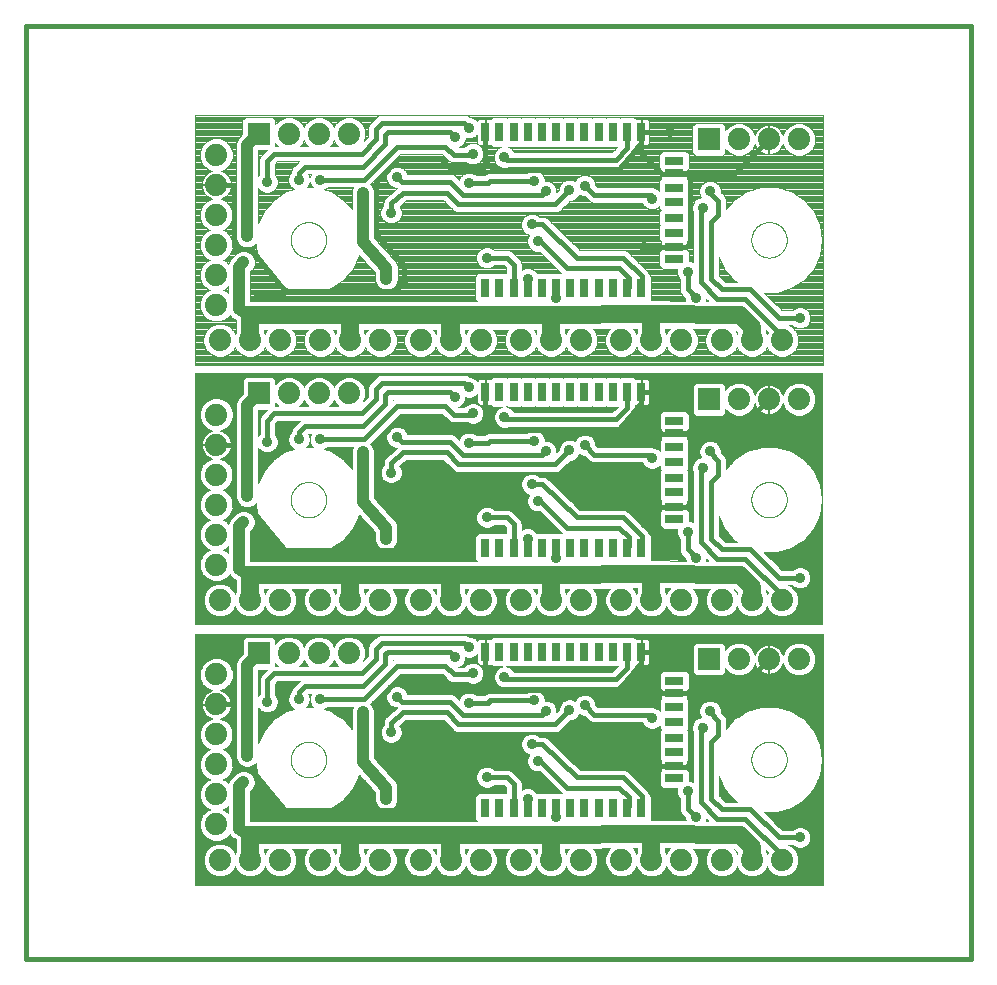
<source format=gbl>
G75*
%MOIN*%
%OFA0B0*%
%FSLAX25Y25*%
%IPPOS*%
%LPD*%
%AMOC8*
5,1,8,0,0,1.08239X$1,22.5*
%
%ADD10C,0.01600*%
%ADD11R,0.03150X0.06299*%
%ADD12R,0.06299X0.03150*%
%ADD13C,0.00000*%
%ADD14C,0.07400*%
%ADD15R,0.07400X0.07400*%
%ADD16C,0.03562*%
%ADD17C,0.03937*%
%ADD18C,0.01575*%
%ADD19C,0.00315*%
%ADD20C,0.05906*%
%ADD21C,0.00394*%
D10*
X0017567Y0009299D02*
X0332528Y0009299D01*
X0332528Y0320323D01*
X0017567Y0320323D01*
X0017567Y0009299D01*
D11*
X0170598Y0059772D03*
X0175323Y0059772D03*
X0180047Y0059772D03*
X0184772Y0059772D03*
X0189496Y0059772D03*
X0194220Y0059772D03*
X0198945Y0059772D03*
X0203669Y0059772D03*
X0208394Y0059772D03*
X0213118Y0059772D03*
X0217843Y0059772D03*
X0222567Y0059772D03*
X0222567Y0111740D03*
X0217843Y0111740D03*
X0213118Y0111740D03*
X0208394Y0111740D03*
X0203669Y0111740D03*
X0198945Y0111740D03*
X0194220Y0111740D03*
X0189496Y0111740D03*
X0184772Y0111740D03*
X0180047Y0111740D03*
X0175323Y0111740D03*
X0170598Y0111740D03*
X0170598Y0146386D03*
X0175323Y0146386D03*
X0180047Y0146386D03*
X0184772Y0146386D03*
X0189496Y0146386D03*
X0194220Y0146386D03*
X0198945Y0146386D03*
X0203669Y0146386D03*
X0208394Y0146386D03*
X0213118Y0146386D03*
X0217843Y0146386D03*
X0222567Y0146386D03*
X0222567Y0198354D03*
X0217843Y0198354D03*
X0213118Y0198354D03*
X0208394Y0198354D03*
X0203669Y0198354D03*
X0198945Y0198354D03*
X0194220Y0198354D03*
X0189496Y0198354D03*
X0184772Y0198354D03*
X0180047Y0198354D03*
X0175323Y0198354D03*
X0170598Y0198354D03*
X0170598Y0233000D03*
X0175323Y0233000D03*
X0180047Y0233000D03*
X0184772Y0233000D03*
X0189496Y0233000D03*
X0194220Y0233000D03*
X0198945Y0233000D03*
X0203669Y0233000D03*
X0208394Y0233000D03*
X0213118Y0233000D03*
X0217843Y0233000D03*
X0222567Y0233000D03*
X0222567Y0284969D03*
X0217843Y0284969D03*
X0213118Y0284969D03*
X0208394Y0284969D03*
X0203669Y0284969D03*
X0198945Y0284969D03*
X0194220Y0284969D03*
X0189496Y0284969D03*
X0184772Y0284969D03*
X0180047Y0284969D03*
X0175323Y0284969D03*
X0170598Y0284969D03*
D12*
X0233591Y0275213D03*
X0233591Y0271189D03*
X0233591Y0266465D03*
X0233591Y0261740D03*
X0233591Y0256228D03*
X0233591Y0251504D03*
X0233591Y0246780D03*
X0233591Y0242755D03*
X0233591Y0188599D03*
X0233591Y0184575D03*
X0233591Y0179850D03*
X0233591Y0175126D03*
X0233591Y0169614D03*
X0233591Y0164890D03*
X0233591Y0160165D03*
X0233591Y0156141D03*
X0233591Y0101985D03*
X0233591Y0097961D03*
X0233591Y0093236D03*
X0233591Y0088512D03*
X0233591Y0083000D03*
X0233591Y0078276D03*
X0233591Y0073551D03*
X0233591Y0069527D03*
D13*
X0259299Y0075835D02*
X0259301Y0075988D01*
X0259307Y0076142D01*
X0259317Y0076295D01*
X0259331Y0076447D01*
X0259349Y0076600D01*
X0259371Y0076751D01*
X0259396Y0076902D01*
X0259426Y0077053D01*
X0259460Y0077203D01*
X0259497Y0077351D01*
X0259538Y0077499D01*
X0259583Y0077645D01*
X0259632Y0077791D01*
X0259685Y0077935D01*
X0259741Y0078077D01*
X0259801Y0078218D01*
X0259865Y0078358D01*
X0259932Y0078496D01*
X0260003Y0078632D01*
X0260078Y0078766D01*
X0260155Y0078898D01*
X0260237Y0079028D01*
X0260321Y0079156D01*
X0260409Y0079282D01*
X0260500Y0079405D01*
X0260594Y0079526D01*
X0260692Y0079644D01*
X0260792Y0079760D01*
X0260896Y0079873D01*
X0261002Y0079984D01*
X0261111Y0080092D01*
X0261223Y0080197D01*
X0261337Y0080298D01*
X0261455Y0080397D01*
X0261574Y0080493D01*
X0261696Y0080586D01*
X0261821Y0080675D01*
X0261948Y0080762D01*
X0262077Y0080844D01*
X0262208Y0080924D01*
X0262341Y0081000D01*
X0262476Y0081073D01*
X0262613Y0081142D01*
X0262752Y0081207D01*
X0262892Y0081269D01*
X0263034Y0081327D01*
X0263177Y0081382D01*
X0263322Y0081433D01*
X0263468Y0081480D01*
X0263615Y0081523D01*
X0263763Y0081562D01*
X0263912Y0081598D01*
X0264062Y0081629D01*
X0264213Y0081657D01*
X0264364Y0081681D01*
X0264517Y0081701D01*
X0264669Y0081717D01*
X0264822Y0081729D01*
X0264975Y0081737D01*
X0265128Y0081741D01*
X0265282Y0081741D01*
X0265435Y0081737D01*
X0265588Y0081729D01*
X0265741Y0081717D01*
X0265893Y0081701D01*
X0266046Y0081681D01*
X0266197Y0081657D01*
X0266348Y0081629D01*
X0266498Y0081598D01*
X0266647Y0081562D01*
X0266795Y0081523D01*
X0266942Y0081480D01*
X0267088Y0081433D01*
X0267233Y0081382D01*
X0267376Y0081327D01*
X0267518Y0081269D01*
X0267658Y0081207D01*
X0267797Y0081142D01*
X0267934Y0081073D01*
X0268069Y0081000D01*
X0268202Y0080924D01*
X0268333Y0080844D01*
X0268462Y0080762D01*
X0268589Y0080675D01*
X0268714Y0080586D01*
X0268836Y0080493D01*
X0268955Y0080397D01*
X0269073Y0080298D01*
X0269187Y0080197D01*
X0269299Y0080092D01*
X0269408Y0079984D01*
X0269514Y0079873D01*
X0269618Y0079760D01*
X0269718Y0079644D01*
X0269816Y0079526D01*
X0269910Y0079405D01*
X0270001Y0079282D01*
X0270089Y0079156D01*
X0270173Y0079028D01*
X0270255Y0078898D01*
X0270332Y0078766D01*
X0270407Y0078632D01*
X0270478Y0078496D01*
X0270545Y0078358D01*
X0270609Y0078218D01*
X0270669Y0078077D01*
X0270725Y0077935D01*
X0270778Y0077791D01*
X0270827Y0077645D01*
X0270872Y0077499D01*
X0270913Y0077351D01*
X0270950Y0077203D01*
X0270984Y0077053D01*
X0271014Y0076902D01*
X0271039Y0076751D01*
X0271061Y0076600D01*
X0271079Y0076447D01*
X0271093Y0076295D01*
X0271103Y0076142D01*
X0271109Y0075988D01*
X0271111Y0075835D01*
X0271109Y0075682D01*
X0271103Y0075528D01*
X0271093Y0075375D01*
X0271079Y0075223D01*
X0271061Y0075070D01*
X0271039Y0074919D01*
X0271014Y0074768D01*
X0270984Y0074617D01*
X0270950Y0074467D01*
X0270913Y0074319D01*
X0270872Y0074171D01*
X0270827Y0074025D01*
X0270778Y0073879D01*
X0270725Y0073735D01*
X0270669Y0073593D01*
X0270609Y0073452D01*
X0270545Y0073312D01*
X0270478Y0073174D01*
X0270407Y0073038D01*
X0270332Y0072904D01*
X0270255Y0072772D01*
X0270173Y0072642D01*
X0270089Y0072514D01*
X0270001Y0072388D01*
X0269910Y0072265D01*
X0269816Y0072144D01*
X0269718Y0072026D01*
X0269618Y0071910D01*
X0269514Y0071797D01*
X0269408Y0071686D01*
X0269299Y0071578D01*
X0269187Y0071473D01*
X0269073Y0071372D01*
X0268955Y0071273D01*
X0268836Y0071177D01*
X0268714Y0071084D01*
X0268589Y0070995D01*
X0268462Y0070908D01*
X0268333Y0070826D01*
X0268202Y0070746D01*
X0268069Y0070670D01*
X0267934Y0070597D01*
X0267797Y0070528D01*
X0267658Y0070463D01*
X0267518Y0070401D01*
X0267376Y0070343D01*
X0267233Y0070288D01*
X0267088Y0070237D01*
X0266942Y0070190D01*
X0266795Y0070147D01*
X0266647Y0070108D01*
X0266498Y0070072D01*
X0266348Y0070041D01*
X0266197Y0070013D01*
X0266046Y0069989D01*
X0265893Y0069969D01*
X0265741Y0069953D01*
X0265588Y0069941D01*
X0265435Y0069933D01*
X0265282Y0069929D01*
X0265128Y0069929D01*
X0264975Y0069933D01*
X0264822Y0069941D01*
X0264669Y0069953D01*
X0264517Y0069969D01*
X0264364Y0069989D01*
X0264213Y0070013D01*
X0264062Y0070041D01*
X0263912Y0070072D01*
X0263763Y0070108D01*
X0263615Y0070147D01*
X0263468Y0070190D01*
X0263322Y0070237D01*
X0263177Y0070288D01*
X0263034Y0070343D01*
X0262892Y0070401D01*
X0262752Y0070463D01*
X0262613Y0070528D01*
X0262476Y0070597D01*
X0262341Y0070670D01*
X0262208Y0070746D01*
X0262077Y0070826D01*
X0261948Y0070908D01*
X0261821Y0070995D01*
X0261696Y0071084D01*
X0261574Y0071177D01*
X0261455Y0071273D01*
X0261337Y0071372D01*
X0261223Y0071473D01*
X0261111Y0071578D01*
X0261002Y0071686D01*
X0260896Y0071797D01*
X0260792Y0071910D01*
X0260692Y0072026D01*
X0260594Y0072144D01*
X0260500Y0072265D01*
X0260409Y0072388D01*
X0260321Y0072514D01*
X0260237Y0072642D01*
X0260155Y0072772D01*
X0260078Y0072904D01*
X0260003Y0073038D01*
X0259932Y0073174D01*
X0259865Y0073312D01*
X0259801Y0073452D01*
X0259741Y0073593D01*
X0259685Y0073735D01*
X0259632Y0073879D01*
X0259583Y0074025D01*
X0259538Y0074171D01*
X0259497Y0074319D01*
X0259460Y0074467D01*
X0259426Y0074617D01*
X0259396Y0074768D01*
X0259371Y0074919D01*
X0259349Y0075070D01*
X0259331Y0075223D01*
X0259317Y0075375D01*
X0259307Y0075528D01*
X0259301Y0075682D01*
X0259299Y0075835D01*
X0259299Y0162449D02*
X0259301Y0162602D01*
X0259307Y0162756D01*
X0259317Y0162909D01*
X0259331Y0163061D01*
X0259349Y0163214D01*
X0259371Y0163365D01*
X0259396Y0163516D01*
X0259426Y0163667D01*
X0259460Y0163817D01*
X0259497Y0163965D01*
X0259538Y0164113D01*
X0259583Y0164259D01*
X0259632Y0164405D01*
X0259685Y0164549D01*
X0259741Y0164691D01*
X0259801Y0164832D01*
X0259865Y0164972D01*
X0259932Y0165110D01*
X0260003Y0165246D01*
X0260078Y0165380D01*
X0260155Y0165512D01*
X0260237Y0165642D01*
X0260321Y0165770D01*
X0260409Y0165896D01*
X0260500Y0166019D01*
X0260594Y0166140D01*
X0260692Y0166258D01*
X0260792Y0166374D01*
X0260896Y0166487D01*
X0261002Y0166598D01*
X0261111Y0166706D01*
X0261223Y0166811D01*
X0261337Y0166912D01*
X0261455Y0167011D01*
X0261574Y0167107D01*
X0261696Y0167200D01*
X0261821Y0167289D01*
X0261948Y0167376D01*
X0262077Y0167458D01*
X0262208Y0167538D01*
X0262341Y0167614D01*
X0262476Y0167687D01*
X0262613Y0167756D01*
X0262752Y0167821D01*
X0262892Y0167883D01*
X0263034Y0167941D01*
X0263177Y0167996D01*
X0263322Y0168047D01*
X0263468Y0168094D01*
X0263615Y0168137D01*
X0263763Y0168176D01*
X0263912Y0168212D01*
X0264062Y0168243D01*
X0264213Y0168271D01*
X0264364Y0168295D01*
X0264517Y0168315D01*
X0264669Y0168331D01*
X0264822Y0168343D01*
X0264975Y0168351D01*
X0265128Y0168355D01*
X0265282Y0168355D01*
X0265435Y0168351D01*
X0265588Y0168343D01*
X0265741Y0168331D01*
X0265893Y0168315D01*
X0266046Y0168295D01*
X0266197Y0168271D01*
X0266348Y0168243D01*
X0266498Y0168212D01*
X0266647Y0168176D01*
X0266795Y0168137D01*
X0266942Y0168094D01*
X0267088Y0168047D01*
X0267233Y0167996D01*
X0267376Y0167941D01*
X0267518Y0167883D01*
X0267658Y0167821D01*
X0267797Y0167756D01*
X0267934Y0167687D01*
X0268069Y0167614D01*
X0268202Y0167538D01*
X0268333Y0167458D01*
X0268462Y0167376D01*
X0268589Y0167289D01*
X0268714Y0167200D01*
X0268836Y0167107D01*
X0268955Y0167011D01*
X0269073Y0166912D01*
X0269187Y0166811D01*
X0269299Y0166706D01*
X0269408Y0166598D01*
X0269514Y0166487D01*
X0269618Y0166374D01*
X0269718Y0166258D01*
X0269816Y0166140D01*
X0269910Y0166019D01*
X0270001Y0165896D01*
X0270089Y0165770D01*
X0270173Y0165642D01*
X0270255Y0165512D01*
X0270332Y0165380D01*
X0270407Y0165246D01*
X0270478Y0165110D01*
X0270545Y0164972D01*
X0270609Y0164832D01*
X0270669Y0164691D01*
X0270725Y0164549D01*
X0270778Y0164405D01*
X0270827Y0164259D01*
X0270872Y0164113D01*
X0270913Y0163965D01*
X0270950Y0163817D01*
X0270984Y0163667D01*
X0271014Y0163516D01*
X0271039Y0163365D01*
X0271061Y0163214D01*
X0271079Y0163061D01*
X0271093Y0162909D01*
X0271103Y0162756D01*
X0271109Y0162602D01*
X0271111Y0162449D01*
X0271109Y0162296D01*
X0271103Y0162142D01*
X0271093Y0161989D01*
X0271079Y0161837D01*
X0271061Y0161684D01*
X0271039Y0161533D01*
X0271014Y0161382D01*
X0270984Y0161231D01*
X0270950Y0161081D01*
X0270913Y0160933D01*
X0270872Y0160785D01*
X0270827Y0160639D01*
X0270778Y0160493D01*
X0270725Y0160349D01*
X0270669Y0160207D01*
X0270609Y0160066D01*
X0270545Y0159926D01*
X0270478Y0159788D01*
X0270407Y0159652D01*
X0270332Y0159518D01*
X0270255Y0159386D01*
X0270173Y0159256D01*
X0270089Y0159128D01*
X0270001Y0159002D01*
X0269910Y0158879D01*
X0269816Y0158758D01*
X0269718Y0158640D01*
X0269618Y0158524D01*
X0269514Y0158411D01*
X0269408Y0158300D01*
X0269299Y0158192D01*
X0269187Y0158087D01*
X0269073Y0157986D01*
X0268955Y0157887D01*
X0268836Y0157791D01*
X0268714Y0157698D01*
X0268589Y0157609D01*
X0268462Y0157522D01*
X0268333Y0157440D01*
X0268202Y0157360D01*
X0268069Y0157284D01*
X0267934Y0157211D01*
X0267797Y0157142D01*
X0267658Y0157077D01*
X0267518Y0157015D01*
X0267376Y0156957D01*
X0267233Y0156902D01*
X0267088Y0156851D01*
X0266942Y0156804D01*
X0266795Y0156761D01*
X0266647Y0156722D01*
X0266498Y0156686D01*
X0266348Y0156655D01*
X0266197Y0156627D01*
X0266046Y0156603D01*
X0265893Y0156583D01*
X0265741Y0156567D01*
X0265588Y0156555D01*
X0265435Y0156547D01*
X0265282Y0156543D01*
X0265128Y0156543D01*
X0264975Y0156547D01*
X0264822Y0156555D01*
X0264669Y0156567D01*
X0264517Y0156583D01*
X0264364Y0156603D01*
X0264213Y0156627D01*
X0264062Y0156655D01*
X0263912Y0156686D01*
X0263763Y0156722D01*
X0263615Y0156761D01*
X0263468Y0156804D01*
X0263322Y0156851D01*
X0263177Y0156902D01*
X0263034Y0156957D01*
X0262892Y0157015D01*
X0262752Y0157077D01*
X0262613Y0157142D01*
X0262476Y0157211D01*
X0262341Y0157284D01*
X0262208Y0157360D01*
X0262077Y0157440D01*
X0261948Y0157522D01*
X0261821Y0157609D01*
X0261696Y0157698D01*
X0261574Y0157791D01*
X0261455Y0157887D01*
X0261337Y0157986D01*
X0261223Y0158087D01*
X0261111Y0158192D01*
X0261002Y0158300D01*
X0260896Y0158411D01*
X0260792Y0158524D01*
X0260692Y0158640D01*
X0260594Y0158758D01*
X0260500Y0158879D01*
X0260409Y0159002D01*
X0260321Y0159128D01*
X0260237Y0159256D01*
X0260155Y0159386D01*
X0260078Y0159518D01*
X0260003Y0159652D01*
X0259932Y0159788D01*
X0259865Y0159926D01*
X0259801Y0160066D01*
X0259741Y0160207D01*
X0259685Y0160349D01*
X0259632Y0160493D01*
X0259583Y0160639D01*
X0259538Y0160785D01*
X0259497Y0160933D01*
X0259460Y0161081D01*
X0259426Y0161231D01*
X0259396Y0161382D01*
X0259371Y0161533D01*
X0259349Y0161684D01*
X0259331Y0161837D01*
X0259317Y0161989D01*
X0259307Y0162142D01*
X0259301Y0162296D01*
X0259299Y0162449D01*
X0259299Y0249063D02*
X0259301Y0249216D01*
X0259307Y0249370D01*
X0259317Y0249523D01*
X0259331Y0249675D01*
X0259349Y0249828D01*
X0259371Y0249979D01*
X0259396Y0250130D01*
X0259426Y0250281D01*
X0259460Y0250431D01*
X0259497Y0250579D01*
X0259538Y0250727D01*
X0259583Y0250873D01*
X0259632Y0251019D01*
X0259685Y0251163D01*
X0259741Y0251305D01*
X0259801Y0251446D01*
X0259865Y0251586D01*
X0259932Y0251724D01*
X0260003Y0251860D01*
X0260078Y0251994D01*
X0260155Y0252126D01*
X0260237Y0252256D01*
X0260321Y0252384D01*
X0260409Y0252510D01*
X0260500Y0252633D01*
X0260594Y0252754D01*
X0260692Y0252872D01*
X0260792Y0252988D01*
X0260896Y0253101D01*
X0261002Y0253212D01*
X0261111Y0253320D01*
X0261223Y0253425D01*
X0261337Y0253526D01*
X0261455Y0253625D01*
X0261574Y0253721D01*
X0261696Y0253814D01*
X0261821Y0253903D01*
X0261948Y0253990D01*
X0262077Y0254072D01*
X0262208Y0254152D01*
X0262341Y0254228D01*
X0262476Y0254301D01*
X0262613Y0254370D01*
X0262752Y0254435D01*
X0262892Y0254497D01*
X0263034Y0254555D01*
X0263177Y0254610D01*
X0263322Y0254661D01*
X0263468Y0254708D01*
X0263615Y0254751D01*
X0263763Y0254790D01*
X0263912Y0254826D01*
X0264062Y0254857D01*
X0264213Y0254885D01*
X0264364Y0254909D01*
X0264517Y0254929D01*
X0264669Y0254945D01*
X0264822Y0254957D01*
X0264975Y0254965D01*
X0265128Y0254969D01*
X0265282Y0254969D01*
X0265435Y0254965D01*
X0265588Y0254957D01*
X0265741Y0254945D01*
X0265893Y0254929D01*
X0266046Y0254909D01*
X0266197Y0254885D01*
X0266348Y0254857D01*
X0266498Y0254826D01*
X0266647Y0254790D01*
X0266795Y0254751D01*
X0266942Y0254708D01*
X0267088Y0254661D01*
X0267233Y0254610D01*
X0267376Y0254555D01*
X0267518Y0254497D01*
X0267658Y0254435D01*
X0267797Y0254370D01*
X0267934Y0254301D01*
X0268069Y0254228D01*
X0268202Y0254152D01*
X0268333Y0254072D01*
X0268462Y0253990D01*
X0268589Y0253903D01*
X0268714Y0253814D01*
X0268836Y0253721D01*
X0268955Y0253625D01*
X0269073Y0253526D01*
X0269187Y0253425D01*
X0269299Y0253320D01*
X0269408Y0253212D01*
X0269514Y0253101D01*
X0269618Y0252988D01*
X0269718Y0252872D01*
X0269816Y0252754D01*
X0269910Y0252633D01*
X0270001Y0252510D01*
X0270089Y0252384D01*
X0270173Y0252256D01*
X0270255Y0252126D01*
X0270332Y0251994D01*
X0270407Y0251860D01*
X0270478Y0251724D01*
X0270545Y0251586D01*
X0270609Y0251446D01*
X0270669Y0251305D01*
X0270725Y0251163D01*
X0270778Y0251019D01*
X0270827Y0250873D01*
X0270872Y0250727D01*
X0270913Y0250579D01*
X0270950Y0250431D01*
X0270984Y0250281D01*
X0271014Y0250130D01*
X0271039Y0249979D01*
X0271061Y0249828D01*
X0271079Y0249675D01*
X0271093Y0249523D01*
X0271103Y0249370D01*
X0271109Y0249216D01*
X0271111Y0249063D01*
X0271109Y0248910D01*
X0271103Y0248756D01*
X0271093Y0248603D01*
X0271079Y0248451D01*
X0271061Y0248298D01*
X0271039Y0248147D01*
X0271014Y0247996D01*
X0270984Y0247845D01*
X0270950Y0247695D01*
X0270913Y0247547D01*
X0270872Y0247399D01*
X0270827Y0247253D01*
X0270778Y0247107D01*
X0270725Y0246963D01*
X0270669Y0246821D01*
X0270609Y0246680D01*
X0270545Y0246540D01*
X0270478Y0246402D01*
X0270407Y0246266D01*
X0270332Y0246132D01*
X0270255Y0246000D01*
X0270173Y0245870D01*
X0270089Y0245742D01*
X0270001Y0245616D01*
X0269910Y0245493D01*
X0269816Y0245372D01*
X0269718Y0245254D01*
X0269618Y0245138D01*
X0269514Y0245025D01*
X0269408Y0244914D01*
X0269299Y0244806D01*
X0269187Y0244701D01*
X0269073Y0244600D01*
X0268955Y0244501D01*
X0268836Y0244405D01*
X0268714Y0244312D01*
X0268589Y0244223D01*
X0268462Y0244136D01*
X0268333Y0244054D01*
X0268202Y0243974D01*
X0268069Y0243898D01*
X0267934Y0243825D01*
X0267797Y0243756D01*
X0267658Y0243691D01*
X0267518Y0243629D01*
X0267376Y0243571D01*
X0267233Y0243516D01*
X0267088Y0243465D01*
X0266942Y0243418D01*
X0266795Y0243375D01*
X0266647Y0243336D01*
X0266498Y0243300D01*
X0266348Y0243269D01*
X0266197Y0243241D01*
X0266046Y0243217D01*
X0265893Y0243197D01*
X0265741Y0243181D01*
X0265588Y0243169D01*
X0265435Y0243161D01*
X0265282Y0243157D01*
X0265128Y0243157D01*
X0264975Y0243161D01*
X0264822Y0243169D01*
X0264669Y0243181D01*
X0264517Y0243197D01*
X0264364Y0243217D01*
X0264213Y0243241D01*
X0264062Y0243269D01*
X0263912Y0243300D01*
X0263763Y0243336D01*
X0263615Y0243375D01*
X0263468Y0243418D01*
X0263322Y0243465D01*
X0263177Y0243516D01*
X0263034Y0243571D01*
X0262892Y0243629D01*
X0262752Y0243691D01*
X0262613Y0243756D01*
X0262476Y0243825D01*
X0262341Y0243898D01*
X0262208Y0243974D01*
X0262077Y0244054D01*
X0261948Y0244136D01*
X0261821Y0244223D01*
X0261696Y0244312D01*
X0261574Y0244405D01*
X0261455Y0244501D01*
X0261337Y0244600D01*
X0261223Y0244701D01*
X0261111Y0244806D01*
X0261002Y0244914D01*
X0260896Y0245025D01*
X0260792Y0245138D01*
X0260692Y0245254D01*
X0260594Y0245372D01*
X0260500Y0245493D01*
X0260409Y0245616D01*
X0260321Y0245742D01*
X0260237Y0245870D01*
X0260155Y0246000D01*
X0260078Y0246132D01*
X0260003Y0246266D01*
X0259932Y0246402D01*
X0259865Y0246540D01*
X0259801Y0246680D01*
X0259741Y0246821D01*
X0259685Y0246963D01*
X0259632Y0247107D01*
X0259583Y0247253D01*
X0259538Y0247399D01*
X0259497Y0247547D01*
X0259460Y0247695D01*
X0259426Y0247845D01*
X0259396Y0247996D01*
X0259371Y0248147D01*
X0259349Y0248298D01*
X0259331Y0248451D01*
X0259317Y0248603D01*
X0259307Y0248756D01*
X0259301Y0248910D01*
X0259299Y0249063D01*
X0105755Y0249063D02*
X0105757Y0249216D01*
X0105763Y0249370D01*
X0105773Y0249523D01*
X0105787Y0249675D01*
X0105805Y0249828D01*
X0105827Y0249979D01*
X0105852Y0250130D01*
X0105882Y0250281D01*
X0105916Y0250431D01*
X0105953Y0250579D01*
X0105994Y0250727D01*
X0106039Y0250873D01*
X0106088Y0251019D01*
X0106141Y0251163D01*
X0106197Y0251305D01*
X0106257Y0251446D01*
X0106321Y0251586D01*
X0106388Y0251724D01*
X0106459Y0251860D01*
X0106534Y0251994D01*
X0106611Y0252126D01*
X0106693Y0252256D01*
X0106777Y0252384D01*
X0106865Y0252510D01*
X0106956Y0252633D01*
X0107050Y0252754D01*
X0107148Y0252872D01*
X0107248Y0252988D01*
X0107352Y0253101D01*
X0107458Y0253212D01*
X0107567Y0253320D01*
X0107679Y0253425D01*
X0107793Y0253526D01*
X0107911Y0253625D01*
X0108030Y0253721D01*
X0108152Y0253814D01*
X0108277Y0253903D01*
X0108404Y0253990D01*
X0108533Y0254072D01*
X0108664Y0254152D01*
X0108797Y0254228D01*
X0108932Y0254301D01*
X0109069Y0254370D01*
X0109208Y0254435D01*
X0109348Y0254497D01*
X0109490Y0254555D01*
X0109633Y0254610D01*
X0109778Y0254661D01*
X0109924Y0254708D01*
X0110071Y0254751D01*
X0110219Y0254790D01*
X0110368Y0254826D01*
X0110518Y0254857D01*
X0110669Y0254885D01*
X0110820Y0254909D01*
X0110973Y0254929D01*
X0111125Y0254945D01*
X0111278Y0254957D01*
X0111431Y0254965D01*
X0111584Y0254969D01*
X0111738Y0254969D01*
X0111891Y0254965D01*
X0112044Y0254957D01*
X0112197Y0254945D01*
X0112349Y0254929D01*
X0112502Y0254909D01*
X0112653Y0254885D01*
X0112804Y0254857D01*
X0112954Y0254826D01*
X0113103Y0254790D01*
X0113251Y0254751D01*
X0113398Y0254708D01*
X0113544Y0254661D01*
X0113689Y0254610D01*
X0113832Y0254555D01*
X0113974Y0254497D01*
X0114114Y0254435D01*
X0114253Y0254370D01*
X0114390Y0254301D01*
X0114525Y0254228D01*
X0114658Y0254152D01*
X0114789Y0254072D01*
X0114918Y0253990D01*
X0115045Y0253903D01*
X0115170Y0253814D01*
X0115292Y0253721D01*
X0115411Y0253625D01*
X0115529Y0253526D01*
X0115643Y0253425D01*
X0115755Y0253320D01*
X0115864Y0253212D01*
X0115970Y0253101D01*
X0116074Y0252988D01*
X0116174Y0252872D01*
X0116272Y0252754D01*
X0116366Y0252633D01*
X0116457Y0252510D01*
X0116545Y0252384D01*
X0116629Y0252256D01*
X0116711Y0252126D01*
X0116788Y0251994D01*
X0116863Y0251860D01*
X0116934Y0251724D01*
X0117001Y0251586D01*
X0117065Y0251446D01*
X0117125Y0251305D01*
X0117181Y0251163D01*
X0117234Y0251019D01*
X0117283Y0250873D01*
X0117328Y0250727D01*
X0117369Y0250579D01*
X0117406Y0250431D01*
X0117440Y0250281D01*
X0117470Y0250130D01*
X0117495Y0249979D01*
X0117517Y0249828D01*
X0117535Y0249675D01*
X0117549Y0249523D01*
X0117559Y0249370D01*
X0117565Y0249216D01*
X0117567Y0249063D01*
X0117565Y0248910D01*
X0117559Y0248756D01*
X0117549Y0248603D01*
X0117535Y0248451D01*
X0117517Y0248298D01*
X0117495Y0248147D01*
X0117470Y0247996D01*
X0117440Y0247845D01*
X0117406Y0247695D01*
X0117369Y0247547D01*
X0117328Y0247399D01*
X0117283Y0247253D01*
X0117234Y0247107D01*
X0117181Y0246963D01*
X0117125Y0246821D01*
X0117065Y0246680D01*
X0117001Y0246540D01*
X0116934Y0246402D01*
X0116863Y0246266D01*
X0116788Y0246132D01*
X0116711Y0246000D01*
X0116629Y0245870D01*
X0116545Y0245742D01*
X0116457Y0245616D01*
X0116366Y0245493D01*
X0116272Y0245372D01*
X0116174Y0245254D01*
X0116074Y0245138D01*
X0115970Y0245025D01*
X0115864Y0244914D01*
X0115755Y0244806D01*
X0115643Y0244701D01*
X0115529Y0244600D01*
X0115411Y0244501D01*
X0115292Y0244405D01*
X0115170Y0244312D01*
X0115045Y0244223D01*
X0114918Y0244136D01*
X0114789Y0244054D01*
X0114658Y0243974D01*
X0114525Y0243898D01*
X0114390Y0243825D01*
X0114253Y0243756D01*
X0114114Y0243691D01*
X0113974Y0243629D01*
X0113832Y0243571D01*
X0113689Y0243516D01*
X0113544Y0243465D01*
X0113398Y0243418D01*
X0113251Y0243375D01*
X0113103Y0243336D01*
X0112954Y0243300D01*
X0112804Y0243269D01*
X0112653Y0243241D01*
X0112502Y0243217D01*
X0112349Y0243197D01*
X0112197Y0243181D01*
X0112044Y0243169D01*
X0111891Y0243161D01*
X0111738Y0243157D01*
X0111584Y0243157D01*
X0111431Y0243161D01*
X0111278Y0243169D01*
X0111125Y0243181D01*
X0110973Y0243197D01*
X0110820Y0243217D01*
X0110669Y0243241D01*
X0110518Y0243269D01*
X0110368Y0243300D01*
X0110219Y0243336D01*
X0110071Y0243375D01*
X0109924Y0243418D01*
X0109778Y0243465D01*
X0109633Y0243516D01*
X0109490Y0243571D01*
X0109348Y0243629D01*
X0109208Y0243691D01*
X0109069Y0243756D01*
X0108932Y0243825D01*
X0108797Y0243898D01*
X0108664Y0243974D01*
X0108533Y0244054D01*
X0108404Y0244136D01*
X0108277Y0244223D01*
X0108152Y0244312D01*
X0108030Y0244405D01*
X0107911Y0244501D01*
X0107793Y0244600D01*
X0107679Y0244701D01*
X0107567Y0244806D01*
X0107458Y0244914D01*
X0107352Y0245025D01*
X0107248Y0245138D01*
X0107148Y0245254D01*
X0107050Y0245372D01*
X0106956Y0245493D01*
X0106865Y0245616D01*
X0106777Y0245742D01*
X0106693Y0245870D01*
X0106611Y0246000D01*
X0106534Y0246132D01*
X0106459Y0246266D01*
X0106388Y0246402D01*
X0106321Y0246540D01*
X0106257Y0246680D01*
X0106197Y0246821D01*
X0106141Y0246963D01*
X0106088Y0247107D01*
X0106039Y0247253D01*
X0105994Y0247399D01*
X0105953Y0247547D01*
X0105916Y0247695D01*
X0105882Y0247845D01*
X0105852Y0247996D01*
X0105827Y0248147D01*
X0105805Y0248298D01*
X0105787Y0248451D01*
X0105773Y0248603D01*
X0105763Y0248756D01*
X0105757Y0248910D01*
X0105755Y0249063D01*
X0105755Y0162449D02*
X0105757Y0162602D01*
X0105763Y0162756D01*
X0105773Y0162909D01*
X0105787Y0163061D01*
X0105805Y0163214D01*
X0105827Y0163365D01*
X0105852Y0163516D01*
X0105882Y0163667D01*
X0105916Y0163817D01*
X0105953Y0163965D01*
X0105994Y0164113D01*
X0106039Y0164259D01*
X0106088Y0164405D01*
X0106141Y0164549D01*
X0106197Y0164691D01*
X0106257Y0164832D01*
X0106321Y0164972D01*
X0106388Y0165110D01*
X0106459Y0165246D01*
X0106534Y0165380D01*
X0106611Y0165512D01*
X0106693Y0165642D01*
X0106777Y0165770D01*
X0106865Y0165896D01*
X0106956Y0166019D01*
X0107050Y0166140D01*
X0107148Y0166258D01*
X0107248Y0166374D01*
X0107352Y0166487D01*
X0107458Y0166598D01*
X0107567Y0166706D01*
X0107679Y0166811D01*
X0107793Y0166912D01*
X0107911Y0167011D01*
X0108030Y0167107D01*
X0108152Y0167200D01*
X0108277Y0167289D01*
X0108404Y0167376D01*
X0108533Y0167458D01*
X0108664Y0167538D01*
X0108797Y0167614D01*
X0108932Y0167687D01*
X0109069Y0167756D01*
X0109208Y0167821D01*
X0109348Y0167883D01*
X0109490Y0167941D01*
X0109633Y0167996D01*
X0109778Y0168047D01*
X0109924Y0168094D01*
X0110071Y0168137D01*
X0110219Y0168176D01*
X0110368Y0168212D01*
X0110518Y0168243D01*
X0110669Y0168271D01*
X0110820Y0168295D01*
X0110973Y0168315D01*
X0111125Y0168331D01*
X0111278Y0168343D01*
X0111431Y0168351D01*
X0111584Y0168355D01*
X0111738Y0168355D01*
X0111891Y0168351D01*
X0112044Y0168343D01*
X0112197Y0168331D01*
X0112349Y0168315D01*
X0112502Y0168295D01*
X0112653Y0168271D01*
X0112804Y0168243D01*
X0112954Y0168212D01*
X0113103Y0168176D01*
X0113251Y0168137D01*
X0113398Y0168094D01*
X0113544Y0168047D01*
X0113689Y0167996D01*
X0113832Y0167941D01*
X0113974Y0167883D01*
X0114114Y0167821D01*
X0114253Y0167756D01*
X0114390Y0167687D01*
X0114525Y0167614D01*
X0114658Y0167538D01*
X0114789Y0167458D01*
X0114918Y0167376D01*
X0115045Y0167289D01*
X0115170Y0167200D01*
X0115292Y0167107D01*
X0115411Y0167011D01*
X0115529Y0166912D01*
X0115643Y0166811D01*
X0115755Y0166706D01*
X0115864Y0166598D01*
X0115970Y0166487D01*
X0116074Y0166374D01*
X0116174Y0166258D01*
X0116272Y0166140D01*
X0116366Y0166019D01*
X0116457Y0165896D01*
X0116545Y0165770D01*
X0116629Y0165642D01*
X0116711Y0165512D01*
X0116788Y0165380D01*
X0116863Y0165246D01*
X0116934Y0165110D01*
X0117001Y0164972D01*
X0117065Y0164832D01*
X0117125Y0164691D01*
X0117181Y0164549D01*
X0117234Y0164405D01*
X0117283Y0164259D01*
X0117328Y0164113D01*
X0117369Y0163965D01*
X0117406Y0163817D01*
X0117440Y0163667D01*
X0117470Y0163516D01*
X0117495Y0163365D01*
X0117517Y0163214D01*
X0117535Y0163061D01*
X0117549Y0162909D01*
X0117559Y0162756D01*
X0117565Y0162602D01*
X0117567Y0162449D01*
X0117565Y0162296D01*
X0117559Y0162142D01*
X0117549Y0161989D01*
X0117535Y0161837D01*
X0117517Y0161684D01*
X0117495Y0161533D01*
X0117470Y0161382D01*
X0117440Y0161231D01*
X0117406Y0161081D01*
X0117369Y0160933D01*
X0117328Y0160785D01*
X0117283Y0160639D01*
X0117234Y0160493D01*
X0117181Y0160349D01*
X0117125Y0160207D01*
X0117065Y0160066D01*
X0117001Y0159926D01*
X0116934Y0159788D01*
X0116863Y0159652D01*
X0116788Y0159518D01*
X0116711Y0159386D01*
X0116629Y0159256D01*
X0116545Y0159128D01*
X0116457Y0159002D01*
X0116366Y0158879D01*
X0116272Y0158758D01*
X0116174Y0158640D01*
X0116074Y0158524D01*
X0115970Y0158411D01*
X0115864Y0158300D01*
X0115755Y0158192D01*
X0115643Y0158087D01*
X0115529Y0157986D01*
X0115411Y0157887D01*
X0115292Y0157791D01*
X0115170Y0157698D01*
X0115045Y0157609D01*
X0114918Y0157522D01*
X0114789Y0157440D01*
X0114658Y0157360D01*
X0114525Y0157284D01*
X0114390Y0157211D01*
X0114253Y0157142D01*
X0114114Y0157077D01*
X0113974Y0157015D01*
X0113832Y0156957D01*
X0113689Y0156902D01*
X0113544Y0156851D01*
X0113398Y0156804D01*
X0113251Y0156761D01*
X0113103Y0156722D01*
X0112954Y0156686D01*
X0112804Y0156655D01*
X0112653Y0156627D01*
X0112502Y0156603D01*
X0112349Y0156583D01*
X0112197Y0156567D01*
X0112044Y0156555D01*
X0111891Y0156547D01*
X0111738Y0156543D01*
X0111584Y0156543D01*
X0111431Y0156547D01*
X0111278Y0156555D01*
X0111125Y0156567D01*
X0110973Y0156583D01*
X0110820Y0156603D01*
X0110669Y0156627D01*
X0110518Y0156655D01*
X0110368Y0156686D01*
X0110219Y0156722D01*
X0110071Y0156761D01*
X0109924Y0156804D01*
X0109778Y0156851D01*
X0109633Y0156902D01*
X0109490Y0156957D01*
X0109348Y0157015D01*
X0109208Y0157077D01*
X0109069Y0157142D01*
X0108932Y0157211D01*
X0108797Y0157284D01*
X0108664Y0157360D01*
X0108533Y0157440D01*
X0108404Y0157522D01*
X0108277Y0157609D01*
X0108152Y0157698D01*
X0108030Y0157791D01*
X0107911Y0157887D01*
X0107793Y0157986D01*
X0107679Y0158087D01*
X0107567Y0158192D01*
X0107458Y0158300D01*
X0107352Y0158411D01*
X0107248Y0158524D01*
X0107148Y0158640D01*
X0107050Y0158758D01*
X0106956Y0158879D01*
X0106865Y0159002D01*
X0106777Y0159128D01*
X0106693Y0159256D01*
X0106611Y0159386D01*
X0106534Y0159518D01*
X0106459Y0159652D01*
X0106388Y0159788D01*
X0106321Y0159926D01*
X0106257Y0160066D01*
X0106197Y0160207D01*
X0106141Y0160349D01*
X0106088Y0160493D01*
X0106039Y0160639D01*
X0105994Y0160785D01*
X0105953Y0160933D01*
X0105916Y0161081D01*
X0105882Y0161231D01*
X0105852Y0161382D01*
X0105827Y0161533D01*
X0105805Y0161684D01*
X0105787Y0161837D01*
X0105773Y0161989D01*
X0105763Y0162142D01*
X0105757Y0162296D01*
X0105755Y0162449D01*
X0105755Y0075835D02*
X0105757Y0075988D01*
X0105763Y0076142D01*
X0105773Y0076295D01*
X0105787Y0076447D01*
X0105805Y0076600D01*
X0105827Y0076751D01*
X0105852Y0076902D01*
X0105882Y0077053D01*
X0105916Y0077203D01*
X0105953Y0077351D01*
X0105994Y0077499D01*
X0106039Y0077645D01*
X0106088Y0077791D01*
X0106141Y0077935D01*
X0106197Y0078077D01*
X0106257Y0078218D01*
X0106321Y0078358D01*
X0106388Y0078496D01*
X0106459Y0078632D01*
X0106534Y0078766D01*
X0106611Y0078898D01*
X0106693Y0079028D01*
X0106777Y0079156D01*
X0106865Y0079282D01*
X0106956Y0079405D01*
X0107050Y0079526D01*
X0107148Y0079644D01*
X0107248Y0079760D01*
X0107352Y0079873D01*
X0107458Y0079984D01*
X0107567Y0080092D01*
X0107679Y0080197D01*
X0107793Y0080298D01*
X0107911Y0080397D01*
X0108030Y0080493D01*
X0108152Y0080586D01*
X0108277Y0080675D01*
X0108404Y0080762D01*
X0108533Y0080844D01*
X0108664Y0080924D01*
X0108797Y0081000D01*
X0108932Y0081073D01*
X0109069Y0081142D01*
X0109208Y0081207D01*
X0109348Y0081269D01*
X0109490Y0081327D01*
X0109633Y0081382D01*
X0109778Y0081433D01*
X0109924Y0081480D01*
X0110071Y0081523D01*
X0110219Y0081562D01*
X0110368Y0081598D01*
X0110518Y0081629D01*
X0110669Y0081657D01*
X0110820Y0081681D01*
X0110973Y0081701D01*
X0111125Y0081717D01*
X0111278Y0081729D01*
X0111431Y0081737D01*
X0111584Y0081741D01*
X0111738Y0081741D01*
X0111891Y0081737D01*
X0112044Y0081729D01*
X0112197Y0081717D01*
X0112349Y0081701D01*
X0112502Y0081681D01*
X0112653Y0081657D01*
X0112804Y0081629D01*
X0112954Y0081598D01*
X0113103Y0081562D01*
X0113251Y0081523D01*
X0113398Y0081480D01*
X0113544Y0081433D01*
X0113689Y0081382D01*
X0113832Y0081327D01*
X0113974Y0081269D01*
X0114114Y0081207D01*
X0114253Y0081142D01*
X0114390Y0081073D01*
X0114525Y0081000D01*
X0114658Y0080924D01*
X0114789Y0080844D01*
X0114918Y0080762D01*
X0115045Y0080675D01*
X0115170Y0080586D01*
X0115292Y0080493D01*
X0115411Y0080397D01*
X0115529Y0080298D01*
X0115643Y0080197D01*
X0115755Y0080092D01*
X0115864Y0079984D01*
X0115970Y0079873D01*
X0116074Y0079760D01*
X0116174Y0079644D01*
X0116272Y0079526D01*
X0116366Y0079405D01*
X0116457Y0079282D01*
X0116545Y0079156D01*
X0116629Y0079028D01*
X0116711Y0078898D01*
X0116788Y0078766D01*
X0116863Y0078632D01*
X0116934Y0078496D01*
X0117001Y0078358D01*
X0117065Y0078218D01*
X0117125Y0078077D01*
X0117181Y0077935D01*
X0117234Y0077791D01*
X0117283Y0077645D01*
X0117328Y0077499D01*
X0117369Y0077351D01*
X0117406Y0077203D01*
X0117440Y0077053D01*
X0117470Y0076902D01*
X0117495Y0076751D01*
X0117517Y0076600D01*
X0117535Y0076447D01*
X0117549Y0076295D01*
X0117559Y0076142D01*
X0117565Y0075988D01*
X0117567Y0075835D01*
X0117565Y0075682D01*
X0117559Y0075528D01*
X0117549Y0075375D01*
X0117535Y0075223D01*
X0117517Y0075070D01*
X0117495Y0074919D01*
X0117470Y0074768D01*
X0117440Y0074617D01*
X0117406Y0074467D01*
X0117369Y0074319D01*
X0117328Y0074171D01*
X0117283Y0074025D01*
X0117234Y0073879D01*
X0117181Y0073735D01*
X0117125Y0073593D01*
X0117065Y0073452D01*
X0117001Y0073312D01*
X0116934Y0073174D01*
X0116863Y0073038D01*
X0116788Y0072904D01*
X0116711Y0072772D01*
X0116629Y0072642D01*
X0116545Y0072514D01*
X0116457Y0072388D01*
X0116366Y0072265D01*
X0116272Y0072144D01*
X0116174Y0072026D01*
X0116074Y0071910D01*
X0115970Y0071797D01*
X0115864Y0071686D01*
X0115755Y0071578D01*
X0115643Y0071473D01*
X0115529Y0071372D01*
X0115411Y0071273D01*
X0115292Y0071177D01*
X0115170Y0071084D01*
X0115045Y0070995D01*
X0114918Y0070908D01*
X0114789Y0070826D01*
X0114658Y0070746D01*
X0114525Y0070670D01*
X0114390Y0070597D01*
X0114253Y0070528D01*
X0114114Y0070463D01*
X0113974Y0070401D01*
X0113832Y0070343D01*
X0113689Y0070288D01*
X0113544Y0070237D01*
X0113398Y0070190D01*
X0113251Y0070147D01*
X0113103Y0070108D01*
X0112954Y0070072D01*
X0112804Y0070041D01*
X0112653Y0070013D01*
X0112502Y0069989D01*
X0112349Y0069969D01*
X0112197Y0069953D01*
X0112044Y0069941D01*
X0111891Y0069933D01*
X0111738Y0069929D01*
X0111584Y0069929D01*
X0111431Y0069933D01*
X0111278Y0069941D01*
X0111125Y0069953D01*
X0110973Y0069969D01*
X0110820Y0069989D01*
X0110669Y0070013D01*
X0110518Y0070041D01*
X0110368Y0070072D01*
X0110219Y0070108D01*
X0110071Y0070147D01*
X0109924Y0070190D01*
X0109778Y0070237D01*
X0109633Y0070288D01*
X0109490Y0070343D01*
X0109348Y0070401D01*
X0109208Y0070463D01*
X0109069Y0070528D01*
X0108932Y0070597D01*
X0108797Y0070670D01*
X0108664Y0070746D01*
X0108533Y0070826D01*
X0108404Y0070908D01*
X0108277Y0070995D01*
X0108152Y0071084D01*
X0108030Y0071177D01*
X0107911Y0071273D01*
X0107793Y0071372D01*
X0107679Y0071473D01*
X0107567Y0071578D01*
X0107458Y0071686D01*
X0107352Y0071797D01*
X0107248Y0071910D01*
X0107148Y0072026D01*
X0107050Y0072144D01*
X0106956Y0072265D01*
X0106865Y0072388D01*
X0106777Y0072514D01*
X0106693Y0072642D01*
X0106611Y0072772D01*
X0106534Y0072904D01*
X0106459Y0073038D01*
X0106388Y0073174D01*
X0106321Y0073312D01*
X0106257Y0073452D01*
X0106197Y0073593D01*
X0106141Y0073735D01*
X0106088Y0073879D01*
X0106039Y0074025D01*
X0105994Y0074171D01*
X0105953Y0074319D01*
X0105916Y0074467D01*
X0105882Y0074617D01*
X0105852Y0074768D01*
X0105827Y0074919D01*
X0105805Y0075070D01*
X0105787Y0075223D01*
X0105773Y0075375D01*
X0105763Y0075528D01*
X0105757Y0075682D01*
X0105755Y0075835D01*
D14*
X0080953Y0074181D03*
X0080953Y0084181D03*
X0080953Y0094181D03*
X0080953Y0104181D03*
X0105126Y0111268D03*
X0115126Y0111268D03*
X0125126Y0111268D03*
X0125598Y0128984D03*
X0115598Y0128984D03*
X0102134Y0128984D03*
X0092134Y0128984D03*
X0082134Y0128984D03*
X0080953Y0140795D03*
X0080953Y0150795D03*
X0080953Y0160795D03*
X0080953Y0170795D03*
X0080953Y0180795D03*
X0080953Y0190795D03*
X0082134Y0215598D03*
X0092134Y0215598D03*
X0102134Y0215598D03*
X0115598Y0215598D03*
X0125598Y0215598D03*
X0135598Y0215598D03*
X0149063Y0215598D03*
X0159063Y0215598D03*
X0169063Y0215598D03*
X0182528Y0215598D03*
X0192528Y0215598D03*
X0202528Y0215598D03*
X0215992Y0215598D03*
X0225992Y0215598D03*
X0235992Y0215598D03*
X0249457Y0215598D03*
X0259457Y0215598D03*
X0269457Y0215598D03*
X0265126Y0195913D03*
X0275126Y0195913D03*
X0255126Y0195913D03*
X0259457Y0128984D03*
X0269457Y0128984D03*
X0249457Y0128984D03*
X0235992Y0128984D03*
X0225992Y0128984D03*
X0215992Y0128984D03*
X0202528Y0128984D03*
X0192528Y0128984D03*
X0182528Y0128984D03*
X0169063Y0128984D03*
X0159063Y0128984D03*
X0149063Y0128984D03*
X0135598Y0128984D03*
X0125126Y0197882D03*
X0115126Y0197882D03*
X0105126Y0197882D03*
X0080953Y0227409D03*
X0080953Y0237409D03*
X0080953Y0247409D03*
X0080953Y0257409D03*
X0080953Y0267409D03*
X0080953Y0277409D03*
X0105126Y0284496D03*
X0115126Y0284496D03*
X0125126Y0284496D03*
X0255126Y0282528D03*
X0265126Y0282528D03*
X0275126Y0282528D03*
X0275126Y0109299D03*
X0265126Y0109299D03*
X0255126Y0109299D03*
X0259457Y0042370D03*
X0269457Y0042370D03*
X0249457Y0042370D03*
X0235992Y0042370D03*
X0225992Y0042370D03*
X0215992Y0042370D03*
X0202528Y0042370D03*
X0192528Y0042370D03*
X0182528Y0042370D03*
X0169063Y0042370D03*
X0159063Y0042370D03*
X0149063Y0042370D03*
X0135598Y0042370D03*
X0125598Y0042370D03*
X0115598Y0042370D03*
X0102134Y0042370D03*
X0092134Y0042370D03*
X0082134Y0042370D03*
X0080953Y0054181D03*
X0080953Y0064181D03*
D15*
X0095126Y0111268D03*
X0095126Y0197882D03*
X0095126Y0284496D03*
X0245126Y0282528D03*
X0245126Y0195913D03*
X0245126Y0109299D03*
D16*
X0232134Y0111661D03*
X0245520Y0091976D03*
X0243157Y0086465D03*
X0226228Y0089614D03*
X0223394Y0073551D03*
X0238039Y0065205D03*
X0240795Y0056543D03*
X0275441Y0049850D03*
X0203787Y0093945D03*
X0198669Y0092370D03*
X0190795Y0091976D03*
X0186858Y0095520D03*
X0177016Y0103394D03*
X0168748Y0098669D03*
X0165205Y0094732D03*
X0166386Y0104575D03*
X0160480Y0110087D03*
X0165205Y0113236D03*
X0141189Y0096701D03*
X0139220Y0084890D03*
X0129772Y0079772D03*
X0129772Y0091583D03*
X0115598Y0095913D03*
X0108512Y0095913D03*
X0097882Y0095126D03*
X0091189Y0077016D03*
X0090008Y0068354D03*
X0095126Y0056937D03*
X0137646Y0062843D03*
X0143157Y0061661D03*
X0171110Y0069929D03*
X0184693Y0062843D03*
X0194142Y0056543D03*
X0188039Y0075441D03*
X0186071Y0080953D03*
X0194142Y0143157D03*
X0184693Y0149457D03*
X0188039Y0162055D03*
X0186071Y0167567D03*
X0190795Y0178591D03*
X0186858Y0182134D03*
X0177016Y0190008D03*
X0168748Y0185283D03*
X0165205Y0181346D03*
X0166386Y0191189D03*
X0160480Y0196701D03*
X0165205Y0199850D03*
X0141189Y0183315D03*
X0139220Y0171504D03*
X0129772Y0166386D03*
X0129772Y0178197D03*
X0115598Y0182528D03*
X0108512Y0182528D03*
X0097882Y0181740D03*
X0091189Y0163630D03*
X0090008Y0154969D03*
X0095126Y0143551D03*
X0137646Y0149457D03*
X0143157Y0148276D03*
X0171110Y0156543D03*
X0198669Y0178984D03*
X0203787Y0180559D03*
X0226228Y0176228D03*
X0223394Y0160165D03*
X0238039Y0151819D03*
X0240795Y0143157D03*
X0243157Y0173079D03*
X0245520Y0178591D03*
X0232134Y0198276D03*
X0240795Y0229772D03*
X0238039Y0238433D03*
X0223394Y0246780D03*
X0226228Y0262843D03*
X0243157Y0259693D03*
X0245520Y0265205D03*
X0232134Y0284890D03*
X0203787Y0267173D03*
X0198669Y0265598D03*
X0190795Y0265205D03*
X0186858Y0268748D03*
X0177016Y0276622D03*
X0168748Y0271898D03*
X0165205Y0267961D03*
X0166386Y0277803D03*
X0160480Y0283315D03*
X0165205Y0286465D03*
X0141189Y0269929D03*
X0139220Y0258118D03*
X0129772Y0253000D03*
X0129772Y0264811D03*
X0115598Y0269142D03*
X0108512Y0269142D03*
X0097882Y0268354D03*
X0091189Y0250244D03*
X0090008Y0241583D03*
X0095126Y0230165D03*
X0137646Y0236071D03*
X0143157Y0234890D03*
X0171110Y0243157D03*
X0184693Y0236071D03*
X0194142Y0229772D03*
X0188039Y0248669D03*
X0186071Y0254181D03*
X0275441Y0223079D03*
X0275441Y0136465D03*
D17*
X0137646Y0149457D02*
X0137646Y0153000D01*
X0129772Y0161661D01*
X0129772Y0166386D01*
X0129772Y0178197D01*
X0095126Y0197882D02*
X0091189Y0193945D01*
X0091189Y0163630D01*
X0090008Y0154969D02*
X0088591Y0153551D01*
X0088591Y0139457D01*
X0092134Y0137252D01*
X0095126Y0111268D02*
X0091189Y0107331D01*
X0091189Y0077016D01*
X0090008Y0068354D02*
X0088591Y0066937D01*
X0088591Y0052843D01*
X0092134Y0050638D01*
X0129772Y0075047D02*
X0129772Y0079772D01*
X0129772Y0091583D01*
X0129772Y0075047D02*
X0137646Y0066386D01*
X0137646Y0062843D01*
X0092134Y0223866D02*
X0088591Y0226071D01*
X0088591Y0240165D01*
X0090008Y0241583D01*
X0091189Y0250244D02*
X0091189Y0280559D01*
X0095126Y0284496D01*
X0129772Y0264811D02*
X0129772Y0253000D01*
X0129772Y0248276D01*
X0137646Y0239614D01*
X0137646Y0236071D01*
D18*
X0140795Y0232134D02*
X0104181Y0232134D01*
X0102213Y0230165D01*
X0095126Y0230165D01*
X0103787Y0232134D02*
X0104181Y0232134D01*
X0103787Y0232134D02*
X0092370Y0245913D01*
X0088039Y0245913D01*
X0086858Y0247094D01*
X0086858Y0266386D01*
X0085835Y0267409D01*
X0080953Y0267409D01*
X0097882Y0268354D02*
X0097882Y0275441D01*
X0100244Y0277803D01*
X0129378Y0277803D01*
X0134102Y0282528D01*
X0134102Y0286071D01*
X0136071Y0288039D01*
X0163630Y0288039D01*
X0165205Y0286465D01*
X0160480Y0283315D02*
X0158906Y0284890D01*
X0138039Y0284890D01*
X0137252Y0284102D01*
X0137252Y0280953D01*
X0129772Y0273472D01*
X0110480Y0273472D01*
X0108512Y0271504D01*
X0108512Y0269142D01*
X0115598Y0269142D02*
X0130165Y0269142D01*
X0141189Y0280165D01*
X0157331Y0280165D01*
X0160087Y0277409D01*
X0165992Y0277409D01*
X0166386Y0277803D01*
X0170598Y0274772D02*
X0170598Y0284969D01*
X0170598Y0274772D02*
X0170717Y0274654D01*
X0171110Y0274654D01*
X0173472Y0272291D01*
X0214693Y0272291D01*
X0222567Y0281346D01*
X0222567Y0277921D01*
X0229378Y0271110D01*
X0233512Y0271110D01*
X0238433Y0271110D01*
X0238827Y0270717D01*
X0238827Y0247882D01*
X0237646Y0246701D01*
X0233669Y0246701D01*
X0233591Y0246780D01*
X0223394Y0246780D01*
X0216386Y0243157D02*
X0222685Y0236858D01*
X0222685Y0233118D01*
X0222567Y0233000D01*
X0218354Y0233512D02*
X0218354Y0236465D01*
X0215205Y0239614D01*
X0197882Y0239614D01*
X0188827Y0248669D01*
X0188039Y0248669D01*
X0189614Y0254181D02*
X0186071Y0254181D01*
X0189614Y0254181D02*
X0201031Y0243157D01*
X0216386Y0243157D01*
X0218354Y0233512D02*
X0217843Y0233000D01*
X0238039Y0232528D02*
X0238039Y0238433D01*
X0242370Y0234890D02*
X0242370Y0260480D01*
X0243157Y0259693D01*
X0243551Y0259693D01*
X0245913Y0254969D02*
X0245913Y0236071D01*
X0249457Y0232528D01*
X0258906Y0232528D01*
X0268354Y0223079D01*
X0275441Y0223079D01*
X0269535Y0217173D02*
X0257331Y0229378D01*
X0247882Y0229378D01*
X0242370Y0234890D01*
X0238039Y0232528D02*
X0240795Y0229772D01*
X0245913Y0254969D02*
X0248276Y0257331D01*
X0248276Y0262055D01*
X0245520Y0264811D01*
X0245520Y0265205D01*
X0253787Y0271189D02*
X0265126Y0282528D01*
X0253787Y0271189D02*
X0233591Y0271189D01*
X0233512Y0271110D01*
X0225835Y0264024D02*
X0226228Y0262843D01*
X0225835Y0264024D02*
X0206937Y0264024D01*
X0203787Y0267173D01*
X0198669Y0265598D02*
X0193945Y0260874D01*
X0161661Y0260874D01*
X0157724Y0264811D01*
X0143157Y0264811D01*
X0139220Y0261268D01*
X0139220Y0258118D01*
X0134102Y0251031D02*
X0143551Y0240795D01*
X0143551Y0235283D01*
X0143157Y0234890D01*
X0140795Y0232134D01*
X0134102Y0251031D02*
X0134102Y0268354D01*
X0141976Y0276228D01*
X0155362Y0276228D01*
X0159693Y0271898D01*
X0168748Y0271898D01*
X0170717Y0273866D01*
X0170717Y0274654D01*
X0177016Y0276622D02*
X0177803Y0275835D01*
X0214024Y0275835D01*
X0217843Y0279654D01*
X0217843Y0284969D01*
X0222567Y0284969D02*
X0222567Y0281346D01*
X0222646Y0284890D02*
X0222567Y0284969D01*
X0222646Y0284890D02*
X0232134Y0284890D01*
X0190795Y0265205D02*
X0189614Y0264024D01*
X0163236Y0264024D01*
X0158906Y0268354D01*
X0142764Y0268354D01*
X0141189Y0269929D01*
X0165205Y0267961D02*
X0171504Y0267961D01*
X0172291Y0268748D01*
X0186858Y0268748D01*
X0177803Y0243157D02*
X0171110Y0243157D01*
X0177803Y0243157D02*
X0180165Y0240795D01*
X0180165Y0233118D01*
X0180047Y0233000D01*
X0184496Y0233276D02*
X0184772Y0233000D01*
X0184496Y0233276D02*
X0184693Y0236071D01*
X0193945Y0232724D02*
X0194142Y0229772D01*
X0193945Y0232724D02*
X0194220Y0233000D01*
X0163630Y0201425D02*
X0165205Y0199850D01*
X0163630Y0201425D02*
X0136071Y0201425D01*
X0134102Y0199457D01*
X0134102Y0195913D01*
X0129378Y0191189D01*
X0100244Y0191189D01*
X0097882Y0188827D01*
X0097882Y0181740D01*
X0108512Y0182528D02*
X0108512Y0184890D01*
X0110480Y0186858D01*
X0129772Y0186858D01*
X0137252Y0194339D01*
X0137252Y0197488D01*
X0138039Y0198276D01*
X0158906Y0198276D01*
X0160480Y0196701D01*
X0157331Y0193551D02*
X0160087Y0190795D01*
X0165992Y0190795D01*
X0166386Y0191189D01*
X0170598Y0188157D02*
X0170598Y0198354D01*
X0170598Y0188157D02*
X0170717Y0188039D01*
X0171110Y0188039D01*
X0173472Y0185677D01*
X0214693Y0185677D01*
X0222567Y0194732D01*
X0222567Y0191307D01*
X0229378Y0184496D01*
X0233512Y0184496D01*
X0238433Y0184496D01*
X0238827Y0184102D01*
X0238827Y0161268D01*
X0237646Y0160087D01*
X0233669Y0160087D01*
X0233591Y0160165D01*
X0223394Y0160165D01*
X0216386Y0156543D02*
X0222685Y0150244D01*
X0222685Y0146504D01*
X0222567Y0146386D01*
X0218354Y0146898D02*
X0218354Y0149850D01*
X0215205Y0153000D01*
X0197882Y0153000D01*
X0188827Y0162055D01*
X0188039Y0162055D01*
X0189614Y0167567D02*
X0186071Y0167567D01*
X0189614Y0167567D02*
X0201031Y0156543D01*
X0216386Y0156543D01*
X0218354Y0146898D02*
X0217843Y0146386D01*
X0238039Y0145913D02*
X0238039Y0151819D01*
X0242370Y0148276D02*
X0242370Y0173866D01*
X0243157Y0173079D01*
X0243551Y0173079D01*
X0248276Y0170717D02*
X0245913Y0168354D01*
X0245913Y0149457D01*
X0249457Y0145913D01*
X0258906Y0145913D01*
X0268354Y0136465D01*
X0275441Y0136465D01*
X0269535Y0130559D02*
X0257331Y0142764D01*
X0247882Y0142764D01*
X0242370Y0148276D01*
X0238039Y0145913D02*
X0240795Y0143157D01*
X0248276Y0170717D02*
X0248276Y0175441D01*
X0245520Y0178197D01*
X0245520Y0178591D01*
X0253787Y0184575D02*
X0265126Y0195913D01*
X0253787Y0184575D02*
X0233591Y0184575D01*
X0233512Y0184496D01*
X0225835Y0177409D02*
X0226228Y0176228D01*
X0225835Y0177409D02*
X0206937Y0177409D01*
X0203787Y0180559D01*
X0198669Y0178984D02*
X0193945Y0174260D01*
X0161661Y0174260D01*
X0157724Y0178197D01*
X0143157Y0178197D01*
X0139220Y0174654D01*
X0139220Y0171504D01*
X0134102Y0164417D02*
X0143551Y0154181D01*
X0143551Y0148669D01*
X0143157Y0148276D01*
X0140795Y0145520D01*
X0104181Y0145520D01*
X0102213Y0143551D01*
X0095126Y0143551D01*
X0103787Y0145520D02*
X0104181Y0145520D01*
X0103787Y0145520D02*
X0092370Y0159299D01*
X0088039Y0159299D01*
X0086858Y0160480D01*
X0086858Y0179772D01*
X0085835Y0180795D01*
X0080953Y0180795D01*
X0115598Y0182528D02*
X0130165Y0182528D01*
X0141189Y0193551D01*
X0157331Y0193551D01*
X0155362Y0189614D02*
X0141976Y0189614D01*
X0134102Y0181740D01*
X0134102Y0164417D01*
X0142764Y0181740D02*
X0158906Y0181740D01*
X0163236Y0177409D01*
X0189614Y0177409D01*
X0190795Y0178591D01*
X0186858Y0182134D02*
X0172291Y0182134D01*
X0171504Y0181346D01*
X0165205Y0181346D01*
X0168748Y0185283D02*
X0159693Y0185283D01*
X0155362Y0189614D01*
X0168748Y0185283D02*
X0170717Y0187252D01*
X0170717Y0188039D01*
X0177016Y0190008D02*
X0177803Y0189220D01*
X0214024Y0189220D01*
X0217843Y0193039D01*
X0217843Y0198354D01*
X0222567Y0198354D02*
X0222567Y0194732D01*
X0222646Y0198276D02*
X0222567Y0198354D01*
X0222646Y0198276D02*
X0232134Y0198276D01*
X0269457Y0215598D02*
X0269535Y0215677D01*
X0269535Y0217173D01*
X0194220Y0146386D02*
X0193945Y0146110D01*
X0194142Y0143157D01*
X0184772Y0146386D02*
X0184496Y0146661D01*
X0184693Y0149457D01*
X0180165Y0146504D02*
X0180047Y0146386D01*
X0180165Y0146504D02*
X0180165Y0154181D01*
X0177803Y0156543D01*
X0171110Y0156543D01*
X0142764Y0181740D02*
X0141189Y0183315D01*
X0136071Y0114811D02*
X0163630Y0114811D01*
X0165205Y0113236D01*
X0160480Y0110087D02*
X0158906Y0111661D01*
X0138039Y0111661D01*
X0137252Y0110874D01*
X0137252Y0107724D01*
X0129772Y0100244D01*
X0110480Y0100244D01*
X0108512Y0098276D01*
X0108512Y0095913D01*
X0115598Y0095913D02*
X0130165Y0095913D01*
X0141189Y0106937D01*
X0157331Y0106937D01*
X0160087Y0104181D01*
X0165992Y0104181D01*
X0166386Y0104575D01*
X0170598Y0101543D02*
X0170598Y0111740D01*
X0177016Y0103394D02*
X0177803Y0102606D01*
X0214024Y0102606D01*
X0217843Y0106425D01*
X0217843Y0111740D01*
X0222567Y0111740D02*
X0222567Y0108118D01*
X0222567Y0104693D01*
X0229378Y0097882D01*
X0233512Y0097882D01*
X0238433Y0097882D01*
X0238827Y0097488D01*
X0238827Y0074654D01*
X0237646Y0073472D01*
X0233669Y0073472D01*
X0233591Y0073551D01*
X0223394Y0073551D01*
X0216386Y0069929D02*
X0222685Y0063630D01*
X0222685Y0059890D01*
X0222567Y0059772D01*
X0218354Y0060283D02*
X0218354Y0063236D01*
X0215205Y0066386D01*
X0197882Y0066386D01*
X0188827Y0075441D01*
X0188039Y0075441D01*
X0189614Y0080953D02*
X0186071Y0080953D01*
X0189614Y0080953D02*
X0201031Y0069929D01*
X0216386Y0069929D01*
X0218354Y0060283D02*
X0217843Y0059772D01*
X0238039Y0059299D02*
X0238039Y0065205D01*
X0242370Y0061661D02*
X0242370Y0087252D01*
X0243157Y0086465D01*
X0243551Y0086465D01*
X0248276Y0084102D02*
X0245913Y0081740D01*
X0245913Y0062843D01*
X0249457Y0059299D01*
X0258906Y0059299D01*
X0268354Y0049850D01*
X0275441Y0049850D01*
X0269535Y0043945D02*
X0257331Y0056150D01*
X0247882Y0056150D01*
X0242370Y0061661D01*
X0238039Y0059299D02*
X0240795Y0056543D01*
X0269535Y0043945D02*
X0269535Y0042449D01*
X0269457Y0042370D01*
X0248276Y0084102D02*
X0248276Y0088827D01*
X0245520Y0091583D01*
X0245520Y0091976D01*
X0253787Y0097961D02*
X0265126Y0109299D01*
X0253787Y0097961D02*
X0233591Y0097961D01*
X0233512Y0097882D01*
X0225835Y0090795D02*
X0226228Y0089614D01*
X0225835Y0090795D02*
X0206937Y0090795D01*
X0203787Y0093945D01*
X0198669Y0092370D02*
X0193945Y0087646D01*
X0161661Y0087646D01*
X0157724Y0091583D01*
X0143157Y0091583D01*
X0139220Y0088039D01*
X0139220Y0084890D01*
X0134102Y0077803D02*
X0143551Y0067567D01*
X0143551Y0062055D01*
X0143157Y0061661D01*
X0140795Y0058906D01*
X0104181Y0058906D01*
X0102213Y0056937D01*
X0095126Y0056937D01*
X0103787Y0058906D02*
X0104181Y0058906D01*
X0103787Y0058906D02*
X0092370Y0072685D01*
X0088039Y0072685D01*
X0086858Y0073866D01*
X0086858Y0093157D01*
X0085835Y0094181D01*
X0080953Y0094181D01*
X0097882Y0095126D02*
X0097882Y0102213D01*
X0100244Y0104575D01*
X0129378Y0104575D01*
X0134102Y0109299D01*
X0134102Y0112843D01*
X0136071Y0114811D01*
X0141976Y0103000D02*
X0134102Y0095126D01*
X0134102Y0077803D01*
X0142764Y0095126D02*
X0158906Y0095126D01*
X0163236Y0090795D01*
X0189614Y0090795D01*
X0190795Y0091976D01*
X0186858Y0095520D02*
X0172291Y0095520D01*
X0171504Y0094732D01*
X0165205Y0094732D01*
X0168748Y0098669D02*
X0159693Y0098669D01*
X0155362Y0103000D01*
X0141976Y0103000D01*
X0141189Y0096701D02*
X0142764Y0095126D01*
X0168748Y0098669D02*
X0170717Y0100638D01*
X0170717Y0101425D01*
X0171110Y0101425D01*
X0173472Y0099063D01*
X0214693Y0099063D01*
X0222567Y0108118D01*
X0222646Y0111661D02*
X0222567Y0111740D01*
X0222646Y0111661D02*
X0232134Y0111661D01*
X0269457Y0128984D02*
X0269535Y0129063D01*
X0269535Y0130559D01*
X0194220Y0059772D02*
X0193945Y0059496D01*
X0194142Y0056543D01*
X0184772Y0059772D02*
X0184496Y0060047D01*
X0184693Y0062843D01*
X0180165Y0059890D02*
X0180047Y0059772D01*
X0180165Y0059890D02*
X0180165Y0067567D01*
X0177803Y0069929D01*
X0171110Y0069929D01*
X0170717Y0101425D02*
X0170598Y0101543D01*
D19*
X0169364Y0102585D02*
X0169899Y0103876D01*
X0169899Y0105274D01*
X0169364Y0106565D01*
X0168376Y0107553D01*
X0167085Y0108088D01*
X0165687Y0108088D01*
X0164396Y0107553D01*
X0163543Y0106701D01*
X0161487Y0106701D01*
X0162470Y0107108D01*
X0163459Y0108096D01*
X0163994Y0109388D01*
X0163994Y0109935D01*
X0164506Y0109723D01*
X0165904Y0109723D01*
X0167195Y0110258D01*
X0167866Y0110929D01*
X0167866Y0108438D01*
X0167945Y0108144D01*
X0168097Y0107880D01*
X0168313Y0107664D01*
X0168577Y0107512D01*
X0168871Y0107433D01*
X0170441Y0107433D01*
X0170441Y0111583D01*
X0170756Y0111583D01*
X0170756Y0107433D01*
X0172326Y0107433D01*
X0172428Y0107461D01*
X0173030Y0106858D01*
X0176199Y0106858D01*
X0175026Y0106372D01*
X0174037Y0105384D01*
X0173502Y0104093D01*
X0173502Y0102695D01*
X0174037Y0101404D01*
X0175026Y0100415D01*
X0176317Y0099880D01*
X0177715Y0099880D01*
X0178213Y0100087D01*
X0214525Y0100087D01*
X0215451Y0100470D01*
X0216160Y0101179D01*
X0219979Y0104998D01*
X0220362Y0105924D01*
X0220362Y0107086D01*
X0220737Y0107461D01*
X0220840Y0107433D01*
X0222409Y0107433D01*
X0222409Y0111583D01*
X0222724Y0111583D01*
X0222724Y0107433D01*
X0224294Y0107433D01*
X0224588Y0107512D01*
X0224852Y0107664D01*
X0225068Y0107880D01*
X0225220Y0108144D01*
X0225299Y0108438D01*
X0225299Y0111583D01*
X0222724Y0111583D01*
X0222724Y0111898D01*
X0222409Y0111898D01*
X0222409Y0116047D01*
X0220840Y0116047D01*
X0220737Y0116020D01*
X0220135Y0116622D01*
X0215550Y0116622D01*
X0215480Y0116552D01*
X0215410Y0116622D01*
X0210826Y0116622D01*
X0210756Y0116552D01*
X0210686Y0116622D01*
X0206101Y0116622D01*
X0206031Y0116552D01*
X0205962Y0116622D01*
X0201377Y0116622D01*
X0201307Y0116552D01*
X0201237Y0116622D01*
X0196653Y0116622D01*
X0196583Y0116552D01*
X0196513Y0116622D01*
X0191928Y0116622D01*
X0191858Y0116552D01*
X0191788Y0116622D01*
X0187204Y0116622D01*
X0187134Y0116552D01*
X0187064Y0116622D01*
X0182479Y0116622D01*
X0182409Y0116552D01*
X0182340Y0116622D01*
X0177755Y0116622D01*
X0177685Y0116552D01*
X0177615Y0116622D01*
X0173030Y0116622D01*
X0172428Y0116020D01*
X0172326Y0116047D01*
X0170756Y0116047D01*
X0170756Y0111898D01*
X0170441Y0111898D01*
X0170441Y0116047D01*
X0168871Y0116047D01*
X0168577Y0115968D01*
X0168313Y0115816D01*
X0168097Y0115600D01*
X0167992Y0115418D01*
X0167195Y0116215D01*
X0165904Y0116750D01*
X0165255Y0116750D01*
X0165057Y0116947D01*
X0164131Y0117331D01*
X0135570Y0117331D01*
X0134644Y0116947D01*
X0133935Y0116238D01*
X0131966Y0114270D01*
X0131583Y0113344D01*
X0131583Y0110343D01*
X0129944Y0108704D01*
X0130558Y0110187D01*
X0130558Y0112348D01*
X0129731Y0114345D01*
X0128203Y0115873D01*
X0126207Y0116700D01*
X0124045Y0116700D01*
X0122049Y0115873D01*
X0120521Y0114345D01*
X0120126Y0113392D01*
X0119731Y0114345D01*
X0118203Y0115873D01*
X0116207Y0116700D01*
X0114045Y0116700D01*
X0112049Y0115873D01*
X0110521Y0114345D01*
X0110126Y0113392D01*
X0109731Y0114345D01*
X0108203Y0115873D01*
X0106207Y0116700D01*
X0104045Y0116700D01*
X0102049Y0115873D01*
X0100558Y0114382D01*
X0100558Y0115685D01*
X0099544Y0116700D01*
X0090708Y0116700D01*
X0089694Y0115685D01*
X0089694Y0111069D01*
X0088052Y0109427D01*
X0087488Y0108067D01*
X0087488Y0076280D01*
X0088052Y0074919D01*
X0089093Y0073878D01*
X0090453Y0073315D01*
X0091925Y0073315D01*
X0093285Y0073878D01*
X0094094Y0074687D01*
X0094647Y0070839D01*
X0096744Y0066248D01*
X0096744Y0066248D01*
X0100049Y0062433D01*
X0104295Y0059705D01*
X0109138Y0058283D01*
X0114185Y0058283D01*
X0119028Y0059705D01*
X0123274Y0062433D01*
X0123274Y0062433D01*
X0123274Y0062433D01*
X0126579Y0066248D01*
X0128649Y0070781D01*
X0133945Y0064955D01*
X0133945Y0062106D01*
X0134508Y0060746D01*
X0135549Y0059705D01*
X0136910Y0059142D01*
X0138382Y0059142D01*
X0139742Y0059705D01*
X0140783Y0060746D01*
X0141346Y0062106D01*
X0141346Y0066298D01*
X0141377Y0066945D01*
X0141346Y0067031D01*
X0141346Y0067122D01*
X0141098Y0067721D01*
X0140879Y0068331D01*
X0140818Y0068398D01*
X0140783Y0068482D01*
X0140325Y0068940D01*
X0133472Y0076478D01*
X0133472Y0092319D01*
X0132909Y0093679D01*
X0132202Y0094386D01*
X0142233Y0104417D01*
X0156287Y0104417D01*
X0157951Y0102754D01*
X0158659Y0102045D01*
X0159585Y0101661D01*
X0164331Y0101661D01*
X0164396Y0101596D01*
X0165687Y0101061D01*
X0167085Y0101061D01*
X0168376Y0101596D01*
X0169364Y0102585D01*
X0169418Y0102714D02*
X0173502Y0102714D01*
X0173502Y0103027D02*
X0169548Y0103027D01*
X0169678Y0103341D02*
X0173502Y0103341D01*
X0173502Y0103654D02*
X0169807Y0103654D01*
X0169899Y0103968D02*
X0173502Y0103968D01*
X0173581Y0104281D02*
X0169899Y0104281D01*
X0169899Y0104595D02*
X0173710Y0104595D01*
X0173840Y0104908D02*
X0169899Y0104908D01*
X0169899Y0105222D02*
X0173970Y0105222D01*
X0174188Y0105535D02*
X0169791Y0105535D01*
X0169661Y0105849D02*
X0174502Y0105849D01*
X0174815Y0106162D02*
X0169531Y0106162D01*
X0169401Y0106476D02*
X0175275Y0106476D01*
X0176032Y0106789D02*
X0169140Y0106789D01*
X0168827Y0107102D02*
X0172786Y0107102D01*
X0172473Y0107416D02*
X0168513Y0107416D01*
X0168248Y0107729D02*
X0167951Y0107729D01*
X0168003Y0108043D02*
X0167194Y0108043D01*
X0167888Y0108356D02*
X0163566Y0108356D01*
X0163696Y0108670D02*
X0167866Y0108670D01*
X0167866Y0108983D02*
X0163826Y0108983D01*
X0163956Y0109297D02*
X0167866Y0109297D01*
X0167866Y0109610D02*
X0163994Y0109610D01*
X0163994Y0109924D02*
X0164021Y0109924D01*
X0163405Y0108043D02*
X0165578Y0108043D01*
X0164821Y0107729D02*
X0163092Y0107729D01*
X0162778Y0107416D02*
X0164258Y0107416D01*
X0163945Y0107102D02*
X0162457Y0107102D01*
X0161700Y0106789D02*
X0163631Y0106789D01*
X0166389Y0109924D02*
X0167866Y0109924D01*
X0167866Y0110237D02*
X0167145Y0110237D01*
X0167488Y0110551D02*
X0167866Y0110551D01*
X0167866Y0110864D02*
X0167801Y0110864D01*
X0170441Y0110864D02*
X0170756Y0110864D01*
X0170756Y0110551D02*
X0170441Y0110551D01*
X0170441Y0110237D02*
X0170756Y0110237D01*
X0170756Y0109924D02*
X0170441Y0109924D01*
X0170441Y0109610D02*
X0170756Y0109610D01*
X0170756Y0109297D02*
X0170441Y0109297D01*
X0170441Y0108983D02*
X0170756Y0108983D01*
X0170756Y0108670D02*
X0170441Y0108670D01*
X0170441Y0108356D02*
X0170756Y0108356D01*
X0170756Y0108043D02*
X0170441Y0108043D01*
X0170441Y0107729D02*
X0170756Y0107729D01*
X0170756Y0111178D02*
X0170441Y0111178D01*
X0170441Y0111491D02*
X0170756Y0111491D01*
X0170756Y0112118D02*
X0170441Y0112118D01*
X0170441Y0112431D02*
X0170756Y0112431D01*
X0170756Y0112745D02*
X0170441Y0112745D01*
X0170441Y0113058D02*
X0170756Y0113058D01*
X0170756Y0113372D02*
X0170441Y0113372D01*
X0170441Y0113685D02*
X0170756Y0113685D01*
X0170756Y0113999D02*
X0170441Y0113999D01*
X0170441Y0114312D02*
X0170756Y0114312D01*
X0170756Y0114626D02*
X0170441Y0114626D01*
X0170441Y0114939D02*
X0170756Y0114939D01*
X0170756Y0115253D02*
X0170441Y0115253D01*
X0170441Y0115566D02*
X0170756Y0115566D01*
X0170756Y0115880D02*
X0170441Y0115880D01*
X0168423Y0115880D02*
X0167530Y0115880D01*
X0167216Y0116193D02*
X0172602Y0116193D01*
X0172915Y0116507D02*
X0166490Y0116507D01*
X0165184Y0116820D02*
X0283315Y0116820D01*
X0283315Y0116507D02*
X0220250Y0116507D01*
X0220564Y0116193D02*
X0283315Y0116193D01*
X0283315Y0115880D02*
X0224742Y0115880D01*
X0224852Y0115816D02*
X0224588Y0115968D01*
X0224294Y0116047D01*
X0222724Y0116047D01*
X0222724Y0111898D01*
X0225299Y0111898D01*
X0225299Y0115042D01*
X0225220Y0115337D01*
X0225068Y0115600D01*
X0224852Y0115816D01*
X0225088Y0115566D02*
X0283315Y0115566D01*
X0283315Y0115253D02*
X0225243Y0115253D01*
X0225299Y0114939D02*
X0283315Y0114939D01*
X0283315Y0114626D02*
X0276462Y0114626D01*
X0276207Y0114731D02*
X0274045Y0114731D01*
X0272049Y0113904D01*
X0270521Y0112376D01*
X0269799Y0110635D01*
X0269628Y0111164D01*
X0269280Y0111845D01*
X0268831Y0112464D01*
X0268290Y0113004D01*
X0267672Y0113454D01*
X0266991Y0113801D01*
X0266263Y0114037D01*
X0265508Y0114157D01*
X0265283Y0114157D01*
X0265283Y0109457D01*
X0264969Y0109457D01*
X0264969Y0114157D01*
X0264744Y0114157D01*
X0263989Y0114037D01*
X0263261Y0113801D01*
X0262580Y0113454D01*
X0261962Y0113004D01*
X0261421Y0112464D01*
X0260971Y0111845D01*
X0260624Y0111164D01*
X0260453Y0110635D01*
X0259731Y0112376D01*
X0258203Y0113904D01*
X0256207Y0114731D01*
X0254045Y0114731D01*
X0252049Y0113904D01*
X0250558Y0112414D01*
X0250558Y0113717D01*
X0249544Y0114731D01*
X0240708Y0114731D01*
X0239694Y0113717D01*
X0239694Y0104882D01*
X0240708Y0103867D01*
X0249544Y0103867D01*
X0250558Y0104882D01*
X0250558Y0106185D01*
X0252049Y0104694D01*
X0254045Y0103867D01*
X0256207Y0103867D01*
X0258203Y0104694D01*
X0259731Y0106222D01*
X0260453Y0107963D01*
X0260624Y0107435D01*
X0260971Y0106753D01*
X0261421Y0106135D01*
X0261962Y0105594D01*
X0262580Y0105145D01*
X0263261Y0104798D01*
X0263989Y0104561D01*
X0264744Y0104442D01*
X0264969Y0104442D01*
X0264969Y0109142D01*
X0265283Y0109142D01*
X0265283Y0104442D01*
X0265508Y0104442D01*
X0266263Y0104561D01*
X0266991Y0104798D01*
X0267672Y0105145D01*
X0268290Y0105594D01*
X0268831Y0106135D01*
X0269280Y0106753D01*
X0269628Y0107435D01*
X0269799Y0107963D01*
X0270521Y0106222D01*
X0272049Y0104694D01*
X0274045Y0103867D01*
X0276207Y0103867D01*
X0278203Y0104694D01*
X0279731Y0106222D01*
X0280558Y0108219D01*
X0280558Y0110380D01*
X0279731Y0112376D01*
X0278203Y0113904D01*
X0276207Y0114731D01*
X0277218Y0114312D02*
X0283315Y0114312D01*
X0283315Y0113999D02*
X0277975Y0113999D01*
X0278422Y0113685D02*
X0283315Y0113685D01*
X0283315Y0113372D02*
X0278736Y0113372D01*
X0279049Y0113058D02*
X0283315Y0113058D01*
X0283315Y0112745D02*
X0279363Y0112745D01*
X0279676Y0112431D02*
X0283315Y0112431D01*
X0283315Y0112118D02*
X0279838Y0112118D01*
X0279968Y0111805D02*
X0283315Y0111805D01*
X0283315Y0111491D02*
X0280098Y0111491D01*
X0280228Y0111178D02*
X0283315Y0111178D01*
X0283315Y0110864D02*
X0280358Y0110864D01*
X0280487Y0110551D02*
X0283315Y0110551D01*
X0283315Y0110237D02*
X0280558Y0110237D01*
X0280558Y0109924D02*
X0283315Y0109924D01*
X0283315Y0109610D02*
X0280558Y0109610D01*
X0280558Y0109297D02*
X0283315Y0109297D01*
X0283315Y0108983D02*
X0280558Y0108983D01*
X0280558Y0108670D02*
X0283315Y0108670D01*
X0283315Y0108356D02*
X0280558Y0108356D01*
X0280485Y0108043D02*
X0283315Y0108043D01*
X0283315Y0107729D02*
X0280356Y0107729D01*
X0280226Y0107416D02*
X0283315Y0107416D01*
X0283315Y0107102D02*
X0280096Y0107102D01*
X0279966Y0106789D02*
X0283315Y0106789D01*
X0283315Y0106476D02*
X0279836Y0106476D01*
X0279671Y0106162D02*
X0283315Y0106162D01*
X0283315Y0105849D02*
X0279358Y0105849D01*
X0279044Y0105535D02*
X0283315Y0105535D01*
X0283315Y0105222D02*
X0278731Y0105222D01*
X0278417Y0104908D02*
X0283315Y0104908D01*
X0283315Y0104595D02*
X0277963Y0104595D01*
X0277207Y0104281D02*
X0283315Y0104281D01*
X0283315Y0103968D02*
X0276450Y0103968D01*
X0273802Y0103968D02*
X0256450Y0103968D01*
X0257207Y0104281D02*
X0273045Y0104281D01*
X0272288Y0104595D02*
X0266366Y0104595D01*
X0267208Y0104908D02*
X0271835Y0104908D01*
X0271521Y0105222D02*
X0267778Y0105222D01*
X0268209Y0105535D02*
X0271208Y0105535D01*
X0270894Y0105849D02*
X0268545Y0105849D01*
X0268851Y0106162D02*
X0270581Y0106162D01*
X0270416Y0106476D02*
X0269079Y0106476D01*
X0269299Y0106789D02*
X0270286Y0106789D01*
X0270156Y0107102D02*
X0269458Y0107102D01*
X0269618Y0107416D02*
X0270026Y0107416D01*
X0269896Y0107729D02*
X0269723Y0107729D01*
X0269725Y0110864D02*
X0269894Y0110864D01*
X0270024Y0111178D02*
X0269621Y0111178D01*
X0269461Y0111491D02*
X0270154Y0111491D01*
X0270284Y0111805D02*
X0269301Y0111805D01*
X0269082Y0112118D02*
X0270414Y0112118D01*
X0270576Y0112431D02*
X0268854Y0112431D01*
X0268550Y0112745D02*
X0270889Y0112745D01*
X0271203Y0113058D02*
X0268216Y0113058D01*
X0267784Y0113372D02*
X0271516Y0113372D01*
X0271830Y0113685D02*
X0267217Y0113685D01*
X0266381Y0113999D02*
X0272277Y0113999D01*
X0273033Y0114312D02*
X0257218Y0114312D01*
X0256462Y0114626D02*
X0273790Y0114626D01*
X0265283Y0113999D02*
X0264969Y0113999D01*
X0264969Y0113685D02*
X0265283Y0113685D01*
X0265283Y0113372D02*
X0264969Y0113372D01*
X0264969Y0113058D02*
X0265283Y0113058D01*
X0265283Y0112745D02*
X0264969Y0112745D01*
X0264969Y0112431D02*
X0265283Y0112431D01*
X0265283Y0112118D02*
X0264969Y0112118D01*
X0264969Y0111805D02*
X0265283Y0111805D01*
X0265283Y0111491D02*
X0264969Y0111491D01*
X0264969Y0111178D02*
X0265283Y0111178D01*
X0265283Y0110864D02*
X0264969Y0110864D01*
X0264969Y0110551D02*
X0265283Y0110551D01*
X0265283Y0110237D02*
X0264969Y0110237D01*
X0264969Y0109924D02*
X0265283Y0109924D01*
X0265283Y0109610D02*
X0264969Y0109610D01*
X0264969Y0108983D02*
X0265283Y0108983D01*
X0265283Y0108670D02*
X0264969Y0108670D01*
X0264969Y0108356D02*
X0265283Y0108356D01*
X0265283Y0108043D02*
X0264969Y0108043D01*
X0264969Y0107729D02*
X0265283Y0107729D01*
X0265283Y0107416D02*
X0264969Y0107416D01*
X0264969Y0107102D02*
X0265283Y0107102D01*
X0265283Y0106789D02*
X0264969Y0106789D01*
X0264969Y0106476D02*
X0265283Y0106476D01*
X0265283Y0106162D02*
X0264969Y0106162D01*
X0264969Y0105849D02*
X0265283Y0105849D01*
X0265283Y0105535D02*
X0264969Y0105535D01*
X0264969Y0105222D02*
X0265283Y0105222D01*
X0265283Y0104908D02*
X0264969Y0104908D01*
X0264969Y0104595D02*
X0265283Y0104595D01*
X0263886Y0104595D02*
X0257963Y0104595D01*
X0258417Y0104908D02*
X0263044Y0104908D01*
X0262474Y0105222D02*
X0258731Y0105222D01*
X0259044Y0105535D02*
X0262043Y0105535D01*
X0261707Y0105849D02*
X0259358Y0105849D01*
X0259671Y0106162D02*
X0261401Y0106162D01*
X0261173Y0106476D02*
X0259836Y0106476D01*
X0259966Y0106789D02*
X0260953Y0106789D01*
X0260794Y0107102D02*
X0260096Y0107102D01*
X0260226Y0107416D02*
X0260634Y0107416D01*
X0260529Y0107729D02*
X0260356Y0107729D01*
X0260358Y0110864D02*
X0260527Y0110864D01*
X0260631Y0111178D02*
X0260228Y0111178D01*
X0260098Y0111491D02*
X0260791Y0111491D01*
X0260951Y0111805D02*
X0259968Y0111805D01*
X0259838Y0112118D02*
X0261170Y0112118D01*
X0261398Y0112431D02*
X0259676Y0112431D01*
X0259363Y0112745D02*
X0261702Y0112745D01*
X0262036Y0113058D02*
X0259049Y0113058D01*
X0258736Y0113372D02*
X0262468Y0113372D01*
X0263035Y0113685D02*
X0258422Y0113685D01*
X0257975Y0113999D02*
X0263871Y0113999D01*
X0253790Y0114626D02*
X0249649Y0114626D01*
X0249963Y0114312D02*
X0253033Y0114312D01*
X0252277Y0113999D02*
X0250276Y0113999D01*
X0250558Y0113685D02*
X0251830Y0113685D01*
X0251516Y0113372D02*
X0250558Y0113372D01*
X0250558Y0113058D02*
X0251203Y0113058D01*
X0250889Y0112745D02*
X0250558Y0112745D01*
X0250558Y0112431D02*
X0250576Y0112431D01*
X0250558Y0106162D02*
X0250581Y0106162D01*
X0250558Y0105849D02*
X0250894Y0105849D01*
X0251208Y0105535D02*
X0250558Y0105535D01*
X0250558Y0105222D02*
X0251521Y0105222D01*
X0251835Y0104908D02*
X0250558Y0104908D01*
X0250271Y0104595D02*
X0252288Y0104595D01*
X0253045Y0104281D02*
X0249958Y0104281D01*
X0249644Y0103968D02*
X0253802Y0103968D01*
X0247510Y0094955D02*
X0246219Y0095490D01*
X0244821Y0095490D01*
X0243530Y0094955D01*
X0242541Y0093967D01*
X0242006Y0092675D01*
X0242006Y0091278D01*
X0242541Y0089986D01*
X0242549Y0089978D01*
X0242459Y0089978D01*
X0241961Y0089772D01*
X0241869Y0089772D01*
X0240943Y0089388D01*
X0240234Y0088679D01*
X0239850Y0087753D01*
X0239850Y0087661D01*
X0239644Y0087163D01*
X0239644Y0085766D01*
X0239850Y0085268D01*
X0239850Y0068257D01*
X0238738Y0068718D01*
X0238472Y0068718D01*
X0238472Y0071819D01*
X0237898Y0072394D01*
X0237898Y0073394D01*
X0233748Y0073394D01*
X0233748Y0073709D01*
X0237898Y0073709D01*
X0237898Y0075278D01*
X0237870Y0075381D01*
X0238472Y0075983D01*
X0238472Y0080568D01*
X0238403Y0080638D01*
X0238472Y0080708D01*
X0238472Y0085292D01*
X0238009Y0085756D01*
X0238472Y0086219D01*
X0238472Y0090804D01*
X0238403Y0090874D01*
X0238472Y0090944D01*
X0238472Y0095529D01*
X0237870Y0096131D01*
X0283315Y0096131D01*
X0283315Y0096444D02*
X0237898Y0096444D01*
X0237898Y0096233D02*
X0237898Y0097803D01*
X0233748Y0097803D01*
X0233748Y0098118D01*
X0237898Y0098118D01*
X0237898Y0099118D01*
X0238472Y0099693D01*
X0238472Y0104277D01*
X0237458Y0105292D01*
X0229723Y0105292D01*
X0228709Y0104277D01*
X0228709Y0099693D01*
X0229283Y0099118D01*
X0229283Y0098118D01*
X0233433Y0098118D01*
X0233433Y0097803D01*
X0229283Y0097803D01*
X0229283Y0096233D01*
X0229311Y0096131D01*
X0206570Y0096131D01*
X0206766Y0095935D02*
X0205778Y0096923D01*
X0204486Y0097458D01*
X0203089Y0097458D01*
X0201797Y0096923D01*
X0200809Y0095935D01*
X0200580Y0095382D01*
X0199368Y0095883D01*
X0197970Y0095883D01*
X0196679Y0095349D01*
X0195691Y0094360D01*
X0195156Y0093069D01*
X0195156Y0092420D01*
X0194309Y0091573D01*
X0194309Y0092675D01*
X0193774Y0093967D01*
X0192785Y0094955D01*
X0191494Y0095490D01*
X0190372Y0095490D01*
X0190372Y0096219D01*
X0189837Y0097510D01*
X0188848Y0098498D01*
X0187557Y0099033D01*
X0186159Y0099033D01*
X0184868Y0098498D01*
X0184409Y0098039D01*
X0171790Y0098039D01*
X0170864Y0097656D01*
X0170460Y0097252D01*
X0167654Y0097252D01*
X0167195Y0097711D01*
X0165904Y0098246D01*
X0164506Y0098246D01*
X0163215Y0097711D01*
X0162226Y0096722D01*
X0161830Y0095765D01*
X0161042Y0096553D01*
X0160333Y0097262D01*
X0159407Y0097646D01*
X0144600Y0097646D01*
X0144167Y0098691D01*
X0143179Y0099679D01*
X0141888Y0100214D01*
X0140490Y0100214D01*
X0139199Y0099679D01*
X0138210Y0098691D01*
X0137676Y0097400D01*
X0137676Y0096002D01*
X0138210Y0094711D01*
X0139199Y0093722D01*
X0140490Y0093187D01*
X0141139Y0093187D01*
X0141156Y0093171D01*
X0137856Y0090202D01*
X0137793Y0090175D01*
X0133472Y0090175D01*
X0133472Y0090488D02*
X0138175Y0090488D01*
X0138523Y0090802D02*
X0133472Y0090802D01*
X0133472Y0091115D02*
X0138872Y0091115D01*
X0139220Y0091429D02*
X0133472Y0091429D01*
X0133472Y0091742D02*
X0139568Y0091742D01*
X0139917Y0092056D02*
X0133472Y0092056D01*
X0133452Y0092369D02*
X0140265Y0092369D01*
X0140613Y0092683D02*
X0133322Y0092683D01*
X0133192Y0092996D02*
X0140962Y0092996D01*
X0140195Y0093310D02*
X0133062Y0093310D01*
X0132932Y0093623D02*
X0139438Y0093623D01*
X0138984Y0093937D02*
X0132651Y0093937D01*
X0132338Y0094250D02*
X0138671Y0094250D01*
X0138357Y0094564D02*
X0132379Y0094564D01*
X0132692Y0094877D02*
X0138142Y0094877D01*
X0138012Y0095191D02*
X0133006Y0095191D01*
X0133319Y0095504D02*
X0137882Y0095504D01*
X0137752Y0095817D02*
X0133633Y0095817D01*
X0133946Y0096131D02*
X0137676Y0096131D01*
X0137676Y0096444D02*
X0134260Y0096444D01*
X0134573Y0096758D02*
X0137676Y0096758D01*
X0137676Y0097071D02*
X0134887Y0097071D01*
X0135200Y0097385D02*
X0137676Y0097385D01*
X0137799Y0097698D02*
X0135514Y0097698D01*
X0135827Y0098012D02*
X0137929Y0098012D01*
X0138059Y0098325D02*
X0136141Y0098325D01*
X0136454Y0098639D02*
X0138189Y0098639D01*
X0138472Y0098952D02*
X0136768Y0098952D01*
X0137081Y0099266D02*
X0138785Y0099266D01*
X0139099Y0099579D02*
X0137394Y0099579D01*
X0137708Y0099893D02*
X0139714Y0099893D01*
X0140471Y0100206D02*
X0138021Y0100206D01*
X0138335Y0100520D02*
X0174921Y0100520D01*
X0174608Y0100833D02*
X0138648Y0100833D01*
X0138962Y0101146D02*
X0165482Y0101146D01*
X0164725Y0101460D02*
X0139275Y0101460D01*
X0139589Y0101773D02*
X0159315Y0101773D01*
X0158617Y0102087D02*
X0139902Y0102087D01*
X0140216Y0102400D02*
X0158304Y0102400D01*
X0157990Y0102714D02*
X0140529Y0102714D01*
X0140843Y0103027D02*
X0157677Y0103027D01*
X0157364Y0103341D02*
X0141156Y0103341D01*
X0141470Y0103654D02*
X0157050Y0103654D01*
X0156737Y0103968D02*
X0141783Y0103968D01*
X0142097Y0104281D02*
X0156423Y0104281D01*
X0160036Y0097385D02*
X0162889Y0097385D01*
X0163202Y0097698D02*
X0144579Y0097698D01*
X0144449Y0098012D02*
X0163941Y0098012D01*
X0162575Y0097071D02*
X0160523Y0097071D01*
X0160837Y0096758D02*
X0162262Y0096758D01*
X0162111Y0096444D02*
X0161150Y0096444D01*
X0161464Y0096131D02*
X0161981Y0096131D01*
X0161851Y0095817D02*
X0161777Y0095817D01*
X0166468Y0098012D02*
X0171724Y0098012D01*
X0170967Y0097698D02*
X0167207Y0097698D01*
X0167521Y0097385D02*
X0170593Y0097385D01*
X0168047Y0101460D02*
X0174014Y0101460D01*
X0173884Y0101773D02*
X0168553Y0101773D01*
X0168867Y0102087D02*
X0173754Y0102087D01*
X0173624Y0102400D02*
X0169180Y0102400D01*
X0167290Y0101146D02*
X0174294Y0101146D01*
X0175530Y0100206D02*
X0141907Y0100206D01*
X0142664Y0099893D02*
X0176287Y0099893D01*
X0177744Y0099893D02*
X0228709Y0099893D01*
X0228709Y0100206D02*
X0214813Y0100206D01*
X0215500Y0100520D02*
X0228709Y0100520D01*
X0228709Y0100833D02*
X0215814Y0100833D01*
X0216127Y0101146D02*
X0228709Y0101146D01*
X0228709Y0101460D02*
X0216441Y0101460D01*
X0216754Y0101773D02*
X0228709Y0101773D01*
X0228709Y0102087D02*
X0217068Y0102087D01*
X0217381Y0102400D02*
X0228709Y0102400D01*
X0228709Y0102714D02*
X0217695Y0102714D01*
X0218008Y0103027D02*
X0228709Y0103027D01*
X0228709Y0103341D02*
X0218321Y0103341D01*
X0218635Y0103654D02*
X0228709Y0103654D01*
X0228709Y0103968D02*
X0218948Y0103968D01*
X0219262Y0104281D02*
X0228712Y0104281D01*
X0229026Y0104595D02*
X0219575Y0104595D01*
X0219889Y0104908D02*
X0229339Y0104908D01*
X0229653Y0105222D02*
X0220071Y0105222D01*
X0220201Y0105535D02*
X0239694Y0105535D01*
X0239694Y0105222D02*
X0237528Y0105222D01*
X0237842Y0104908D02*
X0239694Y0104908D01*
X0239981Y0104595D02*
X0238155Y0104595D01*
X0238469Y0104281D02*
X0240294Y0104281D01*
X0240608Y0103968D02*
X0238472Y0103968D01*
X0238472Y0103654D02*
X0283315Y0103654D01*
X0283315Y0103341D02*
X0238472Y0103341D01*
X0238472Y0103027D02*
X0283315Y0103027D01*
X0283315Y0102714D02*
X0238472Y0102714D01*
X0238472Y0102400D02*
X0283315Y0102400D01*
X0283315Y0102087D02*
X0238472Y0102087D01*
X0238472Y0101773D02*
X0283315Y0101773D01*
X0283315Y0101460D02*
X0238472Y0101460D01*
X0238472Y0101146D02*
X0283315Y0101146D01*
X0283315Y0100833D02*
X0238472Y0100833D01*
X0238472Y0100520D02*
X0283315Y0100520D01*
X0283315Y0100206D02*
X0238472Y0100206D01*
X0238472Y0099893D02*
X0283315Y0099893D01*
X0283315Y0099579D02*
X0238359Y0099579D01*
X0238045Y0099266D02*
X0283315Y0099266D01*
X0283315Y0098952D02*
X0237898Y0098952D01*
X0237898Y0098639D02*
X0283315Y0098639D01*
X0283315Y0098325D02*
X0237898Y0098325D01*
X0237898Y0097698D02*
X0283315Y0097698D01*
X0283315Y0097385D02*
X0237898Y0097385D01*
X0237898Y0097071D02*
X0283315Y0097071D01*
X0283315Y0096758D02*
X0237898Y0096758D01*
X0237898Y0096233D02*
X0237870Y0096131D01*
X0238184Y0095817D02*
X0283315Y0095817D01*
X0283315Y0095504D02*
X0238472Y0095504D01*
X0238472Y0095191D02*
X0244098Y0095191D01*
X0243452Y0094877D02*
X0238472Y0094877D01*
X0238472Y0094564D02*
X0243138Y0094564D01*
X0242825Y0094250D02*
X0238472Y0094250D01*
X0238472Y0093937D02*
X0242529Y0093937D01*
X0242399Y0093623D02*
X0238472Y0093623D01*
X0238472Y0093310D02*
X0242269Y0093310D01*
X0242139Y0092996D02*
X0238472Y0092996D01*
X0238472Y0092683D02*
X0242009Y0092683D01*
X0242006Y0092369D02*
X0238472Y0092369D01*
X0238472Y0092056D02*
X0242006Y0092056D01*
X0242006Y0091742D02*
X0238472Y0091742D01*
X0238472Y0091429D02*
X0242006Y0091429D01*
X0242073Y0091115D02*
X0238472Y0091115D01*
X0238472Y0090802D02*
X0242203Y0090802D01*
X0242333Y0090488D02*
X0238472Y0090488D01*
X0238472Y0090175D02*
X0242463Y0090175D01*
X0242178Y0089862D02*
X0238472Y0089862D01*
X0238472Y0089548D02*
X0241329Y0089548D01*
X0240789Y0089235D02*
X0238472Y0089235D01*
X0238472Y0088921D02*
X0240476Y0088921D01*
X0240204Y0088608D02*
X0238472Y0088608D01*
X0238472Y0088294D02*
X0240074Y0088294D01*
X0239945Y0087981D02*
X0238472Y0087981D01*
X0238472Y0087667D02*
X0239850Y0087667D01*
X0239723Y0087354D02*
X0238472Y0087354D01*
X0238472Y0087040D02*
X0239644Y0087040D01*
X0239644Y0086727D02*
X0238472Y0086727D01*
X0238472Y0086413D02*
X0239644Y0086413D01*
X0239644Y0086100D02*
X0238353Y0086100D01*
X0238039Y0085786D02*
X0239644Y0085786D01*
X0239765Y0085473D02*
X0238292Y0085473D01*
X0238472Y0085159D02*
X0239850Y0085159D01*
X0239850Y0084846D02*
X0238472Y0084846D01*
X0238472Y0084532D02*
X0239850Y0084532D01*
X0239850Y0084219D02*
X0238472Y0084219D01*
X0238472Y0083906D02*
X0239850Y0083906D01*
X0239850Y0083592D02*
X0238472Y0083592D01*
X0238472Y0083279D02*
X0239850Y0083279D01*
X0239850Y0082965D02*
X0238472Y0082965D01*
X0238472Y0082652D02*
X0239850Y0082652D01*
X0239850Y0082338D02*
X0238472Y0082338D01*
X0238472Y0082025D02*
X0239850Y0082025D01*
X0239850Y0081711D02*
X0238472Y0081711D01*
X0238472Y0081398D02*
X0239850Y0081398D01*
X0239850Y0081084D02*
X0238472Y0081084D01*
X0238472Y0080771D02*
X0239850Y0080771D01*
X0239850Y0080457D02*
X0238472Y0080457D01*
X0238472Y0080144D02*
X0239850Y0080144D01*
X0239850Y0079830D02*
X0238472Y0079830D01*
X0238472Y0079517D02*
X0239850Y0079517D01*
X0239850Y0079203D02*
X0238472Y0079203D01*
X0238472Y0078890D02*
X0239850Y0078890D01*
X0239850Y0078577D02*
X0238472Y0078577D01*
X0238472Y0078263D02*
X0239850Y0078263D01*
X0239850Y0077950D02*
X0238472Y0077950D01*
X0238472Y0077636D02*
X0239850Y0077636D01*
X0239850Y0077323D02*
X0238472Y0077323D01*
X0238472Y0077009D02*
X0239850Y0077009D01*
X0239850Y0076696D02*
X0238472Y0076696D01*
X0238472Y0076382D02*
X0239850Y0076382D01*
X0239850Y0076069D02*
X0238472Y0076069D01*
X0238244Y0075755D02*
X0239850Y0075755D01*
X0239850Y0075442D02*
X0237931Y0075442D01*
X0237898Y0075128D02*
X0239850Y0075128D01*
X0239850Y0074815D02*
X0237898Y0074815D01*
X0237898Y0074501D02*
X0239850Y0074501D01*
X0239850Y0074188D02*
X0237898Y0074188D01*
X0237898Y0073874D02*
X0239850Y0073874D01*
X0239850Y0073561D02*
X0233748Y0073561D01*
X0233433Y0073561D02*
X0200898Y0073561D01*
X0201222Y0073247D02*
X0229283Y0073247D01*
X0229283Y0073394D02*
X0229283Y0072394D01*
X0228709Y0071819D01*
X0228709Y0067234D01*
X0229723Y0066220D01*
X0234657Y0066220D01*
X0234526Y0065904D01*
X0234526Y0064506D01*
X0235061Y0063215D01*
X0235520Y0062756D01*
X0235520Y0058798D01*
X0235903Y0057872D01*
X0236612Y0057163D01*
X0237282Y0056493D01*
X0237282Y0055844D01*
X0237398Y0055564D01*
X0226796Y0055704D01*
X0226767Y0055717D01*
X0226738Y0055717D01*
X0226711Y0055727D01*
X0225838Y0055717D01*
X0225688Y0055719D01*
X0225874Y0055905D01*
X0225874Y0063639D01*
X0225080Y0064433D01*
X0224821Y0065057D01*
X0224112Y0065766D01*
X0217813Y0072065D01*
X0216887Y0072449D01*
X0202049Y0072449D01*
X0191380Y0082750D01*
X0191041Y0083089D01*
X0191020Y0083098D01*
X0191004Y0083114D01*
X0190558Y0083289D01*
X0190115Y0083472D01*
X0190092Y0083472D01*
X0190071Y0083481D01*
X0189592Y0083472D01*
X0188520Y0083472D01*
X0188061Y0083931D01*
X0186770Y0084466D01*
X0185372Y0084466D01*
X0184081Y0083931D01*
X0183092Y0082943D01*
X0182557Y0081652D01*
X0182557Y0080254D01*
X0183092Y0078963D01*
X0184081Y0077974D01*
X0185158Y0077528D01*
X0185061Y0077431D01*
X0184526Y0076140D01*
X0184526Y0074742D01*
X0185061Y0073451D01*
X0186049Y0072462D01*
X0187341Y0071928D01*
X0188738Y0071928D01*
X0188765Y0071939D01*
X0195746Y0064959D01*
X0196051Y0064654D01*
X0191928Y0064654D01*
X0191858Y0064584D01*
X0191788Y0064654D01*
X0187746Y0064654D01*
X0187671Y0064833D01*
X0186683Y0065821D01*
X0185392Y0066356D01*
X0183994Y0066356D01*
X0182703Y0065821D01*
X0182685Y0065803D01*
X0182685Y0068068D01*
X0182301Y0068994D01*
X0181593Y0069703D01*
X0179230Y0072065D01*
X0178304Y0072449D01*
X0173559Y0072449D01*
X0173100Y0072908D01*
X0171809Y0073443D01*
X0170411Y0073443D01*
X0169120Y0072908D01*
X0168132Y0071919D01*
X0167597Y0070628D01*
X0167597Y0069230D01*
X0168132Y0067939D01*
X0169120Y0066951D01*
X0170411Y0066416D01*
X0171809Y0066416D01*
X0173100Y0066951D01*
X0173559Y0067409D01*
X0176759Y0067409D01*
X0177646Y0066523D01*
X0177646Y0064623D01*
X0177615Y0064654D01*
X0173030Y0064654D01*
X0172961Y0064584D01*
X0172891Y0064654D01*
X0168306Y0064654D01*
X0167291Y0063639D01*
X0167291Y0055905D01*
X0167873Y0055323D01*
X0092291Y0055323D01*
X0092291Y0065404D01*
X0093145Y0066258D01*
X0093709Y0067618D01*
X0093709Y0069090D01*
X0093145Y0070451D01*
X0092104Y0071492D01*
X0090744Y0072055D01*
X0089272Y0072055D01*
X0087912Y0071492D01*
X0085453Y0069033D01*
X0084964Y0067852D01*
X0084030Y0068786D01*
X0083077Y0069181D01*
X0084030Y0069576D01*
X0085558Y0071104D01*
X0086385Y0073101D01*
X0086385Y0075262D01*
X0085558Y0077258D01*
X0084030Y0078786D01*
X0083077Y0079181D01*
X0084030Y0079576D01*
X0085558Y0081104D01*
X0086385Y0083101D01*
X0086385Y0085262D01*
X0085558Y0087258D01*
X0084030Y0088786D01*
X0082288Y0089508D01*
X0082817Y0089680D01*
X0083499Y0090027D01*
X0084117Y0090476D01*
X0084658Y0091017D01*
X0085107Y0091635D01*
X0085454Y0092316D01*
X0085691Y0093044D01*
X0085810Y0093799D01*
X0085810Y0094024D01*
X0081110Y0094024D01*
X0081110Y0094339D01*
X0085810Y0094339D01*
X0085810Y0094563D01*
X0085691Y0095319D01*
X0085454Y0096046D01*
X0085107Y0096727D01*
X0084658Y0097346D01*
X0084117Y0097886D01*
X0083499Y0098336D01*
X0082817Y0098683D01*
X0082288Y0098855D01*
X0084030Y0099576D01*
X0085558Y0101104D01*
X0086385Y0103101D01*
X0086385Y0105262D01*
X0085558Y0107258D01*
X0084030Y0108786D01*
X0082033Y0109613D01*
X0079872Y0109613D01*
X0077876Y0108786D01*
X0076347Y0107258D01*
X0075520Y0105262D01*
X0075520Y0103101D01*
X0076347Y0101104D01*
X0077876Y0099576D01*
X0079617Y0098855D01*
X0079088Y0098683D01*
X0078407Y0098336D01*
X0077788Y0097886D01*
X0077248Y0097346D01*
X0076798Y0096727D01*
X0076451Y0096046D01*
X0076215Y0095319D01*
X0076095Y0094563D01*
X0076095Y0094339D01*
X0080795Y0094339D01*
X0080795Y0094024D01*
X0076095Y0094024D01*
X0076095Y0093799D01*
X0076215Y0093044D01*
X0076451Y0092316D01*
X0076798Y0091635D01*
X0077248Y0091017D01*
X0077788Y0090476D01*
X0078407Y0090027D01*
X0079088Y0089680D01*
X0079617Y0089508D01*
X0077876Y0088786D01*
X0076347Y0087258D01*
X0075520Y0085262D01*
X0075520Y0083101D01*
X0076347Y0081104D01*
X0077876Y0079576D01*
X0078829Y0079181D01*
X0077876Y0078786D01*
X0076347Y0077258D01*
X0075520Y0075262D01*
X0075520Y0073101D01*
X0076347Y0071104D01*
X0077876Y0069576D01*
X0078829Y0069181D01*
X0077876Y0068786D01*
X0076347Y0067258D01*
X0075520Y0065262D01*
X0075520Y0063101D01*
X0076347Y0061104D01*
X0077876Y0059576D01*
X0078829Y0059181D01*
X0077876Y0058786D01*
X0076347Y0057258D01*
X0075520Y0055262D01*
X0075520Y0053101D01*
X0076347Y0051104D01*
X0077876Y0049576D01*
X0079872Y0048749D01*
X0082033Y0048749D01*
X0084030Y0049576D01*
X0085379Y0050925D01*
X0085453Y0050746D01*
X0085759Y0050441D01*
X0086010Y0050089D01*
X0086274Y0049925D01*
X0086494Y0049705D01*
X0086893Y0049540D01*
X0087449Y0049194D01*
X0087449Y0045255D01*
X0087134Y0044494D01*
X0086739Y0045447D01*
X0085211Y0046975D01*
X0083214Y0047802D01*
X0081053Y0047802D01*
X0079057Y0046975D01*
X0077529Y0045447D01*
X0076702Y0043451D01*
X0076702Y0041290D01*
X0077529Y0039293D01*
X0079057Y0037765D01*
X0081053Y0036938D01*
X0083214Y0036938D01*
X0085211Y0037765D01*
X0086739Y0039293D01*
X0087134Y0040246D01*
X0087529Y0039293D01*
X0089057Y0037765D01*
X0091053Y0036938D01*
X0093214Y0036938D01*
X0095211Y0037765D01*
X0096739Y0039293D01*
X0097134Y0040246D01*
X0097529Y0039293D01*
X0099057Y0037765D01*
X0101053Y0036938D01*
X0103214Y0036938D01*
X0105211Y0037765D01*
X0106739Y0039293D01*
X0107566Y0041290D01*
X0107566Y0043451D01*
X0106739Y0045447D01*
X0106234Y0045953D01*
X0111499Y0045953D01*
X0110993Y0045447D01*
X0110166Y0043451D01*
X0110166Y0041290D01*
X0110993Y0039293D01*
X0112521Y0037765D01*
X0114518Y0036938D01*
X0116679Y0036938D01*
X0118676Y0037765D01*
X0120204Y0039293D01*
X0120598Y0040246D01*
X0120993Y0039293D01*
X0122521Y0037765D01*
X0124518Y0036938D01*
X0126679Y0036938D01*
X0128676Y0037765D01*
X0130204Y0039293D01*
X0130598Y0040246D01*
X0130993Y0039293D01*
X0132521Y0037765D01*
X0134518Y0036938D01*
X0136679Y0036938D01*
X0138676Y0037765D01*
X0140204Y0039293D01*
X0141031Y0041290D01*
X0141031Y0043451D01*
X0140204Y0045447D01*
X0139698Y0045953D01*
X0144963Y0045953D01*
X0144458Y0045447D01*
X0143631Y0043451D01*
X0143631Y0041290D01*
X0144458Y0039293D01*
X0145986Y0037765D01*
X0147982Y0036938D01*
X0150144Y0036938D01*
X0152140Y0037765D01*
X0153668Y0039293D01*
X0154063Y0040246D01*
X0154458Y0039293D01*
X0155986Y0037765D01*
X0157982Y0036938D01*
X0160144Y0036938D01*
X0162140Y0037765D01*
X0163668Y0039293D01*
X0164063Y0040246D01*
X0164458Y0039293D01*
X0165986Y0037765D01*
X0167982Y0036938D01*
X0170144Y0036938D01*
X0172140Y0037765D01*
X0173668Y0039293D01*
X0174495Y0041290D01*
X0174495Y0043451D01*
X0173668Y0045447D01*
X0173163Y0045953D01*
X0178428Y0045953D01*
X0177922Y0045447D01*
X0177095Y0043451D01*
X0177095Y0041290D01*
X0177922Y0039293D01*
X0179450Y0037765D01*
X0181447Y0036938D01*
X0183608Y0036938D01*
X0185605Y0037765D01*
X0187133Y0039293D01*
X0187528Y0040246D01*
X0187922Y0039293D01*
X0189450Y0037765D01*
X0191447Y0036938D01*
X0193608Y0036938D01*
X0195605Y0037765D01*
X0197133Y0039293D01*
X0197528Y0040246D01*
X0197922Y0039293D01*
X0199450Y0037765D01*
X0201447Y0036938D01*
X0203608Y0036938D01*
X0205605Y0037765D01*
X0207133Y0039293D01*
X0207960Y0041290D01*
X0207960Y0043451D01*
X0207133Y0045447D01*
X0206463Y0046117D01*
X0212124Y0046184D01*
X0211387Y0045447D01*
X0210560Y0043451D01*
X0210560Y0041290D01*
X0211387Y0039293D01*
X0212915Y0037765D01*
X0214912Y0036938D01*
X0217073Y0036938D01*
X0219069Y0037765D01*
X0220597Y0039293D01*
X0220992Y0040246D01*
X0221387Y0039293D01*
X0222915Y0037765D01*
X0224912Y0036938D01*
X0227073Y0036938D01*
X0229069Y0037765D01*
X0230597Y0039293D01*
X0230992Y0040246D01*
X0231387Y0039293D01*
X0232915Y0037765D01*
X0234912Y0036938D01*
X0237073Y0036938D01*
X0239069Y0037765D01*
X0240597Y0039293D01*
X0241424Y0041290D01*
X0241424Y0043451D01*
X0240597Y0045447D01*
X0239885Y0046160D01*
X0245490Y0046085D01*
X0244851Y0045447D01*
X0244024Y0043451D01*
X0244024Y0041290D01*
X0244851Y0039293D01*
X0246380Y0037765D01*
X0248376Y0036938D01*
X0250537Y0036938D01*
X0252534Y0037765D01*
X0254062Y0039293D01*
X0254457Y0040246D01*
X0254851Y0039293D01*
X0256380Y0037765D01*
X0258376Y0036938D01*
X0260537Y0036938D01*
X0262534Y0037765D01*
X0264062Y0039293D01*
X0264457Y0040246D01*
X0264851Y0039293D01*
X0266380Y0037765D01*
X0268376Y0036938D01*
X0270537Y0036938D01*
X0272534Y0037765D01*
X0274062Y0039293D01*
X0274889Y0041290D01*
X0274889Y0043451D01*
X0274062Y0045447D01*
X0272534Y0046975D01*
X0271676Y0047331D01*
X0272992Y0047331D01*
X0273451Y0046872D01*
X0274742Y0046337D01*
X0276140Y0046337D01*
X0277431Y0046872D01*
X0278419Y0047860D01*
X0278954Y0049152D01*
X0278954Y0050549D01*
X0278419Y0051841D01*
X0277431Y0052829D01*
X0276140Y0053364D01*
X0274742Y0053364D01*
X0273451Y0052829D01*
X0272992Y0052370D01*
X0269398Y0052370D01*
X0263485Y0058283D01*
X0267728Y0058283D01*
X0272571Y0059705D01*
X0276817Y0062433D01*
X0276817Y0062433D01*
X0276817Y0062433D01*
X0280122Y0066248D01*
X0282219Y0070839D01*
X0282937Y0075835D01*
X0282219Y0080830D01*
X0282219Y0080830D01*
X0280122Y0085421D01*
X0280122Y0085421D01*
X0276817Y0089236D01*
X0272571Y0091964D01*
X0267728Y0093386D01*
X0262681Y0093386D01*
X0257838Y0091964D01*
X0253593Y0089236D01*
X0253593Y0089236D01*
X0250795Y0086008D01*
X0250795Y0089328D01*
X0250412Y0090254D01*
X0249703Y0090963D01*
X0249033Y0091633D01*
X0249033Y0092675D01*
X0248498Y0093967D01*
X0247510Y0094955D01*
X0247588Y0094877D02*
X0283315Y0094877D01*
X0283315Y0094564D02*
X0247901Y0094564D01*
X0248215Y0094250D02*
X0283315Y0094250D01*
X0283315Y0093937D02*
X0248511Y0093937D01*
X0248640Y0093623D02*
X0283315Y0093623D01*
X0283315Y0093310D02*
X0267990Y0093310D01*
X0269057Y0092996D02*
X0283315Y0092996D01*
X0283315Y0092683D02*
X0270125Y0092683D01*
X0271192Y0092369D02*
X0283315Y0092369D01*
X0283315Y0092056D02*
X0272260Y0092056D01*
X0272571Y0091964D02*
X0272571Y0091964D01*
X0272917Y0091742D02*
X0283315Y0091742D01*
X0283315Y0091429D02*
X0273404Y0091429D01*
X0273892Y0091115D02*
X0283315Y0091115D01*
X0283315Y0090802D02*
X0274380Y0090802D01*
X0274868Y0090488D02*
X0283315Y0090488D01*
X0283315Y0090175D02*
X0275355Y0090175D01*
X0275843Y0089862D02*
X0283315Y0089862D01*
X0283315Y0089548D02*
X0276331Y0089548D01*
X0276817Y0089236D02*
X0276817Y0089236D01*
X0276818Y0089235D02*
X0283315Y0089235D01*
X0283315Y0088921D02*
X0277090Y0088921D01*
X0277361Y0088608D02*
X0283315Y0088608D01*
X0283315Y0088294D02*
X0277633Y0088294D01*
X0277904Y0087981D02*
X0283315Y0087981D01*
X0283315Y0087667D02*
X0278176Y0087667D01*
X0278448Y0087354D02*
X0283315Y0087354D01*
X0283315Y0087040D02*
X0278719Y0087040D01*
X0278991Y0086727D02*
X0283315Y0086727D01*
X0283315Y0086413D02*
X0279263Y0086413D01*
X0279534Y0086100D02*
X0283315Y0086100D01*
X0283315Y0085786D02*
X0279806Y0085786D01*
X0280077Y0085473D02*
X0283315Y0085473D01*
X0283315Y0085159D02*
X0280242Y0085159D01*
X0280385Y0084846D02*
X0283315Y0084846D01*
X0283315Y0084532D02*
X0280528Y0084532D01*
X0280671Y0084219D02*
X0283315Y0084219D01*
X0283315Y0083906D02*
X0280814Y0083906D01*
X0280958Y0083592D02*
X0283315Y0083592D01*
X0283315Y0083279D02*
X0281101Y0083279D01*
X0281244Y0082965D02*
X0283315Y0082965D01*
X0283315Y0082652D02*
X0281387Y0082652D01*
X0281530Y0082338D02*
X0283315Y0082338D01*
X0283315Y0082025D02*
X0281673Y0082025D01*
X0281816Y0081711D02*
X0283315Y0081711D01*
X0283315Y0081398D02*
X0281960Y0081398D01*
X0282103Y0081084D02*
X0283315Y0081084D01*
X0283315Y0080771D02*
X0282227Y0080771D01*
X0282272Y0080457D02*
X0283315Y0080457D01*
X0283315Y0080144D02*
X0282317Y0080144D01*
X0282363Y0079830D02*
X0283315Y0079830D01*
X0283315Y0079517D02*
X0282408Y0079517D01*
X0282453Y0079203D02*
X0283315Y0079203D01*
X0283315Y0078890D02*
X0282498Y0078890D01*
X0282543Y0078577D02*
X0283315Y0078577D01*
X0283315Y0078263D02*
X0282588Y0078263D01*
X0282633Y0077950D02*
X0283315Y0077950D01*
X0283315Y0077636D02*
X0282678Y0077636D01*
X0282723Y0077323D02*
X0283315Y0077323D01*
X0283315Y0077009D02*
X0282768Y0077009D01*
X0282813Y0076696D02*
X0283315Y0076696D01*
X0283315Y0076382D02*
X0282858Y0076382D01*
X0282903Y0076069D02*
X0283315Y0076069D01*
X0283315Y0075755D02*
X0282926Y0075755D01*
X0282937Y0075835D02*
X0282937Y0075835D01*
X0282880Y0075442D02*
X0283315Y0075442D01*
X0283315Y0075128D02*
X0282835Y0075128D01*
X0282790Y0074815D02*
X0283315Y0074815D01*
X0283315Y0074501D02*
X0282745Y0074501D01*
X0282700Y0074188D02*
X0283315Y0074188D01*
X0283315Y0073874D02*
X0282655Y0073874D01*
X0282610Y0073561D02*
X0283315Y0073561D01*
X0283315Y0073247D02*
X0282565Y0073247D01*
X0282520Y0072934D02*
X0283315Y0072934D01*
X0283315Y0072621D02*
X0282475Y0072621D01*
X0282430Y0072307D02*
X0283315Y0072307D01*
X0283315Y0071994D02*
X0282385Y0071994D01*
X0282340Y0071680D02*
X0283315Y0071680D01*
X0283315Y0071367D02*
X0282295Y0071367D01*
X0282250Y0071053D02*
X0283315Y0071053D01*
X0283315Y0070740D02*
X0282173Y0070740D01*
X0282030Y0070426D02*
X0283315Y0070426D01*
X0283315Y0070113D02*
X0281887Y0070113D01*
X0281744Y0069799D02*
X0283315Y0069799D01*
X0283315Y0069486D02*
X0281601Y0069486D01*
X0281458Y0069172D02*
X0283315Y0069172D01*
X0283315Y0068859D02*
X0281314Y0068859D01*
X0281171Y0068545D02*
X0283315Y0068545D01*
X0283315Y0068232D02*
X0281028Y0068232D01*
X0280885Y0067918D02*
X0283315Y0067918D01*
X0283315Y0067605D02*
X0280742Y0067605D01*
X0280599Y0067292D02*
X0283315Y0067292D01*
X0283315Y0066978D02*
X0280456Y0066978D01*
X0280312Y0066665D02*
X0283315Y0066665D01*
X0283315Y0066351D02*
X0280169Y0066351D01*
X0280122Y0066248D02*
X0280122Y0066248D01*
X0279940Y0066038D02*
X0283315Y0066038D01*
X0283315Y0065724D02*
X0279668Y0065724D01*
X0279397Y0065411D02*
X0283315Y0065411D01*
X0283315Y0065097D02*
X0279125Y0065097D01*
X0278853Y0064784D02*
X0283315Y0064784D01*
X0283315Y0064470D02*
X0278582Y0064470D01*
X0278310Y0064157D02*
X0283315Y0064157D01*
X0283315Y0063843D02*
X0278039Y0063843D01*
X0277767Y0063530D02*
X0283315Y0063530D01*
X0283315Y0063216D02*
X0277495Y0063216D01*
X0277224Y0062903D02*
X0283315Y0062903D01*
X0283315Y0062589D02*
X0276952Y0062589D01*
X0276572Y0062276D02*
X0283315Y0062276D01*
X0283315Y0061962D02*
X0276084Y0061962D01*
X0275596Y0061649D02*
X0283315Y0061649D01*
X0283315Y0061336D02*
X0275108Y0061336D01*
X0274621Y0061022D02*
X0283315Y0061022D01*
X0283315Y0060709D02*
X0274133Y0060709D01*
X0273645Y0060395D02*
X0283315Y0060395D01*
X0283315Y0060082D02*
X0273157Y0060082D01*
X0272670Y0059768D02*
X0283315Y0059768D01*
X0283315Y0059455D02*
X0271719Y0059455D01*
X0272571Y0059705D02*
X0272571Y0059705D01*
X0270652Y0059141D02*
X0283315Y0059141D01*
X0283315Y0058828D02*
X0269584Y0058828D01*
X0268517Y0058514D02*
X0283315Y0058514D01*
X0283315Y0058201D02*
X0263567Y0058201D01*
X0263881Y0057887D02*
X0283315Y0057887D01*
X0283315Y0057574D02*
X0264194Y0057574D01*
X0264508Y0057260D02*
X0283315Y0057260D01*
X0283315Y0056947D02*
X0264821Y0056947D01*
X0265135Y0056633D02*
X0283315Y0056633D01*
X0283315Y0056320D02*
X0265448Y0056320D01*
X0265762Y0056007D02*
X0283315Y0056007D01*
X0283315Y0055693D02*
X0266075Y0055693D01*
X0266388Y0055380D02*
X0283315Y0055380D01*
X0283315Y0055066D02*
X0266702Y0055066D01*
X0267015Y0054753D02*
X0283315Y0054753D01*
X0283315Y0054439D02*
X0267329Y0054439D01*
X0267642Y0054126D02*
X0283315Y0054126D01*
X0283315Y0053812D02*
X0267956Y0053812D01*
X0268269Y0053499D02*
X0283315Y0053499D01*
X0283315Y0053185D02*
X0276571Y0053185D01*
X0277327Y0052872D02*
X0283315Y0052872D01*
X0283315Y0052558D02*
X0277702Y0052558D01*
X0278015Y0052245D02*
X0283315Y0052245D01*
X0283315Y0051931D02*
X0278329Y0051931D01*
X0278512Y0051618D02*
X0283315Y0051618D01*
X0283315Y0051304D02*
X0278642Y0051304D01*
X0278771Y0050991D02*
X0283315Y0050991D01*
X0283315Y0050678D02*
X0278901Y0050678D01*
X0278954Y0050364D02*
X0283315Y0050364D01*
X0283315Y0050051D02*
X0278954Y0050051D01*
X0278954Y0049737D02*
X0283315Y0049737D01*
X0283315Y0049424D02*
X0278954Y0049424D01*
X0278937Y0049110D02*
X0283315Y0049110D01*
X0283315Y0048797D02*
X0278807Y0048797D01*
X0278677Y0048483D02*
X0283315Y0048483D01*
X0283315Y0048170D02*
X0278548Y0048170D01*
X0278415Y0047856D02*
X0283315Y0047856D01*
X0283315Y0047543D02*
X0278102Y0047543D01*
X0277789Y0047229D02*
X0283315Y0047229D01*
X0283315Y0046916D02*
X0277475Y0046916D01*
X0276780Y0046602D02*
X0283315Y0046602D01*
X0283315Y0046289D02*
X0273220Y0046289D01*
X0272907Y0046602D02*
X0274101Y0046602D01*
X0273407Y0046916D02*
X0272593Y0046916D01*
X0273093Y0047229D02*
X0271921Y0047229D01*
X0273534Y0045975D02*
X0283315Y0045975D01*
X0283315Y0045662D02*
X0273847Y0045662D01*
X0274103Y0045348D02*
X0283315Y0045348D01*
X0283315Y0045035D02*
X0274233Y0045035D01*
X0274363Y0044722D02*
X0283315Y0044722D01*
X0283315Y0044408D02*
X0274492Y0044408D01*
X0274622Y0044095D02*
X0283315Y0044095D01*
X0283315Y0043781D02*
X0274752Y0043781D01*
X0274882Y0043468D02*
X0283315Y0043468D01*
X0283315Y0043154D02*
X0274889Y0043154D01*
X0274889Y0042841D02*
X0283315Y0042841D01*
X0283315Y0042527D02*
X0274889Y0042527D01*
X0274889Y0042214D02*
X0283315Y0042214D01*
X0283315Y0041900D02*
X0274889Y0041900D01*
X0274889Y0041587D02*
X0283315Y0041587D01*
X0283315Y0041273D02*
X0274882Y0041273D01*
X0274752Y0040960D02*
X0283315Y0040960D01*
X0283315Y0040646D02*
X0274623Y0040646D01*
X0274493Y0040333D02*
X0283315Y0040333D01*
X0283315Y0040019D02*
X0274363Y0040019D01*
X0274233Y0039706D02*
X0283315Y0039706D01*
X0283315Y0039393D02*
X0274103Y0039393D01*
X0273848Y0039079D02*
X0283315Y0039079D01*
X0283315Y0038766D02*
X0273535Y0038766D01*
X0273221Y0038452D02*
X0283315Y0038452D01*
X0283315Y0038139D02*
X0272908Y0038139D01*
X0272594Y0037825D02*
X0283315Y0037825D01*
X0283315Y0037512D02*
X0271923Y0037512D01*
X0271166Y0037198D02*
X0283315Y0037198D01*
X0283315Y0036885D02*
X0073866Y0036885D01*
X0073866Y0037198D02*
X0080425Y0037198D01*
X0079668Y0037512D02*
X0073866Y0037512D01*
X0073866Y0037825D02*
X0078996Y0037825D01*
X0078683Y0038139D02*
X0073866Y0038139D01*
X0073866Y0038452D02*
X0078369Y0038452D01*
X0078056Y0038766D02*
X0073866Y0038766D01*
X0073866Y0039079D02*
X0077742Y0039079D01*
X0077487Y0039393D02*
X0073866Y0039393D01*
X0073866Y0039706D02*
X0077357Y0039706D01*
X0077228Y0040019D02*
X0073866Y0040019D01*
X0073866Y0040333D02*
X0077098Y0040333D01*
X0076968Y0040646D02*
X0073866Y0040646D01*
X0073866Y0040960D02*
X0076838Y0040960D01*
X0076708Y0041273D02*
X0073866Y0041273D01*
X0073866Y0041587D02*
X0076702Y0041587D01*
X0076702Y0041900D02*
X0073866Y0041900D01*
X0073866Y0042214D02*
X0076702Y0042214D01*
X0076702Y0042527D02*
X0073866Y0042527D01*
X0073866Y0042841D02*
X0076702Y0042841D01*
X0076702Y0043154D02*
X0073866Y0043154D01*
X0073866Y0043468D02*
X0076709Y0043468D01*
X0076838Y0043781D02*
X0073866Y0043781D01*
X0073866Y0044095D02*
X0076968Y0044095D01*
X0077098Y0044408D02*
X0073866Y0044408D01*
X0073866Y0044722D02*
X0077228Y0044722D01*
X0077358Y0045035D02*
X0073866Y0045035D01*
X0073866Y0045348D02*
X0077488Y0045348D01*
X0077743Y0045662D02*
X0073866Y0045662D01*
X0073866Y0045975D02*
X0078057Y0045975D01*
X0078370Y0046289D02*
X0073866Y0046289D01*
X0073866Y0046602D02*
X0078684Y0046602D01*
X0078997Y0046916D02*
X0073866Y0046916D01*
X0073866Y0047229D02*
X0079670Y0047229D01*
X0080427Y0047543D02*
X0073866Y0047543D01*
X0073866Y0047856D02*
X0087449Y0047856D01*
X0087449Y0047543D02*
X0083841Y0047543D01*
X0084598Y0047229D02*
X0087449Y0047229D01*
X0087449Y0046916D02*
X0085270Y0046916D01*
X0085584Y0046602D02*
X0087449Y0046602D01*
X0087449Y0046289D02*
X0085897Y0046289D01*
X0086211Y0045975D02*
X0087449Y0045975D01*
X0087449Y0045662D02*
X0086524Y0045662D01*
X0086780Y0045348D02*
X0087449Y0045348D01*
X0087358Y0045035D02*
X0086910Y0045035D01*
X0087040Y0044722D02*
X0087228Y0044722D01*
X0087449Y0048170D02*
X0073866Y0048170D01*
X0073866Y0048483D02*
X0087449Y0048483D01*
X0087449Y0048797D02*
X0082149Y0048797D01*
X0082906Y0049110D02*
X0087449Y0049110D01*
X0087080Y0049424D02*
X0083662Y0049424D01*
X0084191Y0049737D02*
X0086462Y0049737D01*
X0086073Y0050051D02*
X0084505Y0050051D01*
X0084818Y0050364D02*
X0085814Y0050364D01*
X0085522Y0050678D02*
X0085132Y0050678D01*
X0079757Y0048797D02*
X0073866Y0048797D01*
X0073866Y0049110D02*
X0079000Y0049110D01*
X0078243Y0049424D02*
X0073866Y0049424D01*
X0073866Y0049737D02*
X0077714Y0049737D01*
X0077401Y0050051D02*
X0073866Y0050051D01*
X0073866Y0050364D02*
X0077087Y0050364D01*
X0076774Y0050678D02*
X0073866Y0050678D01*
X0073866Y0050991D02*
X0076460Y0050991D01*
X0076264Y0051304D02*
X0073866Y0051304D01*
X0073866Y0051618D02*
X0076135Y0051618D01*
X0076005Y0051931D02*
X0073866Y0051931D01*
X0073866Y0052245D02*
X0075875Y0052245D01*
X0075745Y0052558D02*
X0073866Y0052558D01*
X0073866Y0052872D02*
X0075615Y0052872D01*
X0075520Y0053185D02*
X0073866Y0053185D01*
X0073866Y0053499D02*
X0075520Y0053499D01*
X0075520Y0053812D02*
X0073866Y0053812D01*
X0073866Y0054126D02*
X0075520Y0054126D01*
X0075520Y0054439D02*
X0073866Y0054439D01*
X0073866Y0054753D02*
X0075520Y0054753D01*
X0075520Y0055066D02*
X0073866Y0055066D01*
X0073866Y0055380D02*
X0075569Y0055380D01*
X0075699Y0055693D02*
X0073866Y0055693D01*
X0073866Y0056007D02*
X0075829Y0056007D01*
X0075959Y0056320D02*
X0073866Y0056320D01*
X0073866Y0056633D02*
X0076089Y0056633D01*
X0076219Y0056947D02*
X0073866Y0056947D01*
X0073866Y0057260D02*
X0076350Y0057260D01*
X0076663Y0057574D02*
X0073866Y0057574D01*
X0073866Y0057887D02*
X0076977Y0057887D01*
X0077290Y0058201D02*
X0073866Y0058201D01*
X0073866Y0058514D02*
X0077604Y0058514D01*
X0077976Y0058828D02*
X0073866Y0058828D01*
X0073866Y0059141D02*
X0078732Y0059141D01*
X0078168Y0059455D02*
X0073866Y0059455D01*
X0073866Y0059768D02*
X0077683Y0059768D01*
X0077370Y0060082D02*
X0073866Y0060082D01*
X0073866Y0060395D02*
X0077056Y0060395D01*
X0076743Y0060709D02*
X0073866Y0060709D01*
X0073866Y0061022D02*
X0076429Y0061022D01*
X0076252Y0061336D02*
X0073866Y0061336D01*
X0073866Y0061649D02*
X0076122Y0061649D01*
X0075992Y0061962D02*
X0073866Y0061962D01*
X0073866Y0062276D02*
X0075862Y0062276D01*
X0075732Y0062589D02*
X0073866Y0062589D01*
X0073866Y0062903D02*
X0075602Y0062903D01*
X0075520Y0063216D02*
X0073866Y0063216D01*
X0073866Y0063530D02*
X0075520Y0063530D01*
X0075520Y0063843D02*
X0073866Y0063843D01*
X0073866Y0064157D02*
X0075520Y0064157D01*
X0075520Y0064470D02*
X0073866Y0064470D01*
X0073866Y0064784D02*
X0075520Y0064784D01*
X0075520Y0065097D02*
X0073866Y0065097D01*
X0073866Y0065411D02*
X0075582Y0065411D01*
X0075712Y0065724D02*
X0073866Y0065724D01*
X0073866Y0066038D02*
X0075842Y0066038D01*
X0075972Y0066351D02*
X0073866Y0066351D01*
X0073866Y0066665D02*
X0076102Y0066665D01*
X0076231Y0066978D02*
X0073866Y0066978D01*
X0073866Y0067292D02*
X0076381Y0067292D01*
X0076694Y0067605D02*
X0073866Y0067605D01*
X0073866Y0067918D02*
X0077008Y0067918D01*
X0077321Y0068232D02*
X0073866Y0068232D01*
X0073866Y0068545D02*
X0077635Y0068545D01*
X0078051Y0068859D02*
X0073866Y0068859D01*
X0073866Y0069172D02*
X0078807Y0069172D01*
X0078093Y0069486D02*
X0073866Y0069486D01*
X0073866Y0069799D02*
X0077652Y0069799D01*
X0077339Y0070113D02*
X0073866Y0070113D01*
X0073866Y0070426D02*
X0077025Y0070426D01*
X0076712Y0070740D02*
X0073866Y0070740D01*
X0073866Y0071053D02*
X0076398Y0071053D01*
X0076239Y0071367D02*
X0073866Y0071367D01*
X0073866Y0071680D02*
X0076109Y0071680D01*
X0075979Y0071994D02*
X0073866Y0071994D01*
X0073866Y0072307D02*
X0075849Y0072307D01*
X0075719Y0072621D02*
X0073866Y0072621D01*
X0073866Y0072934D02*
X0075589Y0072934D01*
X0075520Y0073247D02*
X0073866Y0073247D01*
X0073866Y0073561D02*
X0075520Y0073561D01*
X0075520Y0073874D02*
X0073866Y0073874D01*
X0073866Y0074188D02*
X0075520Y0074188D01*
X0075520Y0074501D02*
X0073866Y0074501D01*
X0073866Y0074815D02*
X0075520Y0074815D01*
X0075520Y0075128D02*
X0073866Y0075128D01*
X0073866Y0075442D02*
X0075595Y0075442D01*
X0075725Y0075755D02*
X0073866Y0075755D01*
X0073866Y0076069D02*
X0075855Y0076069D01*
X0075985Y0076382D02*
X0073866Y0076382D01*
X0073866Y0076696D02*
X0076114Y0076696D01*
X0076244Y0077009D02*
X0073866Y0077009D01*
X0073866Y0077323D02*
X0076412Y0077323D01*
X0076725Y0077636D02*
X0073866Y0077636D01*
X0073866Y0077950D02*
X0077039Y0077950D01*
X0077352Y0078263D02*
X0073866Y0078263D01*
X0073866Y0078577D02*
X0077666Y0078577D01*
X0078126Y0078890D02*
X0073866Y0078890D01*
X0073866Y0079203D02*
X0078775Y0079203D01*
X0078018Y0079517D02*
X0073866Y0079517D01*
X0073866Y0079830D02*
X0077621Y0079830D01*
X0077308Y0080144D02*
X0073866Y0080144D01*
X0073866Y0080457D02*
X0076994Y0080457D01*
X0076681Y0080771D02*
X0073866Y0080771D01*
X0073866Y0081084D02*
X0076367Y0081084D01*
X0076226Y0081398D02*
X0073866Y0081398D01*
X0073866Y0081711D02*
X0076096Y0081711D01*
X0075966Y0082025D02*
X0073866Y0082025D01*
X0073866Y0082338D02*
X0075836Y0082338D01*
X0075706Y0082652D02*
X0073866Y0082652D01*
X0073866Y0082965D02*
X0075577Y0082965D01*
X0075520Y0083279D02*
X0073866Y0083279D01*
X0073866Y0083592D02*
X0075520Y0083592D01*
X0075520Y0083906D02*
X0073866Y0083906D01*
X0073866Y0084219D02*
X0075520Y0084219D01*
X0075520Y0084532D02*
X0073866Y0084532D01*
X0073866Y0084846D02*
X0075520Y0084846D01*
X0075520Y0085159D02*
X0073866Y0085159D01*
X0073866Y0085473D02*
X0075608Y0085473D01*
X0075738Y0085786D02*
X0073866Y0085786D01*
X0073866Y0086100D02*
X0075868Y0086100D01*
X0075998Y0086413D02*
X0073866Y0086413D01*
X0073866Y0086727D02*
X0076127Y0086727D01*
X0076257Y0087040D02*
X0073866Y0087040D01*
X0073866Y0087354D02*
X0076443Y0087354D01*
X0076756Y0087667D02*
X0073866Y0087667D01*
X0073866Y0087981D02*
X0077070Y0087981D01*
X0077383Y0088294D02*
X0073866Y0088294D01*
X0073866Y0088608D02*
X0077697Y0088608D01*
X0078201Y0088921D02*
X0073866Y0088921D01*
X0073866Y0089235D02*
X0078958Y0089235D01*
X0079493Y0089548D02*
X0073866Y0089548D01*
X0073866Y0089862D02*
X0078731Y0089862D01*
X0078203Y0090175D02*
X0073866Y0090175D01*
X0073866Y0090488D02*
X0077776Y0090488D01*
X0077462Y0090802D02*
X0073866Y0090802D01*
X0073866Y0091115D02*
X0077176Y0091115D01*
X0076948Y0091429D02*
X0073866Y0091429D01*
X0073866Y0091742D02*
X0076744Y0091742D01*
X0076584Y0092056D02*
X0073866Y0092056D01*
X0073866Y0092369D02*
X0076434Y0092369D01*
X0076332Y0092683D02*
X0073866Y0092683D01*
X0073866Y0092996D02*
X0076230Y0092996D01*
X0076173Y0093310D02*
X0073866Y0093310D01*
X0073866Y0093623D02*
X0076123Y0093623D01*
X0076095Y0093937D02*
X0073866Y0093937D01*
X0073866Y0094250D02*
X0080795Y0094250D01*
X0081110Y0094250D02*
X0087488Y0094250D01*
X0087488Y0093937D02*
X0085810Y0093937D01*
X0085782Y0093623D02*
X0087488Y0093623D01*
X0087488Y0093310D02*
X0085733Y0093310D01*
X0085675Y0092996D02*
X0087488Y0092996D01*
X0087488Y0092683D02*
X0085573Y0092683D01*
X0085471Y0092369D02*
X0087488Y0092369D01*
X0087488Y0092056D02*
X0085322Y0092056D01*
X0085162Y0091742D02*
X0087488Y0091742D01*
X0087488Y0091429D02*
X0084957Y0091429D01*
X0084730Y0091115D02*
X0087488Y0091115D01*
X0087488Y0090802D02*
X0084443Y0090802D01*
X0084130Y0090488D02*
X0087488Y0090488D01*
X0087488Y0090175D02*
X0083703Y0090175D01*
X0083175Y0089862D02*
X0087488Y0089862D01*
X0087488Y0089548D02*
X0082413Y0089548D01*
X0082948Y0089235D02*
X0087488Y0089235D01*
X0087488Y0088921D02*
X0083705Y0088921D01*
X0084209Y0088608D02*
X0087488Y0088608D01*
X0087488Y0088294D02*
X0084522Y0088294D01*
X0084836Y0087981D02*
X0087488Y0087981D01*
X0087488Y0087667D02*
X0085149Y0087667D01*
X0085463Y0087354D02*
X0087488Y0087354D01*
X0087488Y0087040D02*
X0085648Y0087040D01*
X0085778Y0086727D02*
X0087488Y0086727D01*
X0087488Y0086413D02*
X0085908Y0086413D01*
X0086038Y0086100D02*
X0087488Y0086100D01*
X0087488Y0085786D02*
X0086168Y0085786D01*
X0086298Y0085473D02*
X0087488Y0085473D01*
X0087488Y0085159D02*
X0086385Y0085159D01*
X0086385Y0084846D02*
X0087488Y0084846D01*
X0087488Y0084532D02*
X0086385Y0084532D01*
X0086385Y0084219D02*
X0087488Y0084219D01*
X0087488Y0083906D02*
X0086385Y0083906D01*
X0086385Y0083592D02*
X0087488Y0083592D01*
X0087488Y0083279D02*
X0086385Y0083279D01*
X0086329Y0082965D02*
X0087488Y0082965D01*
X0087488Y0082652D02*
X0086199Y0082652D01*
X0086069Y0082338D02*
X0087488Y0082338D01*
X0087488Y0082025D02*
X0085939Y0082025D01*
X0085810Y0081711D02*
X0087488Y0081711D01*
X0087488Y0081398D02*
X0085680Y0081398D01*
X0085538Y0081084D02*
X0087488Y0081084D01*
X0087488Y0080771D02*
X0085225Y0080771D01*
X0084911Y0080457D02*
X0087488Y0080457D01*
X0087488Y0080144D02*
X0084598Y0080144D01*
X0084284Y0079830D02*
X0087488Y0079830D01*
X0087488Y0079517D02*
X0083888Y0079517D01*
X0083780Y0078890D02*
X0087488Y0078890D01*
X0087488Y0079203D02*
X0083131Y0079203D01*
X0084240Y0078577D02*
X0087488Y0078577D01*
X0087488Y0078263D02*
X0084553Y0078263D01*
X0084867Y0077950D02*
X0087488Y0077950D01*
X0087488Y0077636D02*
X0085180Y0077636D01*
X0085494Y0077323D02*
X0087488Y0077323D01*
X0087488Y0077009D02*
X0085661Y0077009D01*
X0085791Y0076696D02*
X0087488Y0076696D01*
X0087488Y0076382D02*
X0085921Y0076382D01*
X0086051Y0076069D02*
X0087576Y0076069D01*
X0087705Y0075755D02*
X0086181Y0075755D01*
X0086310Y0075442D02*
X0087835Y0075442D01*
X0087965Y0075128D02*
X0086385Y0075128D01*
X0086385Y0074815D02*
X0088156Y0074815D01*
X0088470Y0074501D02*
X0086385Y0074501D01*
X0086385Y0074188D02*
X0088783Y0074188D01*
X0089102Y0073874D02*
X0086385Y0073874D01*
X0086385Y0073561D02*
X0089859Y0073561D01*
X0089123Y0071994D02*
X0085927Y0071994D01*
X0086056Y0072307D02*
X0094436Y0072307D01*
X0094481Y0071994D02*
X0090892Y0071994D01*
X0091649Y0071680D02*
X0094526Y0071680D01*
X0094572Y0071367D02*
X0092229Y0071367D01*
X0092543Y0071053D02*
X0094617Y0071053D01*
X0094647Y0070839D02*
X0094647Y0070839D01*
X0094693Y0070740D02*
X0092856Y0070740D01*
X0093155Y0070426D02*
X0094836Y0070426D01*
X0094979Y0070113D02*
X0093285Y0070113D01*
X0093415Y0069799D02*
X0095122Y0069799D01*
X0095265Y0069486D02*
X0093545Y0069486D01*
X0093675Y0069172D02*
X0095408Y0069172D01*
X0095552Y0068859D02*
X0093709Y0068859D01*
X0093709Y0068545D02*
X0095695Y0068545D01*
X0095838Y0068232D02*
X0093709Y0068232D01*
X0093709Y0067918D02*
X0095981Y0067918D01*
X0096124Y0067605D02*
X0093703Y0067605D01*
X0093573Y0067292D02*
X0096267Y0067292D01*
X0096411Y0066978D02*
X0093443Y0066978D01*
X0093314Y0066665D02*
X0096554Y0066665D01*
X0096697Y0066351D02*
X0093184Y0066351D01*
X0092925Y0066038D02*
X0096926Y0066038D01*
X0097198Y0065724D02*
X0092611Y0065724D01*
X0092298Y0065411D02*
X0097469Y0065411D01*
X0097741Y0065097D02*
X0092291Y0065097D01*
X0092291Y0064784D02*
X0098013Y0064784D01*
X0098284Y0064470D02*
X0092291Y0064470D01*
X0092291Y0064157D02*
X0098556Y0064157D01*
X0098828Y0063843D02*
X0092291Y0063843D01*
X0092291Y0063530D02*
X0099099Y0063530D01*
X0099371Y0063216D02*
X0092291Y0063216D01*
X0092291Y0062903D02*
X0099642Y0062903D01*
X0099914Y0062589D02*
X0092291Y0062589D01*
X0092291Y0062276D02*
X0100294Y0062276D01*
X0100049Y0062433D02*
X0100049Y0062433D01*
X0100782Y0061962D02*
X0092291Y0061962D01*
X0092291Y0061649D02*
X0101270Y0061649D01*
X0101758Y0061336D02*
X0092291Y0061336D01*
X0092291Y0061022D02*
X0102245Y0061022D01*
X0102733Y0060709D02*
X0092291Y0060709D01*
X0092291Y0060395D02*
X0103221Y0060395D01*
X0103709Y0060082D02*
X0092291Y0060082D01*
X0092291Y0059768D02*
X0104196Y0059768D01*
X0104295Y0059705D02*
X0104295Y0059705D01*
X0105147Y0059455D02*
X0092291Y0059455D01*
X0092291Y0059141D02*
X0106214Y0059141D01*
X0107282Y0058828D02*
X0092291Y0058828D01*
X0092291Y0058514D02*
X0108350Y0058514D01*
X0114973Y0058514D02*
X0167291Y0058514D01*
X0167291Y0058201D02*
X0092291Y0058201D01*
X0092291Y0057887D02*
X0167291Y0057887D01*
X0167291Y0057574D02*
X0092291Y0057574D01*
X0092291Y0057260D02*
X0167291Y0057260D01*
X0167291Y0056947D02*
X0092291Y0056947D01*
X0092291Y0056633D02*
X0167291Y0056633D01*
X0167291Y0056320D02*
X0092291Y0056320D01*
X0092291Y0056007D02*
X0167291Y0056007D01*
X0167503Y0055693D02*
X0092291Y0055693D01*
X0092291Y0055380D02*
X0167816Y0055380D01*
X0167291Y0058828D02*
X0116041Y0058828D01*
X0117108Y0059141D02*
X0167291Y0059141D01*
X0167291Y0059455D02*
X0139137Y0059455D01*
X0139805Y0059768D02*
X0167291Y0059768D01*
X0167291Y0060082D02*
X0140119Y0060082D01*
X0140432Y0060395D02*
X0167291Y0060395D01*
X0167291Y0060709D02*
X0140745Y0060709D01*
X0140897Y0061022D02*
X0167291Y0061022D01*
X0167291Y0061336D02*
X0141027Y0061336D01*
X0141157Y0061649D02*
X0167291Y0061649D01*
X0167291Y0061962D02*
X0141287Y0061962D01*
X0141346Y0062276D02*
X0167291Y0062276D01*
X0167291Y0062589D02*
X0141346Y0062589D01*
X0141346Y0062903D02*
X0167291Y0062903D01*
X0167291Y0063216D02*
X0141346Y0063216D01*
X0141346Y0063530D02*
X0167291Y0063530D01*
X0167496Y0063843D02*
X0141346Y0063843D01*
X0141346Y0064157D02*
X0167809Y0064157D01*
X0168123Y0064470D02*
X0141346Y0064470D01*
X0141346Y0064784D02*
X0177646Y0064784D01*
X0177646Y0065097D02*
X0141346Y0065097D01*
X0141346Y0065411D02*
X0177646Y0065411D01*
X0177646Y0065724D02*
X0141346Y0065724D01*
X0141346Y0066038D02*
X0177646Y0066038D01*
X0177646Y0066351D02*
X0141349Y0066351D01*
X0141364Y0066665D02*
X0169811Y0066665D01*
X0169093Y0066978D02*
X0141365Y0066978D01*
X0141276Y0067292D02*
X0168779Y0067292D01*
X0168466Y0067605D02*
X0141146Y0067605D01*
X0141027Y0067918D02*
X0168152Y0067918D01*
X0168010Y0068232D02*
X0140915Y0068232D01*
X0140720Y0068545D02*
X0167881Y0068545D01*
X0167751Y0068859D02*
X0140406Y0068859D01*
X0140114Y0069172D02*
X0167621Y0069172D01*
X0167597Y0069486D02*
X0139829Y0069486D01*
X0139544Y0069799D02*
X0167597Y0069799D01*
X0167597Y0070113D02*
X0139259Y0070113D01*
X0138974Y0070426D02*
X0167597Y0070426D01*
X0167643Y0070740D02*
X0138689Y0070740D01*
X0138404Y0071053D02*
X0167773Y0071053D01*
X0167903Y0071367D02*
X0138119Y0071367D01*
X0137834Y0071680D02*
X0168033Y0071680D01*
X0168206Y0071994D02*
X0137549Y0071994D01*
X0137264Y0072307D02*
X0168520Y0072307D01*
X0168833Y0072621D02*
X0136979Y0072621D01*
X0136694Y0072934D02*
X0169184Y0072934D01*
X0169941Y0073247D02*
X0136409Y0073247D01*
X0136124Y0073561D02*
X0185015Y0073561D01*
X0184885Y0073874D02*
X0135839Y0073874D01*
X0135554Y0074188D02*
X0184756Y0074188D01*
X0184626Y0074501D02*
X0135269Y0074501D01*
X0134984Y0074815D02*
X0184526Y0074815D01*
X0184526Y0075128D02*
X0134699Y0075128D01*
X0134414Y0075442D02*
X0184526Y0075442D01*
X0184526Y0075755D02*
X0134129Y0075755D01*
X0133844Y0076069D02*
X0184526Y0076069D01*
X0184626Y0076382D02*
X0133560Y0076382D01*
X0133472Y0076696D02*
X0184756Y0076696D01*
X0184886Y0077009D02*
X0133472Y0077009D01*
X0133472Y0077323D02*
X0185016Y0077323D01*
X0184897Y0077636D02*
X0133472Y0077636D01*
X0133472Y0077950D02*
X0184140Y0077950D01*
X0183792Y0078263D02*
X0133472Y0078263D01*
X0133472Y0078577D02*
X0183478Y0078577D01*
X0183165Y0078890D02*
X0133472Y0078890D01*
X0133472Y0079203D02*
X0182993Y0079203D01*
X0182863Y0079517D02*
X0133472Y0079517D01*
X0133472Y0079830D02*
X0182733Y0079830D01*
X0182603Y0080144D02*
X0133472Y0080144D01*
X0133472Y0080457D02*
X0182557Y0080457D01*
X0182557Y0080771D02*
X0133472Y0080771D01*
X0133472Y0081084D02*
X0182557Y0081084D01*
X0182557Y0081398D02*
X0139971Y0081398D01*
X0139919Y0081376D02*
X0141211Y0081911D01*
X0142199Y0082900D01*
X0142734Y0084191D01*
X0142734Y0085589D01*
X0142199Y0086880D01*
X0141962Y0087117D01*
X0144124Y0089063D01*
X0156681Y0089063D01*
X0159525Y0086218D01*
X0160234Y0085510D01*
X0161160Y0085126D01*
X0194446Y0085126D01*
X0195372Y0085510D01*
X0198719Y0088857D01*
X0199368Y0088857D01*
X0200659Y0089392D01*
X0201648Y0090380D01*
X0201877Y0090933D01*
X0203089Y0090431D01*
X0203737Y0090431D01*
X0204801Y0089368D01*
X0205510Y0088659D01*
X0206436Y0088276D01*
X0222980Y0088276D01*
X0223250Y0087624D01*
X0224238Y0086636D01*
X0225529Y0086101D01*
X0226927Y0086101D01*
X0228219Y0086636D01*
X0228709Y0087126D01*
X0228709Y0086219D01*
X0229172Y0085756D01*
X0228709Y0085292D01*
X0228709Y0080708D01*
X0228779Y0080638D01*
X0228709Y0080568D01*
X0228709Y0075983D01*
X0229311Y0075381D01*
X0229283Y0075278D01*
X0229283Y0073709D01*
X0233433Y0073709D01*
X0233433Y0073394D01*
X0229283Y0073394D01*
X0229283Y0072934D02*
X0201547Y0072934D01*
X0201872Y0072621D02*
X0229283Y0072621D01*
X0229197Y0072307D02*
X0217229Y0072307D01*
X0217885Y0071994D02*
X0228883Y0071994D01*
X0228709Y0071680D02*
X0218198Y0071680D01*
X0218512Y0071367D02*
X0228709Y0071367D01*
X0228709Y0071053D02*
X0218825Y0071053D01*
X0219139Y0070740D02*
X0228709Y0070740D01*
X0228709Y0070426D02*
X0219452Y0070426D01*
X0219766Y0070113D02*
X0228709Y0070113D01*
X0228709Y0069799D02*
X0220079Y0069799D01*
X0220392Y0069486D02*
X0228709Y0069486D01*
X0228709Y0069172D02*
X0220706Y0069172D01*
X0221019Y0068859D02*
X0228709Y0068859D01*
X0228709Y0068545D02*
X0221333Y0068545D01*
X0221646Y0068232D02*
X0228709Y0068232D01*
X0228709Y0067918D02*
X0221960Y0067918D01*
X0222273Y0067605D02*
X0228709Y0067605D01*
X0228709Y0067292D02*
X0222587Y0067292D01*
X0222900Y0066978D02*
X0228965Y0066978D01*
X0229279Y0066665D02*
X0223214Y0066665D01*
X0223527Y0066351D02*
X0229592Y0066351D01*
X0225669Y0063843D02*
X0234800Y0063843D01*
X0234930Y0063530D02*
X0225874Y0063530D01*
X0225874Y0063216D02*
X0235060Y0063216D01*
X0235372Y0062903D02*
X0225874Y0062903D01*
X0225874Y0062589D02*
X0235520Y0062589D01*
X0235520Y0062276D02*
X0225874Y0062276D01*
X0225874Y0061962D02*
X0235520Y0061962D01*
X0235520Y0061649D02*
X0225874Y0061649D01*
X0225874Y0061336D02*
X0235520Y0061336D01*
X0235520Y0061022D02*
X0225874Y0061022D01*
X0225874Y0060709D02*
X0235520Y0060709D01*
X0235520Y0060395D02*
X0225874Y0060395D01*
X0225874Y0060082D02*
X0235520Y0060082D01*
X0235520Y0059768D02*
X0225874Y0059768D01*
X0225874Y0059455D02*
X0235520Y0059455D01*
X0235520Y0059141D02*
X0225874Y0059141D01*
X0225874Y0058828D02*
X0235520Y0058828D01*
X0235637Y0058514D02*
X0225874Y0058514D01*
X0225874Y0058201D02*
X0235767Y0058201D01*
X0235897Y0057887D02*
X0225874Y0057887D01*
X0225874Y0057574D02*
X0236201Y0057574D01*
X0236515Y0057260D02*
X0225874Y0057260D01*
X0225874Y0056947D02*
X0236828Y0056947D01*
X0236612Y0057163D02*
X0236612Y0057163D01*
X0237142Y0056633D02*
X0225874Y0056633D01*
X0225874Y0056320D02*
X0237282Y0056320D01*
X0237282Y0056007D02*
X0225874Y0056007D01*
X0227635Y0055693D02*
X0237345Y0055693D01*
X0234671Y0064157D02*
X0225356Y0064157D01*
X0225064Y0064470D02*
X0234541Y0064470D01*
X0234526Y0064784D02*
X0224934Y0064784D01*
X0224781Y0065097D02*
X0234526Y0065097D01*
X0234526Y0065411D02*
X0224468Y0065411D01*
X0224154Y0065724D02*
X0234526Y0065724D01*
X0234582Y0066038D02*
X0223841Y0066038D01*
X0229283Y0073874D02*
X0200573Y0073874D01*
X0200248Y0074188D02*
X0229283Y0074188D01*
X0229283Y0074501D02*
X0199924Y0074501D01*
X0199599Y0074815D02*
X0229283Y0074815D01*
X0229283Y0075128D02*
X0199274Y0075128D01*
X0198950Y0075442D02*
X0229250Y0075442D01*
X0228937Y0075755D02*
X0198625Y0075755D01*
X0198300Y0076069D02*
X0228709Y0076069D01*
X0228709Y0076382D02*
X0197976Y0076382D01*
X0197651Y0076696D02*
X0228709Y0076696D01*
X0228709Y0077009D02*
X0197326Y0077009D01*
X0197002Y0077323D02*
X0228709Y0077323D01*
X0228709Y0077636D02*
X0196677Y0077636D01*
X0196352Y0077950D02*
X0228709Y0077950D01*
X0228709Y0078263D02*
X0196027Y0078263D01*
X0195703Y0078577D02*
X0228709Y0078577D01*
X0228709Y0078890D02*
X0195378Y0078890D01*
X0195053Y0079203D02*
X0228709Y0079203D01*
X0228709Y0079517D02*
X0194729Y0079517D01*
X0194404Y0079830D02*
X0228709Y0079830D01*
X0228709Y0080144D02*
X0194079Y0080144D01*
X0193755Y0080457D02*
X0228709Y0080457D01*
X0228709Y0080771D02*
X0193430Y0080771D01*
X0193105Y0081084D02*
X0228709Y0081084D01*
X0228709Y0081398D02*
X0192781Y0081398D01*
X0192456Y0081711D02*
X0228709Y0081711D01*
X0228709Y0082025D02*
X0192131Y0082025D01*
X0191807Y0082338D02*
X0228709Y0082338D01*
X0228709Y0082652D02*
X0191482Y0082652D01*
X0191165Y0082965D02*
X0228709Y0082965D01*
X0228709Y0083279D02*
X0190585Y0083279D01*
X0188400Y0083592D02*
X0228709Y0083592D01*
X0228709Y0083906D02*
X0188087Y0083906D01*
X0187366Y0084219D02*
X0228709Y0084219D01*
X0228709Y0084532D02*
X0142734Y0084532D01*
X0142734Y0084219D02*
X0184775Y0084219D01*
X0184055Y0083906D02*
X0142616Y0083906D01*
X0142486Y0083592D02*
X0183741Y0083592D01*
X0183428Y0083279D02*
X0142356Y0083279D01*
X0142226Y0082965D02*
X0183115Y0082965D01*
X0182972Y0082652D02*
X0141951Y0082652D01*
X0141638Y0082338D02*
X0182842Y0082338D01*
X0182712Y0082025D02*
X0141324Y0082025D01*
X0140728Y0081711D02*
X0182582Y0081711D01*
X0185264Y0073247D02*
X0172280Y0073247D01*
X0173037Y0072934D02*
X0185578Y0072934D01*
X0185891Y0072621D02*
X0173387Y0072621D01*
X0178647Y0072307D02*
X0186424Y0072307D01*
X0187181Y0071994D02*
X0179302Y0071994D01*
X0179616Y0071680D02*
X0189024Y0071680D01*
X0189338Y0071367D02*
X0179929Y0071367D01*
X0180242Y0071053D02*
X0189651Y0071053D01*
X0189965Y0070740D02*
X0180556Y0070740D01*
X0180869Y0070426D02*
X0190278Y0070426D01*
X0190592Y0070113D02*
X0181183Y0070113D01*
X0181496Y0069799D02*
X0190905Y0069799D01*
X0191219Y0069486D02*
X0181810Y0069486D01*
X0182123Y0069172D02*
X0191532Y0069172D01*
X0191845Y0068859D02*
X0182357Y0068859D01*
X0182487Y0068545D02*
X0192159Y0068545D01*
X0192472Y0068232D02*
X0182617Y0068232D01*
X0182685Y0067918D02*
X0192786Y0067918D01*
X0193099Y0067605D02*
X0182685Y0067605D01*
X0182685Y0067292D02*
X0193413Y0067292D01*
X0193726Y0066978D02*
X0182685Y0066978D01*
X0182685Y0066665D02*
X0194040Y0066665D01*
X0194353Y0066351D02*
X0185403Y0066351D01*
X0186160Y0066038D02*
X0194667Y0066038D01*
X0194980Y0065724D02*
X0186780Y0065724D01*
X0187093Y0065411D02*
X0195294Y0065411D01*
X0195607Y0065097D02*
X0187407Y0065097D01*
X0187692Y0064784D02*
X0195921Y0064784D01*
X0183982Y0066351D02*
X0182685Y0066351D01*
X0182685Y0066038D02*
X0183226Y0066038D01*
X0177504Y0066665D02*
X0172410Y0066665D01*
X0173128Y0066978D02*
X0177191Y0066978D01*
X0176877Y0067292D02*
X0173441Y0067292D01*
X0173453Y0045662D02*
X0178137Y0045662D01*
X0177881Y0045348D02*
X0173709Y0045348D01*
X0173839Y0045035D02*
X0177752Y0045035D01*
X0177622Y0044722D02*
X0173969Y0044722D01*
X0174099Y0044408D02*
X0177492Y0044408D01*
X0177362Y0044095D02*
X0174229Y0044095D01*
X0174358Y0043781D02*
X0177232Y0043781D01*
X0177102Y0043468D02*
X0174488Y0043468D01*
X0174495Y0043154D02*
X0177095Y0043154D01*
X0177095Y0042841D02*
X0174495Y0042841D01*
X0174495Y0042527D02*
X0177095Y0042527D01*
X0177095Y0042214D02*
X0174495Y0042214D01*
X0174495Y0041900D02*
X0177095Y0041900D01*
X0177095Y0041587D02*
X0174495Y0041587D01*
X0174489Y0041273D02*
X0177102Y0041273D01*
X0177232Y0040960D02*
X0174359Y0040960D01*
X0174229Y0040646D02*
X0177362Y0040646D01*
X0177491Y0040333D02*
X0174099Y0040333D01*
X0173969Y0040019D02*
X0177621Y0040019D01*
X0177751Y0039706D02*
X0173839Y0039706D01*
X0173709Y0039393D02*
X0177881Y0039393D01*
X0178136Y0039079D02*
X0173454Y0039079D01*
X0173141Y0038766D02*
X0178450Y0038766D01*
X0178763Y0038452D02*
X0172827Y0038452D01*
X0172514Y0038139D02*
X0179077Y0038139D01*
X0179390Y0037825D02*
X0172200Y0037825D01*
X0171529Y0037512D02*
X0180062Y0037512D01*
X0180818Y0037198D02*
X0170772Y0037198D01*
X0167354Y0037198D02*
X0160772Y0037198D01*
X0161529Y0037512D02*
X0166597Y0037512D01*
X0165926Y0037825D02*
X0162200Y0037825D01*
X0162514Y0038139D02*
X0165612Y0038139D01*
X0165299Y0038452D02*
X0162827Y0038452D01*
X0163141Y0038766D02*
X0164985Y0038766D01*
X0164672Y0039079D02*
X0163454Y0039079D01*
X0163709Y0039393D02*
X0164416Y0039393D01*
X0164287Y0039706D02*
X0163839Y0039706D01*
X0163969Y0040019D02*
X0164157Y0040019D01*
X0164063Y0044494D02*
X0163748Y0045255D01*
X0163748Y0045953D01*
X0164963Y0045953D01*
X0164458Y0045447D01*
X0164063Y0044494D01*
X0163969Y0044722D02*
X0164157Y0044722D01*
X0164287Y0045035D02*
X0163839Y0045035D01*
X0163748Y0045348D02*
X0164417Y0045348D01*
X0164672Y0045662D02*
X0163748Y0045662D01*
X0154220Y0045662D02*
X0153453Y0045662D01*
X0153668Y0045447D02*
X0153163Y0045953D01*
X0154220Y0045953D01*
X0154220Y0044874D01*
X0154063Y0044494D01*
X0153668Y0045447D01*
X0153709Y0045348D02*
X0154220Y0045348D01*
X0154220Y0045035D02*
X0153839Y0045035D01*
X0153969Y0044722D02*
X0154157Y0044722D01*
X0154157Y0040019D02*
X0153969Y0040019D01*
X0153839Y0039706D02*
X0154287Y0039706D01*
X0154416Y0039393D02*
X0153709Y0039393D01*
X0153454Y0039079D02*
X0154672Y0039079D01*
X0154985Y0038766D02*
X0153141Y0038766D01*
X0152827Y0038452D02*
X0155299Y0038452D01*
X0155612Y0038139D02*
X0152514Y0038139D01*
X0152200Y0037825D02*
X0155926Y0037825D01*
X0156597Y0037512D02*
X0151529Y0037512D01*
X0150772Y0037198D02*
X0157354Y0037198D01*
X0147354Y0037198D02*
X0137308Y0037198D01*
X0138064Y0037512D02*
X0146597Y0037512D01*
X0145926Y0037825D02*
X0138736Y0037825D01*
X0139049Y0038139D02*
X0145612Y0038139D01*
X0145299Y0038452D02*
X0139363Y0038452D01*
X0139676Y0038766D02*
X0144985Y0038766D01*
X0144672Y0039079D02*
X0139990Y0039079D01*
X0140245Y0039393D02*
X0144416Y0039393D01*
X0144287Y0039706D02*
X0140375Y0039706D01*
X0140505Y0040019D02*
X0144157Y0040019D01*
X0144027Y0040333D02*
X0140634Y0040333D01*
X0140764Y0040646D02*
X0143897Y0040646D01*
X0143767Y0040960D02*
X0140894Y0040960D01*
X0141024Y0041273D02*
X0143637Y0041273D01*
X0143631Y0041587D02*
X0141031Y0041587D01*
X0141031Y0041900D02*
X0143631Y0041900D01*
X0143631Y0042214D02*
X0141031Y0042214D01*
X0141031Y0042527D02*
X0143631Y0042527D01*
X0143631Y0042841D02*
X0141031Y0042841D01*
X0141031Y0043154D02*
X0143631Y0043154D01*
X0143638Y0043468D02*
X0141024Y0043468D01*
X0140894Y0043781D02*
X0143768Y0043781D01*
X0143897Y0044095D02*
X0140764Y0044095D01*
X0140634Y0044408D02*
X0144027Y0044408D01*
X0144157Y0044722D02*
X0140504Y0044722D01*
X0140374Y0045035D02*
X0144287Y0045035D01*
X0144417Y0045348D02*
X0140245Y0045348D01*
X0139989Y0045662D02*
X0144672Y0045662D01*
X0133889Y0037198D02*
X0127308Y0037198D01*
X0128064Y0037512D02*
X0133132Y0037512D01*
X0132461Y0037825D02*
X0128736Y0037825D01*
X0129049Y0038139D02*
X0132147Y0038139D01*
X0131834Y0038452D02*
X0129363Y0038452D01*
X0129676Y0038766D02*
X0131521Y0038766D01*
X0131207Y0039079D02*
X0129990Y0039079D01*
X0130245Y0039393D02*
X0130952Y0039393D01*
X0130822Y0039706D02*
X0130375Y0039706D01*
X0130505Y0040019D02*
X0130692Y0040019D01*
X0130598Y0044494D02*
X0130283Y0045255D01*
X0130283Y0045953D01*
X0131499Y0045953D01*
X0130993Y0045447D01*
X0130598Y0044494D01*
X0130504Y0044722D02*
X0130693Y0044722D01*
X0130822Y0045035D02*
X0130374Y0045035D01*
X0130283Y0045348D02*
X0130952Y0045348D01*
X0131208Y0045662D02*
X0130283Y0045662D01*
X0120756Y0045662D02*
X0119989Y0045662D01*
X0120204Y0045447D02*
X0119698Y0045953D01*
X0120756Y0045953D01*
X0120756Y0044874D01*
X0120598Y0044494D01*
X0120204Y0045447D01*
X0120245Y0045348D02*
X0120756Y0045348D01*
X0120756Y0045035D02*
X0120374Y0045035D01*
X0120504Y0044722D02*
X0120693Y0044722D01*
X0120692Y0040019D02*
X0120505Y0040019D01*
X0120375Y0039706D02*
X0120822Y0039706D01*
X0120952Y0039393D02*
X0120245Y0039393D01*
X0119990Y0039079D02*
X0121207Y0039079D01*
X0121521Y0038766D02*
X0119676Y0038766D01*
X0119363Y0038452D02*
X0121834Y0038452D01*
X0122147Y0038139D02*
X0119049Y0038139D01*
X0118736Y0037825D02*
X0122461Y0037825D01*
X0123132Y0037512D02*
X0118064Y0037512D01*
X0117308Y0037198D02*
X0123889Y0037198D01*
X0113889Y0037198D02*
X0103843Y0037198D01*
X0104600Y0037512D02*
X0113132Y0037512D01*
X0112461Y0037825D02*
X0105271Y0037825D01*
X0105585Y0038139D02*
X0112147Y0038139D01*
X0111834Y0038452D02*
X0105898Y0038452D01*
X0106212Y0038766D02*
X0111521Y0038766D01*
X0111207Y0039079D02*
X0106525Y0039079D01*
X0106780Y0039393D02*
X0110952Y0039393D01*
X0110822Y0039706D02*
X0106910Y0039706D01*
X0107040Y0040019D02*
X0110692Y0040019D01*
X0110562Y0040333D02*
X0107170Y0040333D01*
X0107300Y0040646D02*
X0110433Y0040646D01*
X0110303Y0040960D02*
X0107430Y0040960D01*
X0107559Y0041273D02*
X0110173Y0041273D01*
X0110166Y0041587D02*
X0107566Y0041587D01*
X0107566Y0041900D02*
X0110166Y0041900D01*
X0110166Y0042214D02*
X0107566Y0042214D01*
X0107566Y0042527D02*
X0110166Y0042527D01*
X0110166Y0042841D02*
X0107566Y0042841D01*
X0107566Y0043154D02*
X0110166Y0043154D01*
X0110173Y0043468D02*
X0107559Y0043468D01*
X0107429Y0043781D02*
X0110303Y0043781D01*
X0110433Y0044095D02*
X0107299Y0044095D01*
X0107170Y0044408D02*
X0110563Y0044408D01*
X0110693Y0044722D02*
X0107040Y0044722D01*
X0106910Y0045035D02*
X0110822Y0045035D01*
X0110952Y0045348D02*
X0106780Y0045348D01*
X0106524Y0045662D02*
X0111208Y0045662D01*
X0100425Y0037198D02*
X0093843Y0037198D01*
X0094600Y0037512D02*
X0099668Y0037512D01*
X0098996Y0037825D02*
X0095271Y0037825D01*
X0095585Y0038139D02*
X0098683Y0038139D01*
X0098369Y0038452D02*
X0095898Y0038452D01*
X0096212Y0038766D02*
X0098056Y0038766D01*
X0097742Y0039079D02*
X0096525Y0039079D01*
X0096780Y0039393D02*
X0097487Y0039393D01*
X0097357Y0039706D02*
X0096910Y0039706D01*
X0097040Y0040019D02*
X0097228Y0040019D01*
X0097134Y0044494D02*
X0096819Y0045255D01*
X0096819Y0045953D01*
X0098034Y0045953D01*
X0097529Y0045447D01*
X0097134Y0044494D01*
X0097040Y0044722D02*
X0097228Y0044722D01*
X0097358Y0045035D02*
X0096910Y0045035D01*
X0096819Y0045348D02*
X0097488Y0045348D01*
X0097743Y0045662D02*
X0096819Y0045662D01*
X0087228Y0040019D02*
X0087040Y0040019D01*
X0086910Y0039706D02*
X0087357Y0039706D01*
X0087487Y0039393D02*
X0086780Y0039393D01*
X0086525Y0039079D02*
X0087742Y0039079D01*
X0088056Y0038766D02*
X0086212Y0038766D01*
X0085898Y0038452D02*
X0088369Y0038452D01*
X0088683Y0038139D02*
X0085585Y0038139D01*
X0085271Y0037825D02*
X0088996Y0037825D01*
X0089668Y0037512D02*
X0084600Y0037512D01*
X0083843Y0037198D02*
X0090425Y0037198D01*
X0073866Y0036571D02*
X0283315Y0036571D01*
X0283315Y0036258D02*
X0073866Y0036258D01*
X0073866Y0035944D02*
X0283315Y0035944D01*
X0283315Y0035631D02*
X0073866Y0035631D01*
X0073866Y0035317D02*
X0283315Y0035317D01*
X0283315Y0035004D02*
X0073866Y0035004D01*
X0073866Y0034690D02*
X0283315Y0034690D01*
X0283315Y0034377D02*
X0073866Y0034377D01*
X0073866Y0034102D02*
X0073866Y0117567D01*
X0283315Y0117567D01*
X0283315Y0034102D01*
X0073866Y0034102D01*
X0084890Y0057926D02*
X0084030Y0058786D01*
X0083077Y0059181D01*
X0084030Y0059576D01*
X0084890Y0060436D01*
X0084890Y0057926D01*
X0084890Y0058201D02*
X0084615Y0058201D01*
X0084890Y0058514D02*
X0084302Y0058514D01*
X0083930Y0058828D02*
X0084890Y0058828D01*
X0084890Y0059141D02*
X0083173Y0059141D01*
X0083737Y0059455D02*
X0084890Y0059455D01*
X0084890Y0059768D02*
X0084222Y0059768D01*
X0084536Y0060082D02*
X0084890Y0060082D01*
X0084890Y0060395D02*
X0084849Y0060395D01*
X0084898Y0067918D02*
X0084991Y0067918D01*
X0085121Y0068232D02*
X0084584Y0068232D01*
X0084271Y0068545D02*
X0085251Y0068545D01*
X0085381Y0068859D02*
X0083855Y0068859D01*
X0083813Y0069486D02*
X0085906Y0069486D01*
X0086219Y0069799D02*
X0084253Y0069799D01*
X0084567Y0070113D02*
X0086533Y0070113D01*
X0086846Y0070426D02*
X0084880Y0070426D01*
X0085194Y0070740D02*
X0087160Y0070740D01*
X0087473Y0071053D02*
X0085507Y0071053D01*
X0085667Y0071367D02*
X0087787Y0071367D01*
X0088366Y0071680D02*
X0085797Y0071680D01*
X0086186Y0072621D02*
X0094391Y0072621D01*
X0094346Y0072934D02*
X0086316Y0072934D01*
X0086385Y0073247D02*
X0094301Y0073247D01*
X0094256Y0073561D02*
X0092519Y0073561D01*
X0093276Y0073874D02*
X0094211Y0073874D01*
X0094166Y0074188D02*
X0093595Y0074188D01*
X0093908Y0074501D02*
X0094121Y0074501D01*
X0094890Y0081361D02*
X0094890Y0093169D01*
X0094903Y0093136D01*
X0095892Y0092147D01*
X0097183Y0091613D01*
X0098581Y0091613D01*
X0099872Y0092147D01*
X0100860Y0093136D01*
X0101395Y0094427D01*
X0101395Y0095825D01*
X0100860Y0097116D01*
X0100402Y0097575D01*
X0100402Y0101169D01*
X0101288Y0102055D01*
X0108728Y0102055D01*
X0108344Y0101671D01*
X0106376Y0099703D01*
X0105992Y0098777D01*
X0105992Y0098362D01*
X0105533Y0097904D01*
X0104998Y0096612D01*
X0104998Y0095215D01*
X0105533Y0093923D01*
X0106522Y0092935D01*
X0106969Y0092750D01*
X0104295Y0091964D01*
X0100049Y0089236D01*
X0100049Y0089236D01*
X0100049Y0089236D01*
X0096744Y0085421D01*
X0094890Y0081361D01*
X0094890Y0081398D02*
X0094907Y0081398D01*
X0094890Y0081711D02*
X0095050Y0081711D01*
X0095193Y0082025D02*
X0094890Y0082025D01*
X0094890Y0082338D02*
X0095336Y0082338D01*
X0095479Y0082652D02*
X0094890Y0082652D01*
X0094890Y0082965D02*
X0095622Y0082965D01*
X0095765Y0083279D02*
X0094890Y0083279D01*
X0094890Y0083592D02*
X0095909Y0083592D01*
X0096052Y0083906D02*
X0094890Y0083906D01*
X0094890Y0084219D02*
X0096195Y0084219D01*
X0096338Y0084532D02*
X0094890Y0084532D01*
X0094890Y0084846D02*
X0096481Y0084846D01*
X0096624Y0085159D02*
X0094890Y0085159D01*
X0094890Y0085473D02*
X0096789Y0085473D01*
X0096744Y0085421D02*
X0096744Y0085421D01*
X0097060Y0085786D02*
X0094890Y0085786D01*
X0094890Y0086100D02*
X0097332Y0086100D01*
X0097604Y0086413D02*
X0094890Y0086413D01*
X0094890Y0086727D02*
X0097875Y0086727D01*
X0098147Y0087040D02*
X0094890Y0087040D01*
X0094890Y0087354D02*
X0098418Y0087354D01*
X0098690Y0087667D02*
X0094890Y0087667D01*
X0094890Y0087981D02*
X0098962Y0087981D01*
X0099233Y0088294D02*
X0094890Y0088294D01*
X0094890Y0088608D02*
X0099505Y0088608D01*
X0099777Y0088921D02*
X0094890Y0088921D01*
X0094890Y0089235D02*
X0100048Y0089235D01*
X0100535Y0089548D02*
X0094890Y0089548D01*
X0094890Y0089862D02*
X0101023Y0089862D01*
X0101511Y0090175D02*
X0094890Y0090175D01*
X0094890Y0090488D02*
X0101998Y0090488D01*
X0102486Y0090802D02*
X0094890Y0090802D01*
X0094890Y0091115D02*
X0102974Y0091115D01*
X0103462Y0091429D02*
X0094890Y0091429D01*
X0094890Y0091742D02*
X0096870Y0091742D01*
X0096113Y0092056D02*
X0094890Y0092056D01*
X0094890Y0092369D02*
X0095670Y0092369D01*
X0095356Y0092683D02*
X0094890Y0092683D01*
X0094890Y0092996D02*
X0095043Y0092996D01*
X0098894Y0091742D02*
X0103949Y0091742D01*
X0104295Y0091964D02*
X0104295Y0091964D01*
X0104606Y0092056D02*
X0099651Y0092056D01*
X0100094Y0092369D02*
X0105674Y0092369D01*
X0106460Y0092996D02*
X0100721Y0092996D01*
X0100932Y0093310D02*
X0106147Y0093310D01*
X0105833Y0093623D02*
X0101062Y0093623D01*
X0101192Y0093937D02*
X0105528Y0093937D01*
X0105398Y0094250D02*
X0101322Y0094250D01*
X0101395Y0094564D02*
X0105268Y0094564D01*
X0105138Y0094877D02*
X0101395Y0094877D01*
X0101395Y0095191D02*
X0105008Y0095191D01*
X0104998Y0095504D02*
X0101395Y0095504D01*
X0101395Y0095817D02*
X0104998Y0095817D01*
X0104998Y0096131D02*
X0101268Y0096131D01*
X0101139Y0096444D02*
X0104998Y0096444D01*
X0105059Y0096758D02*
X0101009Y0096758D01*
X0100879Y0097071D02*
X0105189Y0097071D01*
X0105318Y0097385D02*
X0100592Y0097385D01*
X0100402Y0097698D02*
X0105448Y0097698D01*
X0105642Y0098012D02*
X0100402Y0098012D01*
X0100402Y0098325D02*
X0105955Y0098325D01*
X0105992Y0098639D02*
X0100402Y0098639D01*
X0100402Y0098952D02*
X0106065Y0098952D01*
X0106195Y0099266D02*
X0100402Y0099266D01*
X0100402Y0099579D02*
X0106324Y0099579D01*
X0106565Y0099893D02*
X0100402Y0099893D01*
X0100402Y0100206D02*
X0106879Y0100206D01*
X0107192Y0100520D02*
X0100402Y0100520D01*
X0100402Y0100833D02*
X0107506Y0100833D01*
X0107819Y0101146D02*
X0100402Y0101146D01*
X0100693Y0101460D02*
X0108133Y0101460D01*
X0108344Y0101671D02*
X0108344Y0101671D01*
X0108446Y0101773D02*
X0101006Y0101773D01*
X0097328Y0105222D02*
X0094890Y0105222D01*
X0094890Y0105535D02*
X0097641Y0105535D01*
X0097941Y0105835D02*
X0095746Y0103640D01*
X0095362Y0102714D01*
X0094890Y0102714D01*
X0094890Y0103027D02*
X0095492Y0103027D01*
X0095362Y0102714D02*
X0095362Y0101711D01*
X0095362Y0097575D01*
X0094903Y0097116D01*
X0094890Y0097083D01*
X0094890Y0105798D01*
X0094927Y0105835D01*
X0097941Y0105835D01*
X0097014Y0104908D02*
X0094890Y0104908D01*
X0094890Y0104595D02*
X0096701Y0104595D01*
X0096387Y0104281D02*
X0094890Y0104281D01*
X0094890Y0103968D02*
X0096074Y0103968D01*
X0095760Y0103654D02*
X0094890Y0103654D01*
X0094890Y0103341D02*
X0095622Y0103341D01*
X0095362Y0102400D02*
X0094890Y0102400D01*
X0094890Y0102087D02*
X0095362Y0102087D01*
X0095362Y0101773D02*
X0094890Y0101773D01*
X0094890Y0101460D02*
X0095362Y0101460D01*
X0095362Y0101146D02*
X0094890Y0101146D01*
X0094890Y0100833D02*
X0095362Y0100833D01*
X0095362Y0100520D02*
X0094890Y0100520D01*
X0094890Y0100206D02*
X0095362Y0100206D01*
X0095362Y0099893D02*
X0094890Y0099893D01*
X0094890Y0099579D02*
X0095362Y0099579D01*
X0095362Y0099266D02*
X0094890Y0099266D01*
X0094890Y0098952D02*
X0095362Y0098952D01*
X0095362Y0098639D02*
X0094890Y0098639D01*
X0094890Y0098325D02*
X0095362Y0098325D01*
X0095362Y0098012D02*
X0094890Y0098012D01*
X0094890Y0097698D02*
X0095362Y0097698D01*
X0095172Y0097385D02*
X0094890Y0097385D01*
X0100407Y0092683D02*
X0106741Y0092683D01*
X0110954Y0093386D02*
X0111490Y0093923D01*
X0112025Y0095215D01*
X0112025Y0096612D01*
X0111564Y0097724D01*
X0112546Y0097724D01*
X0112085Y0096612D01*
X0112085Y0095215D01*
X0112620Y0093923D01*
X0113157Y0093386D01*
X0110954Y0093386D01*
X0111190Y0093623D02*
X0112920Y0093623D01*
X0112614Y0093937D02*
X0111496Y0093937D01*
X0111626Y0094250D02*
X0112484Y0094250D01*
X0112355Y0094564D02*
X0111756Y0094564D01*
X0111885Y0094877D02*
X0112225Y0094877D01*
X0112095Y0095191D02*
X0112015Y0095191D01*
X0112025Y0095504D02*
X0112085Y0095504D01*
X0112085Y0095817D02*
X0112025Y0095817D01*
X0112025Y0096131D02*
X0112085Y0096131D01*
X0112085Y0096444D02*
X0112025Y0096444D01*
X0111965Y0096758D02*
X0112145Y0096758D01*
X0112275Y0097071D02*
X0111835Y0097071D01*
X0111705Y0097385D02*
X0112405Y0097385D01*
X0112535Y0097698D02*
X0111575Y0097698D01*
X0116815Y0092614D02*
X0117589Y0092935D01*
X0118047Y0093394D01*
X0126516Y0093394D01*
X0126071Y0092319D01*
X0126071Y0086008D01*
X0123274Y0089236D01*
X0123274Y0089236D01*
X0119028Y0091964D01*
X0119028Y0091964D01*
X0116815Y0092614D01*
X0116980Y0092683D02*
X0126222Y0092683D01*
X0126351Y0092996D02*
X0117650Y0092996D01*
X0117963Y0093310D02*
X0126481Y0093310D01*
X0126092Y0092369D02*
X0117649Y0092369D01*
X0118717Y0092056D02*
X0126071Y0092056D01*
X0126071Y0091742D02*
X0119373Y0091742D01*
X0119861Y0091429D02*
X0126071Y0091429D01*
X0126071Y0091115D02*
X0120349Y0091115D01*
X0120837Y0090802D02*
X0126071Y0090802D01*
X0126071Y0090488D02*
X0121324Y0090488D01*
X0121812Y0090175D02*
X0126071Y0090175D01*
X0126071Y0089862D02*
X0122300Y0089862D01*
X0122788Y0089548D02*
X0126071Y0089548D01*
X0126071Y0089235D02*
X0123275Y0089235D01*
X0123546Y0088921D02*
X0126071Y0088921D01*
X0126071Y0088608D02*
X0123818Y0088608D01*
X0124090Y0088294D02*
X0126071Y0088294D01*
X0126071Y0087981D02*
X0124361Y0087981D01*
X0124633Y0087667D02*
X0126071Y0087667D01*
X0126071Y0087354D02*
X0124904Y0087354D01*
X0125176Y0087040D02*
X0126071Y0087040D01*
X0126071Y0086727D02*
X0125448Y0086727D01*
X0125719Y0086413D02*
X0126071Y0086413D01*
X0126071Y0086100D02*
X0125991Y0086100D01*
X0133472Y0086100D02*
X0135919Y0086100D01*
X0136049Y0086413D02*
X0133472Y0086413D01*
X0133472Y0086727D02*
X0136179Y0086727D01*
X0136242Y0086880D02*
X0135707Y0085589D01*
X0135707Y0084191D01*
X0136242Y0082900D01*
X0137230Y0081911D01*
X0138522Y0081376D01*
X0139919Y0081376D01*
X0138470Y0081398D02*
X0133472Y0081398D01*
X0133472Y0081711D02*
X0137713Y0081711D01*
X0137117Y0082025D02*
X0133472Y0082025D01*
X0133472Y0082338D02*
X0136803Y0082338D01*
X0136490Y0082652D02*
X0133472Y0082652D01*
X0133472Y0082965D02*
X0136215Y0082965D01*
X0136085Y0083279D02*
X0133472Y0083279D01*
X0133472Y0083592D02*
X0135955Y0083592D01*
X0135825Y0083906D02*
X0133472Y0083906D01*
X0133472Y0084219D02*
X0135707Y0084219D01*
X0135707Y0084532D02*
X0133472Y0084532D01*
X0133472Y0084846D02*
X0135707Y0084846D01*
X0135707Y0085159D02*
X0133472Y0085159D01*
X0133472Y0085473D02*
X0135707Y0085473D01*
X0135789Y0085786D02*
X0133472Y0085786D01*
X0133472Y0087040D02*
X0136402Y0087040D01*
X0136242Y0086880D02*
X0136701Y0087339D01*
X0136701Y0087607D01*
X0136678Y0087671D01*
X0136701Y0088106D01*
X0136701Y0088541D01*
X0136727Y0088604D01*
X0136731Y0088672D01*
X0136918Y0089065D01*
X0137084Y0089467D01*
X0137133Y0089515D01*
X0137162Y0089577D01*
X0137486Y0089868D01*
X0137793Y0090175D01*
X0137479Y0089862D02*
X0133472Y0089862D01*
X0133472Y0089548D02*
X0137149Y0089548D01*
X0136988Y0089235D02*
X0133472Y0089235D01*
X0133472Y0088921D02*
X0136849Y0088921D01*
X0136727Y0088608D02*
X0133472Y0088608D01*
X0133472Y0088294D02*
X0136701Y0088294D01*
X0136694Y0087981D02*
X0133472Y0087981D01*
X0133472Y0087667D02*
X0136679Y0087667D01*
X0136701Y0087354D02*
X0133472Y0087354D01*
X0142039Y0087040D02*
X0158703Y0087040D01*
X0158390Y0087354D02*
X0142225Y0087354D01*
X0142573Y0087667D02*
X0158077Y0087667D01*
X0157763Y0087981D02*
X0142922Y0087981D01*
X0143270Y0088294D02*
X0157450Y0088294D01*
X0157136Y0088608D02*
X0143618Y0088608D01*
X0143967Y0088921D02*
X0156823Y0088921D01*
X0159017Y0086727D02*
X0142262Y0086727D01*
X0142392Y0086413D02*
X0159330Y0086413D01*
X0159644Y0086100D02*
X0142522Y0086100D01*
X0142652Y0085786D02*
X0159957Y0085786D01*
X0160323Y0085473D02*
X0142734Y0085473D01*
X0142734Y0085159D02*
X0161079Y0085159D01*
X0144319Y0098325D02*
X0184695Y0098325D01*
X0185207Y0098639D02*
X0144189Y0098639D01*
X0143906Y0098952D02*
X0185964Y0098952D01*
X0187752Y0098952D02*
X0229283Y0098952D01*
X0229283Y0098639D02*
X0188509Y0098639D01*
X0189021Y0098325D02*
X0229283Y0098325D01*
X0229283Y0097698D02*
X0189648Y0097698D01*
X0189889Y0097385D02*
X0202911Y0097385D01*
X0202154Y0097071D02*
X0190018Y0097071D01*
X0190148Y0096758D02*
X0201632Y0096758D01*
X0201318Y0096444D02*
X0190278Y0096444D01*
X0190372Y0096131D02*
X0201005Y0096131D01*
X0200760Y0095817D02*
X0199527Y0095817D01*
X0200284Y0095504D02*
X0200630Y0095504D01*
X0197811Y0095817D02*
X0190372Y0095817D01*
X0190372Y0095504D02*
X0197054Y0095504D01*
X0196521Y0095191D02*
X0192217Y0095191D01*
X0192863Y0094877D02*
X0196208Y0094877D01*
X0195894Y0094564D02*
X0193177Y0094564D01*
X0193490Y0094250D02*
X0195645Y0094250D01*
X0195515Y0093937D02*
X0193786Y0093937D01*
X0193916Y0093623D02*
X0195385Y0093623D01*
X0195256Y0093310D02*
X0194046Y0093310D01*
X0194176Y0092996D02*
X0195156Y0092996D01*
X0195156Y0092683D02*
X0194306Y0092683D01*
X0194309Y0092369D02*
X0195105Y0092369D01*
X0194792Y0092056D02*
X0194309Y0092056D01*
X0194309Y0091742D02*
X0194478Y0091742D01*
X0198157Y0088294D02*
X0206391Y0088294D01*
X0205634Y0088608D02*
X0198470Y0088608D01*
X0197843Y0087981D02*
X0223102Y0087981D01*
X0223232Y0087667D02*
X0197530Y0087667D01*
X0197216Y0087354D02*
X0223520Y0087354D01*
X0223834Y0087040D02*
X0196903Y0087040D01*
X0196589Y0086727D02*
X0224147Y0086727D01*
X0224775Y0086413D02*
X0196276Y0086413D01*
X0195962Y0086100D02*
X0228828Y0086100D01*
X0228709Y0086413D02*
X0227682Y0086413D01*
X0228310Y0086727D02*
X0228709Y0086727D01*
X0228709Y0087040D02*
X0228623Y0087040D01*
X0229142Y0085786D02*
X0195649Y0085786D01*
X0195284Y0085473D02*
X0228889Y0085473D01*
X0228709Y0085159D02*
X0194527Y0085159D01*
X0199524Y0088921D02*
X0205248Y0088921D01*
X0204934Y0089235D02*
X0200280Y0089235D01*
X0200816Y0089548D02*
X0204621Y0089548D01*
X0204307Y0089862D02*
X0201129Y0089862D01*
X0201443Y0090175D02*
X0203994Y0090175D01*
X0202951Y0090488D02*
X0201693Y0090488D01*
X0201823Y0090802D02*
X0202194Y0090802D01*
X0207301Y0094644D02*
X0206766Y0095935D01*
X0206815Y0095817D02*
X0228998Y0095817D01*
X0228709Y0095529D02*
X0228709Y0092103D01*
X0228219Y0092593D01*
X0226927Y0093128D01*
X0226804Y0093128D01*
X0226513Y0093273D01*
X0226421Y0093280D01*
X0226336Y0093315D01*
X0225924Y0093315D01*
X0225513Y0093344D01*
X0225426Y0093315D01*
X0207981Y0093315D01*
X0207301Y0093995D01*
X0207301Y0094644D01*
X0207301Y0094564D02*
X0228709Y0094564D01*
X0228709Y0094877D02*
X0207204Y0094877D01*
X0207074Y0095191D02*
X0228709Y0095191D01*
X0228709Y0095504D02*
X0206944Y0095504D01*
X0206257Y0096444D02*
X0229283Y0096444D01*
X0229283Y0096758D02*
X0205943Y0096758D01*
X0205420Y0097071D02*
X0229283Y0097071D01*
X0229283Y0097385D02*
X0204664Y0097385D01*
X0207301Y0094250D02*
X0228709Y0094250D01*
X0228709Y0093937D02*
X0207359Y0093937D01*
X0207672Y0093623D02*
X0228709Y0093623D01*
X0228709Y0093310D02*
X0226349Y0093310D01*
X0227244Y0092996D02*
X0228709Y0092996D01*
X0228709Y0092683D02*
X0228001Y0092683D01*
X0228442Y0092369D02*
X0228709Y0092369D01*
X0228709Y0095529D02*
X0229311Y0096131D01*
X0229136Y0099266D02*
X0143593Y0099266D01*
X0143279Y0099579D02*
X0228822Y0099579D01*
X0233433Y0098012D02*
X0189335Y0098012D01*
X0187204Y0106858D02*
X0191788Y0106858D01*
X0191858Y0106928D01*
X0191928Y0106858D01*
X0196513Y0106858D01*
X0196583Y0106928D01*
X0196653Y0106858D01*
X0201237Y0106858D01*
X0201307Y0106928D01*
X0201377Y0106858D01*
X0205962Y0106858D01*
X0206031Y0106928D01*
X0206101Y0106858D01*
X0210686Y0106858D01*
X0210756Y0106928D01*
X0210826Y0106858D01*
X0214712Y0106858D01*
X0212980Y0105126D01*
X0180101Y0105126D01*
X0179994Y0105384D01*
X0179006Y0106372D01*
X0177832Y0106858D01*
X0182340Y0106858D01*
X0182409Y0106928D01*
X0182479Y0106858D01*
X0187064Y0106858D01*
X0187134Y0106928D01*
X0187204Y0106858D01*
X0180061Y0105222D02*
X0213076Y0105222D01*
X0213389Y0105535D02*
X0179843Y0105535D01*
X0179530Y0105849D02*
X0213703Y0105849D01*
X0214016Y0106162D02*
X0179216Y0106162D01*
X0178756Y0106476D02*
X0214329Y0106476D01*
X0214643Y0106789D02*
X0178000Y0106789D01*
X0177706Y0106907D02*
X0177664Y0106907D01*
X0177685Y0106928D01*
X0177706Y0106907D01*
X0168078Y0115566D02*
X0167843Y0115566D01*
X0164607Y0117134D02*
X0283315Y0117134D01*
X0283315Y0117447D02*
X0073866Y0117447D01*
X0073866Y0117134D02*
X0135094Y0117134D01*
X0134517Y0116820D02*
X0073866Y0116820D01*
X0073866Y0116507D02*
X0090515Y0116507D01*
X0090202Y0116193D02*
X0073866Y0116193D01*
X0073866Y0115880D02*
X0089888Y0115880D01*
X0089694Y0115566D02*
X0073866Y0115566D01*
X0073866Y0115253D02*
X0089694Y0115253D01*
X0089694Y0114939D02*
X0073866Y0114939D01*
X0073866Y0114626D02*
X0089694Y0114626D01*
X0089694Y0114312D02*
X0073866Y0114312D01*
X0073866Y0113999D02*
X0089694Y0113999D01*
X0089694Y0113685D02*
X0073866Y0113685D01*
X0073866Y0113372D02*
X0089694Y0113372D01*
X0089694Y0113058D02*
X0073866Y0113058D01*
X0073866Y0112745D02*
X0089694Y0112745D01*
X0089694Y0112431D02*
X0073866Y0112431D01*
X0073866Y0112118D02*
X0089694Y0112118D01*
X0089694Y0111805D02*
X0073866Y0111805D01*
X0073866Y0111491D02*
X0089694Y0111491D01*
X0089694Y0111178D02*
X0073866Y0111178D01*
X0073866Y0110864D02*
X0089489Y0110864D01*
X0089175Y0110551D02*
X0073866Y0110551D01*
X0073866Y0110237D02*
X0088862Y0110237D01*
X0088548Y0109924D02*
X0073866Y0109924D01*
X0073866Y0109610D02*
X0079865Y0109610D01*
X0079108Y0109297D02*
X0073866Y0109297D01*
X0073866Y0108983D02*
X0078351Y0108983D01*
X0077759Y0108670D02*
X0073866Y0108670D01*
X0073866Y0108356D02*
X0077446Y0108356D01*
X0077132Y0108043D02*
X0073866Y0108043D01*
X0073866Y0107729D02*
X0076819Y0107729D01*
X0076505Y0107416D02*
X0073866Y0107416D01*
X0073866Y0107102D02*
X0076283Y0107102D01*
X0076153Y0106789D02*
X0073866Y0106789D01*
X0073866Y0106476D02*
X0076023Y0106476D01*
X0075893Y0106162D02*
X0073866Y0106162D01*
X0073866Y0105849D02*
X0075764Y0105849D01*
X0075634Y0105535D02*
X0073866Y0105535D01*
X0073866Y0105222D02*
X0075520Y0105222D01*
X0075520Y0104908D02*
X0073866Y0104908D01*
X0073866Y0104595D02*
X0075520Y0104595D01*
X0075520Y0104281D02*
X0073866Y0104281D01*
X0073866Y0103968D02*
X0075520Y0103968D01*
X0075520Y0103654D02*
X0073866Y0103654D01*
X0073866Y0103341D02*
X0075520Y0103341D01*
X0075551Y0103027D02*
X0073866Y0103027D01*
X0073866Y0102714D02*
X0075681Y0102714D01*
X0075810Y0102400D02*
X0073866Y0102400D01*
X0073866Y0102087D02*
X0075940Y0102087D01*
X0076070Y0101773D02*
X0073866Y0101773D01*
X0073866Y0101460D02*
X0076200Y0101460D01*
X0076330Y0101146D02*
X0073866Y0101146D01*
X0073866Y0100833D02*
X0076618Y0100833D01*
X0076932Y0100520D02*
X0073866Y0100520D01*
X0073866Y0100206D02*
X0077245Y0100206D01*
X0077559Y0099893D02*
X0073866Y0099893D01*
X0073866Y0099579D02*
X0077872Y0099579D01*
X0078624Y0099266D02*
X0073866Y0099266D01*
X0073866Y0098952D02*
X0079381Y0098952D01*
X0079002Y0098639D02*
X0073866Y0098639D01*
X0073866Y0098325D02*
X0078393Y0098325D01*
X0077961Y0098012D02*
X0073866Y0098012D01*
X0073866Y0097698D02*
X0077600Y0097698D01*
X0077287Y0097385D02*
X0073866Y0097385D01*
X0073866Y0097071D02*
X0077048Y0097071D01*
X0076821Y0096758D02*
X0073866Y0096758D01*
X0073866Y0096444D02*
X0076654Y0096444D01*
X0076495Y0096131D02*
X0073866Y0096131D01*
X0073866Y0095817D02*
X0076377Y0095817D01*
X0076275Y0095504D02*
X0073866Y0095504D01*
X0073866Y0095191D02*
X0076195Y0095191D01*
X0076145Y0094877D02*
X0073866Y0094877D01*
X0073866Y0094564D02*
X0076095Y0094564D01*
X0082524Y0098952D02*
X0087488Y0098952D01*
X0087488Y0098639D02*
X0082904Y0098639D01*
X0083513Y0098325D02*
X0087488Y0098325D01*
X0087488Y0098012D02*
X0083944Y0098012D01*
X0084305Y0097698D02*
X0087488Y0097698D01*
X0087488Y0097385D02*
X0084619Y0097385D01*
X0084857Y0097071D02*
X0087488Y0097071D01*
X0087488Y0096758D02*
X0085085Y0096758D01*
X0085251Y0096444D02*
X0087488Y0096444D01*
X0087488Y0096131D02*
X0085411Y0096131D01*
X0085529Y0095817D02*
X0087488Y0095817D01*
X0087488Y0095504D02*
X0085630Y0095504D01*
X0085711Y0095191D02*
X0087488Y0095191D01*
X0087488Y0094877D02*
X0085761Y0094877D01*
X0085810Y0094564D02*
X0087488Y0094564D01*
X0087488Y0099266D02*
X0083281Y0099266D01*
X0084033Y0099579D02*
X0087488Y0099579D01*
X0087488Y0099893D02*
X0084347Y0099893D01*
X0084660Y0100206D02*
X0087488Y0100206D01*
X0087488Y0100520D02*
X0084974Y0100520D01*
X0085287Y0100833D02*
X0087488Y0100833D01*
X0087488Y0101146D02*
X0085576Y0101146D01*
X0085705Y0101460D02*
X0087488Y0101460D01*
X0087488Y0101773D02*
X0085835Y0101773D01*
X0085965Y0102087D02*
X0087488Y0102087D01*
X0087488Y0102400D02*
X0086095Y0102400D01*
X0086225Y0102714D02*
X0087488Y0102714D01*
X0087488Y0103027D02*
X0086355Y0103027D01*
X0086385Y0103341D02*
X0087488Y0103341D01*
X0087488Y0103654D02*
X0086385Y0103654D01*
X0086385Y0103968D02*
X0087488Y0103968D01*
X0087488Y0104281D02*
X0086385Y0104281D01*
X0086385Y0104595D02*
X0087488Y0104595D01*
X0087488Y0104908D02*
X0086385Y0104908D01*
X0086385Y0105222D02*
X0087488Y0105222D01*
X0087488Y0105535D02*
X0086272Y0105535D01*
X0086142Y0105849D02*
X0087488Y0105849D01*
X0087488Y0106162D02*
X0086012Y0106162D01*
X0085882Y0106476D02*
X0087488Y0106476D01*
X0087488Y0106789D02*
X0085752Y0106789D01*
X0085623Y0107102D02*
X0087488Y0107102D01*
X0087488Y0107416D02*
X0085400Y0107416D01*
X0085087Y0107729D02*
X0087488Y0107729D01*
X0087488Y0108043D02*
X0084773Y0108043D01*
X0084460Y0108356D02*
X0087608Y0108356D01*
X0087738Y0108670D02*
X0084146Y0108670D01*
X0083554Y0108983D02*
X0087868Y0108983D01*
X0087998Y0109297D02*
X0082798Y0109297D01*
X0082041Y0109610D02*
X0088235Y0109610D01*
X0099737Y0116507D02*
X0103579Y0116507D01*
X0102822Y0116193D02*
X0100050Y0116193D01*
X0100364Y0115880D02*
X0102065Y0115880D01*
X0101742Y0115566D02*
X0100558Y0115566D01*
X0100558Y0115253D02*
X0101429Y0115253D01*
X0101115Y0114939D02*
X0100558Y0114939D01*
X0100558Y0114626D02*
X0100802Y0114626D01*
X0106673Y0116507D02*
X0113579Y0116507D01*
X0112822Y0116193D02*
X0107430Y0116193D01*
X0108187Y0115880D02*
X0112065Y0115880D01*
X0111742Y0115566D02*
X0108510Y0115566D01*
X0108823Y0115253D02*
X0111429Y0115253D01*
X0111115Y0114939D02*
X0109137Y0114939D01*
X0109450Y0114626D02*
X0110802Y0114626D01*
X0110507Y0114312D02*
X0109745Y0114312D01*
X0109875Y0113999D02*
X0110377Y0113999D01*
X0110248Y0113685D02*
X0110004Y0113685D01*
X0110126Y0109144D02*
X0110521Y0108191D01*
X0111617Y0107094D01*
X0108635Y0107094D01*
X0109731Y0108191D01*
X0110126Y0109144D01*
X0110060Y0108983D02*
X0110192Y0108983D01*
X0110322Y0108670D02*
X0109930Y0108670D01*
X0109800Y0108356D02*
X0110452Y0108356D01*
X0110668Y0108043D02*
X0109584Y0108043D01*
X0109270Y0107729D02*
X0110982Y0107729D01*
X0111295Y0107416D02*
X0108957Y0107416D01*
X0108643Y0107102D02*
X0111609Y0107102D01*
X0118635Y0107094D02*
X0119731Y0108191D01*
X0120126Y0109144D01*
X0120521Y0108191D01*
X0121617Y0107094D01*
X0118635Y0107094D01*
X0118643Y0107102D02*
X0121609Y0107102D01*
X0121295Y0107416D02*
X0118957Y0107416D01*
X0119270Y0107729D02*
X0120982Y0107729D01*
X0120668Y0108043D02*
X0119584Y0108043D01*
X0119800Y0108356D02*
X0120452Y0108356D01*
X0120322Y0108670D02*
X0119930Y0108670D01*
X0120060Y0108983D02*
X0120192Y0108983D01*
X0120248Y0113685D02*
X0120004Y0113685D01*
X0119875Y0113999D02*
X0120377Y0113999D01*
X0120507Y0114312D02*
X0119745Y0114312D01*
X0119450Y0114626D02*
X0120802Y0114626D01*
X0121115Y0114939D02*
X0119137Y0114939D01*
X0118823Y0115253D02*
X0121429Y0115253D01*
X0121742Y0115566D02*
X0118510Y0115566D01*
X0118187Y0115880D02*
X0122065Y0115880D01*
X0122822Y0116193D02*
X0117430Y0116193D01*
X0116673Y0116507D02*
X0123579Y0116507D01*
X0126673Y0116507D02*
X0134203Y0116507D01*
X0133890Y0116193D02*
X0127430Y0116193D01*
X0128187Y0115880D02*
X0133576Y0115880D01*
X0133263Y0115566D02*
X0128510Y0115566D01*
X0128823Y0115253D02*
X0132949Y0115253D01*
X0132636Y0114939D02*
X0129137Y0114939D01*
X0129450Y0114626D02*
X0132322Y0114626D01*
X0132009Y0114312D02*
X0129745Y0114312D01*
X0129875Y0113999D02*
X0131854Y0113999D01*
X0131724Y0113685D02*
X0130004Y0113685D01*
X0130134Y0113372D02*
X0131594Y0113372D01*
X0131583Y0113058D02*
X0130264Y0113058D01*
X0130394Y0112745D02*
X0131583Y0112745D01*
X0131583Y0112431D02*
X0130524Y0112431D01*
X0130558Y0112118D02*
X0131583Y0112118D01*
X0131583Y0111805D02*
X0130558Y0111805D01*
X0130558Y0111491D02*
X0131583Y0111491D01*
X0131583Y0111178D02*
X0130558Y0111178D01*
X0130558Y0110864D02*
X0131583Y0110864D01*
X0131583Y0110551D02*
X0130558Y0110551D01*
X0130558Y0110237D02*
X0131477Y0110237D01*
X0131164Y0109924D02*
X0130449Y0109924D01*
X0130319Y0109610D02*
X0130850Y0109610D01*
X0130537Y0109297D02*
X0130189Y0109297D01*
X0130223Y0108983D02*
X0130060Y0108983D01*
X0139772Y0109077D02*
X0139927Y0109142D01*
X0139772Y0109142D01*
X0139772Y0109077D01*
X0136679Y0123552D02*
X0138676Y0124379D01*
X0140204Y0125907D01*
X0141031Y0127904D01*
X0141031Y0130065D01*
X0140204Y0132061D01*
X0139698Y0132567D01*
X0144963Y0132567D01*
X0144458Y0132061D01*
X0143631Y0130065D01*
X0143631Y0127904D01*
X0144458Y0125907D01*
X0145986Y0124379D01*
X0147982Y0123552D01*
X0150144Y0123552D01*
X0152140Y0124379D01*
X0153668Y0125907D01*
X0154063Y0126860D01*
X0154458Y0125907D01*
X0155986Y0124379D01*
X0157982Y0123552D01*
X0160144Y0123552D01*
X0162140Y0124379D01*
X0163668Y0125907D01*
X0164063Y0126860D01*
X0164458Y0125907D01*
X0165986Y0124379D01*
X0167982Y0123552D01*
X0170144Y0123552D01*
X0172140Y0124379D01*
X0173668Y0125907D01*
X0174495Y0127904D01*
X0174495Y0130065D01*
X0173668Y0132061D01*
X0173163Y0132567D01*
X0178428Y0132567D01*
X0177922Y0132061D01*
X0177095Y0130065D01*
X0177095Y0127904D01*
X0177922Y0125907D01*
X0179450Y0124379D01*
X0181447Y0123552D01*
X0183608Y0123552D01*
X0185605Y0124379D01*
X0187133Y0125907D01*
X0187528Y0126860D01*
X0187922Y0125907D01*
X0189450Y0124379D01*
X0191447Y0123552D01*
X0193608Y0123552D01*
X0195605Y0124379D01*
X0197133Y0125907D01*
X0197528Y0126860D01*
X0197922Y0125907D01*
X0199450Y0124379D01*
X0201447Y0123552D01*
X0203608Y0123552D01*
X0205605Y0124379D01*
X0207133Y0125907D01*
X0207960Y0127904D01*
X0207960Y0130065D01*
X0207133Y0132061D01*
X0206463Y0132731D01*
X0212124Y0132798D01*
X0211387Y0132061D01*
X0210560Y0130065D01*
X0210560Y0127904D01*
X0211387Y0125907D01*
X0212915Y0124379D01*
X0214912Y0123552D01*
X0217073Y0123552D01*
X0219069Y0124379D01*
X0220597Y0125907D01*
X0220992Y0126860D01*
X0221387Y0125907D01*
X0222915Y0124379D01*
X0224912Y0123552D01*
X0227073Y0123552D01*
X0229069Y0124379D01*
X0230597Y0125907D01*
X0230992Y0126860D01*
X0231387Y0125907D01*
X0232915Y0124379D01*
X0234912Y0123552D01*
X0237073Y0123552D01*
X0239069Y0124379D01*
X0240597Y0125907D01*
X0241424Y0127904D01*
X0241424Y0130065D01*
X0240597Y0132061D01*
X0239885Y0132774D01*
X0245490Y0132700D01*
X0244851Y0132061D01*
X0244024Y0130065D01*
X0244024Y0127904D01*
X0244851Y0125907D01*
X0246380Y0124379D01*
X0248376Y0123552D01*
X0250537Y0123552D01*
X0252534Y0124379D01*
X0254062Y0125907D01*
X0254457Y0126860D01*
X0254851Y0125907D01*
X0256380Y0124379D01*
X0258376Y0123552D01*
X0260537Y0123552D01*
X0262534Y0124379D01*
X0264062Y0125907D01*
X0264457Y0126860D01*
X0264851Y0125907D01*
X0266380Y0124379D01*
X0268376Y0123552D01*
X0270537Y0123552D01*
X0272534Y0124379D01*
X0274062Y0125907D01*
X0274889Y0127904D01*
X0274889Y0130065D01*
X0274062Y0132061D01*
X0272534Y0133590D01*
X0271676Y0133945D01*
X0272992Y0133945D01*
X0273451Y0133486D01*
X0274742Y0132951D01*
X0276140Y0132951D01*
X0277431Y0133486D01*
X0278419Y0134474D01*
X0278954Y0135766D01*
X0278954Y0137163D01*
X0278419Y0138455D01*
X0277431Y0139443D01*
X0276140Y0139978D01*
X0274742Y0139978D01*
X0273451Y0139443D01*
X0272992Y0138984D01*
X0269398Y0138984D01*
X0263485Y0144897D01*
X0267728Y0144897D01*
X0272571Y0146319D01*
X0276817Y0149048D01*
X0280122Y0152862D01*
X0282219Y0157453D01*
X0282921Y0162339D01*
X0282921Y0121110D01*
X0073866Y0121110D01*
X0073866Y0204575D01*
X0282921Y0204575D01*
X0282921Y0162558D01*
X0282219Y0167445D01*
X0280122Y0172036D01*
X0276817Y0175850D01*
X0276817Y0175850D01*
X0272571Y0178579D01*
X0267728Y0180001D01*
X0262681Y0180001D01*
X0257838Y0178579D01*
X0253593Y0175850D01*
X0253593Y0175850D01*
X0250795Y0172622D01*
X0250795Y0175942D01*
X0250412Y0176868D01*
X0249703Y0177577D01*
X0249033Y0178247D01*
X0249033Y0179289D01*
X0248498Y0180581D01*
X0247510Y0181569D01*
X0246219Y0182104D01*
X0244821Y0182104D01*
X0243530Y0181569D01*
X0242541Y0180581D01*
X0242006Y0179289D01*
X0242006Y0177892D01*
X0242541Y0176600D01*
X0242549Y0176592D01*
X0242459Y0176592D01*
X0241961Y0176386D01*
X0241869Y0176386D01*
X0240943Y0176002D01*
X0240234Y0175293D01*
X0239850Y0174367D01*
X0239850Y0174276D01*
X0239644Y0173778D01*
X0239644Y0172380D01*
X0239850Y0171882D01*
X0239850Y0154872D01*
X0238738Y0155332D01*
X0238472Y0155332D01*
X0238472Y0158433D01*
X0237898Y0159008D01*
X0237898Y0160008D01*
X0233748Y0160008D01*
X0233748Y0160323D01*
X0237898Y0160323D01*
X0237898Y0161893D01*
X0237870Y0161995D01*
X0238472Y0162597D01*
X0238472Y0167182D01*
X0238403Y0167252D01*
X0238472Y0167322D01*
X0238472Y0171907D01*
X0238009Y0172370D01*
X0238472Y0172834D01*
X0238472Y0177418D01*
X0238403Y0177488D01*
X0238472Y0177558D01*
X0238472Y0182143D01*
X0237870Y0182745D01*
X0237898Y0182848D01*
X0237898Y0184417D01*
X0233748Y0184417D01*
X0233748Y0184732D01*
X0237898Y0184732D01*
X0237898Y0185732D01*
X0238472Y0186307D01*
X0238472Y0190892D01*
X0237458Y0191906D01*
X0229723Y0191906D01*
X0228709Y0190892D01*
X0228709Y0186307D01*
X0229283Y0185732D01*
X0229283Y0184732D01*
X0233433Y0184732D01*
X0233433Y0184417D01*
X0229283Y0184417D01*
X0229283Y0182848D01*
X0229311Y0182745D01*
X0228709Y0182143D01*
X0228709Y0178717D01*
X0228219Y0179207D01*
X0226927Y0179742D01*
X0226804Y0179742D01*
X0226513Y0179887D01*
X0226421Y0179894D01*
X0226336Y0179929D01*
X0225924Y0179929D01*
X0225513Y0179958D01*
X0225426Y0179929D01*
X0207981Y0179929D01*
X0207301Y0180609D01*
X0207301Y0181258D01*
X0206766Y0182549D01*
X0205778Y0183538D01*
X0204486Y0184072D01*
X0203089Y0184072D01*
X0201797Y0183538D01*
X0200809Y0182549D01*
X0200580Y0181996D01*
X0199368Y0182498D01*
X0197970Y0182498D01*
X0196679Y0181963D01*
X0195691Y0180974D01*
X0195156Y0179683D01*
X0195156Y0179034D01*
X0194309Y0178187D01*
X0194309Y0179289D01*
X0193774Y0180581D01*
X0192785Y0181569D01*
X0191494Y0182104D01*
X0190372Y0182104D01*
X0190372Y0182833D01*
X0189837Y0184124D01*
X0188848Y0185112D01*
X0187557Y0185647D01*
X0186159Y0185647D01*
X0184868Y0185112D01*
X0184409Y0184654D01*
X0171790Y0184654D01*
X0170864Y0184270D01*
X0170460Y0183866D01*
X0167654Y0183866D01*
X0167195Y0184325D01*
X0165904Y0184860D01*
X0164506Y0184860D01*
X0163215Y0184325D01*
X0162226Y0183337D01*
X0161830Y0182379D01*
X0161042Y0183167D01*
X0160333Y0183876D01*
X0159407Y0184260D01*
X0144600Y0184260D01*
X0144167Y0185305D01*
X0143179Y0186293D01*
X0141888Y0186828D01*
X0140490Y0186828D01*
X0139199Y0186293D01*
X0138210Y0185305D01*
X0137676Y0184014D01*
X0137676Y0182616D01*
X0138210Y0181325D01*
X0139199Y0180336D01*
X0140490Y0179802D01*
X0141139Y0179802D01*
X0141156Y0179785D01*
X0137856Y0176816D01*
X0137793Y0176790D01*
X0137486Y0176482D01*
X0137162Y0176191D01*
X0137133Y0176129D01*
X0137084Y0176081D01*
X0136918Y0175679D01*
X0136731Y0175286D01*
X0136727Y0175218D01*
X0136701Y0175155D01*
X0136701Y0174720D01*
X0136678Y0174285D01*
X0136701Y0174221D01*
X0136701Y0173953D01*
X0136242Y0173494D01*
X0135707Y0172203D01*
X0135707Y0170805D01*
X0136242Y0169514D01*
X0137230Y0168525D01*
X0138522Y0167991D01*
X0139919Y0167991D01*
X0141211Y0168525D01*
X0142199Y0169514D01*
X0142734Y0170805D01*
X0142734Y0172203D01*
X0142199Y0173494D01*
X0141962Y0173731D01*
X0144124Y0175677D01*
X0156681Y0175677D01*
X0159525Y0172833D01*
X0160234Y0172124D01*
X0161160Y0171740D01*
X0194446Y0171740D01*
X0195372Y0172124D01*
X0198719Y0175471D01*
X0199368Y0175471D01*
X0200659Y0176006D01*
X0201648Y0176994D01*
X0201877Y0177548D01*
X0203089Y0177046D01*
X0203737Y0177046D01*
X0204801Y0175982D01*
X0205510Y0175273D01*
X0206436Y0174890D01*
X0222980Y0174890D01*
X0223250Y0174238D01*
X0224238Y0173250D01*
X0225529Y0172715D01*
X0226927Y0172715D01*
X0228219Y0173250D01*
X0228709Y0173740D01*
X0228709Y0172834D01*
X0229172Y0172370D01*
X0228709Y0171907D01*
X0228709Y0167322D01*
X0228779Y0167252D01*
X0228709Y0167182D01*
X0228709Y0162597D01*
X0229311Y0161995D01*
X0229283Y0161893D01*
X0229283Y0160323D01*
X0233433Y0160323D01*
X0233433Y0160008D01*
X0229283Y0160008D01*
X0229283Y0159008D01*
X0228709Y0158433D01*
X0228709Y0153849D01*
X0229723Y0152834D01*
X0234657Y0152834D01*
X0234526Y0152518D01*
X0234526Y0151120D01*
X0235061Y0149829D01*
X0235520Y0149370D01*
X0235520Y0145412D01*
X0235903Y0144486D01*
X0236612Y0143777D01*
X0237282Y0143107D01*
X0237282Y0142459D01*
X0237398Y0142178D01*
X0226796Y0142318D01*
X0226767Y0142331D01*
X0226738Y0142331D01*
X0226711Y0142341D01*
X0225838Y0142331D01*
X0225688Y0142333D01*
X0225874Y0142519D01*
X0225874Y0150253D01*
X0225080Y0151047D01*
X0224821Y0151671D01*
X0224112Y0152380D01*
X0217813Y0158679D01*
X0216887Y0159063D01*
X0202049Y0159063D01*
X0191380Y0169364D01*
X0191041Y0169703D01*
X0191020Y0169712D01*
X0191004Y0169728D01*
X0190558Y0169903D01*
X0190115Y0170087D01*
X0190092Y0170087D01*
X0190071Y0170095D01*
X0189592Y0170087D01*
X0188520Y0170087D01*
X0188061Y0170545D01*
X0186770Y0171080D01*
X0185372Y0171080D01*
X0184081Y0170545D01*
X0183092Y0169557D01*
X0182557Y0168266D01*
X0182557Y0166868D01*
X0183092Y0165577D01*
X0184081Y0164588D01*
X0185158Y0164142D01*
X0185061Y0164045D01*
X0184526Y0162754D01*
X0184526Y0161356D01*
X0185061Y0160065D01*
X0186049Y0159077D01*
X0187341Y0158542D01*
X0188738Y0158542D01*
X0188765Y0158553D01*
X0195746Y0151573D01*
X0196051Y0151268D01*
X0191928Y0151268D01*
X0191858Y0151198D01*
X0191788Y0151268D01*
X0187746Y0151268D01*
X0187671Y0151447D01*
X0186683Y0152435D01*
X0185392Y0152970D01*
X0183994Y0152970D01*
X0182703Y0152435D01*
X0182685Y0152417D01*
X0182685Y0154682D01*
X0182301Y0155608D01*
X0181593Y0156317D01*
X0179230Y0158679D01*
X0178304Y0159063D01*
X0173559Y0159063D01*
X0173100Y0159522D01*
X0171809Y0160057D01*
X0170411Y0160057D01*
X0169120Y0159522D01*
X0168132Y0158533D01*
X0167597Y0157242D01*
X0167597Y0155844D01*
X0168132Y0154553D01*
X0169120Y0153565D01*
X0170411Y0153030D01*
X0171809Y0153030D01*
X0173100Y0153565D01*
X0173559Y0154024D01*
X0176759Y0154024D01*
X0177646Y0153137D01*
X0177646Y0151237D01*
X0177615Y0151268D01*
X0173030Y0151268D01*
X0172961Y0151198D01*
X0172891Y0151268D01*
X0168306Y0151268D01*
X0167291Y0150253D01*
X0167291Y0142519D01*
X0167873Y0141937D01*
X0092291Y0141937D01*
X0092291Y0152018D01*
X0093145Y0152872D01*
X0093709Y0154232D01*
X0093709Y0155705D01*
X0093145Y0157065D01*
X0092104Y0158106D01*
X0090744Y0158669D01*
X0089272Y0158669D01*
X0087912Y0158106D01*
X0085453Y0155648D01*
X0084964Y0154466D01*
X0084030Y0155401D01*
X0083077Y0155795D01*
X0084030Y0156190D01*
X0085558Y0157718D01*
X0086385Y0159715D01*
X0086385Y0161876D01*
X0085558Y0163872D01*
X0084030Y0165401D01*
X0083077Y0165795D01*
X0084030Y0166190D01*
X0085558Y0167718D01*
X0086385Y0169715D01*
X0086385Y0171876D01*
X0085558Y0173872D01*
X0087488Y0173872D01*
X0087488Y0174185D02*
X0085245Y0174185D01*
X0085558Y0173872D02*
X0084030Y0175401D01*
X0082288Y0176122D01*
X0082817Y0176294D01*
X0083499Y0176641D01*
X0084117Y0177090D01*
X0084658Y0177631D01*
X0085107Y0178249D01*
X0085454Y0178931D01*
X0085691Y0179658D01*
X0085810Y0180413D01*
X0085810Y0180638D01*
X0081110Y0180638D01*
X0081110Y0180953D01*
X0085810Y0180953D01*
X0085810Y0181178D01*
X0085691Y0181933D01*
X0085454Y0182660D01*
X0085107Y0183341D01*
X0084658Y0183960D01*
X0084117Y0184500D01*
X0083499Y0184950D01*
X0082817Y0185297D01*
X0082288Y0185469D01*
X0084030Y0186190D01*
X0085558Y0187718D01*
X0086385Y0189715D01*
X0086385Y0191876D01*
X0085558Y0193872D01*
X0084030Y0195401D01*
X0082033Y0196228D01*
X0079872Y0196228D01*
X0077876Y0195401D01*
X0076347Y0193872D01*
X0075520Y0191876D01*
X0075520Y0189715D01*
X0076347Y0187718D01*
X0077876Y0186190D01*
X0079617Y0185469D01*
X0079088Y0185297D01*
X0078407Y0184950D01*
X0077788Y0184500D01*
X0077248Y0183960D01*
X0076798Y0183341D01*
X0076451Y0182660D01*
X0076215Y0181933D01*
X0076095Y0181178D01*
X0076095Y0180953D01*
X0080795Y0180953D01*
X0080795Y0180638D01*
X0076095Y0180638D01*
X0076095Y0180413D01*
X0076215Y0179658D01*
X0076451Y0178931D01*
X0076798Y0178249D01*
X0077248Y0177631D01*
X0077788Y0177090D01*
X0078407Y0176641D01*
X0079088Y0176294D01*
X0079617Y0176122D01*
X0077876Y0175401D01*
X0076347Y0173872D01*
X0073866Y0173872D01*
X0073866Y0174185D02*
X0076661Y0174185D01*
X0076347Y0173872D02*
X0075520Y0171876D01*
X0075520Y0169715D01*
X0076347Y0167718D01*
X0077876Y0166190D01*
X0078829Y0165795D01*
X0077876Y0165401D01*
X0076347Y0163872D01*
X0075520Y0161876D01*
X0075520Y0159715D01*
X0076347Y0157718D01*
X0077876Y0156190D01*
X0078829Y0155795D01*
X0077876Y0155401D01*
X0076347Y0153872D01*
X0075520Y0151876D01*
X0075520Y0149715D01*
X0076347Y0147718D01*
X0077876Y0146190D01*
X0078829Y0145795D01*
X0077876Y0145401D01*
X0076347Y0143872D01*
X0075520Y0141876D01*
X0075520Y0139715D01*
X0076347Y0137718D01*
X0077876Y0136190D01*
X0079872Y0135363D01*
X0082033Y0135363D01*
X0084030Y0136190D01*
X0085379Y0137539D01*
X0085453Y0137360D01*
X0085759Y0137055D01*
X0086010Y0136703D01*
X0086274Y0136539D01*
X0086494Y0136319D01*
X0086893Y0136154D01*
X0087449Y0135808D01*
X0087449Y0131869D01*
X0087134Y0131108D01*
X0086739Y0132061D01*
X0085211Y0133590D01*
X0083214Y0134417D01*
X0081053Y0134417D01*
X0079057Y0133590D01*
X0077529Y0132061D01*
X0076702Y0130065D01*
X0076702Y0127904D01*
X0077529Y0125907D01*
X0079057Y0124379D01*
X0081053Y0123552D01*
X0083214Y0123552D01*
X0085211Y0124379D01*
X0086739Y0125907D01*
X0087134Y0126860D01*
X0087529Y0125907D01*
X0089057Y0124379D01*
X0091053Y0123552D01*
X0093214Y0123552D01*
X0095211Y0124379D01*
X0096739Y0125907D01*
X0097134Y0126860D01*
X0097529Y0125907D01*
X0099057Y0124379D01*
X0101053Y0123552D01*
X0103214Y0123552D01*
X0105211Y0124379D01*
X0106739Y0125907D01*
X0107566Y0127904D01*
X0107566Y0130065D01*
X0106739Y0132061D01*
X0106234Y0132567D01*
X0111499Y0132567D01*
X0110993Y0132061D01*
X0110166Y0130065D01*
X0110166Y0127904D01*
X0110993Y0125907D01*
X0112521Y0124379D01*
X0114518Y0123552D01*
X0116679Y0123552D01*
X0118676Y0124379D01*
X0120204Y0125907D01*
X0120598Y0126860D01*
X0120993Y0125907D01*
X0122521Y0124379D01*
X0124518Y0123552D01*
X0126679Y0123552D01*
X0128676Y0124379D01*
X0130204Y0125907D01*
X0130598Y0126860D01*
X0130993Y0125907D01*
X0132521Y0124379D01*
X0134518Y0123552D01*
X0136679Y0123552D01*
X0137076Y0123716D02*
X0147585Y0123716D01*
X0146828Y0124030D02*
X0137833Y0124030D01*
X0138590Y0124343D02*
X0146072Y0124343D01*
X0145708Y0124657D02*
X0138953Y0124657D01*
X0139267Y0124970D02*
X0145394Y0124970D01*
X0145081Y0125284D02*
X0139580Y0125284D01*
X0139894Y0125597D02*
X0144768Y0125597D01*
X0144456Y0125911D02*
X0140205Y0125911D01*
X0140335Y0126224D02*
X0144326Y0126224D01*
X0144197Y0126538D02*
X0140465Y0126538D01*
X0140595Y0126851D02*
X0144067Y0126851D01*
X0143937Y0127165D02*
X0140725Y0127165D01*
X0140854Y0127478D02*
X0143807Y0127478D01*
X0143677Y0127792D02*
X0140984Y0127792D01*
X0141031Y0128105D02*
X0143631Y0128105D01*
X0143631Y0128419D02*
X0141031Y0128419D01*
X0141031Y0128732D02*
X0143631Y0128732D01*
X0143631Y0129045D02*
X0141031Y0129045D01*
X0141031Y0129359D02*
X0143631Y0129359D01*
X0143631Y0129672D02*
X0141031Y0129672D01*
X0141031Y0129986D02*
X0143631Y0129986D01*
X0143728Y0130299D02*
X0140934Y0130299D01*
X0140804Y0130613D02*
X0143858Y0130613D01*
X0143988Y0130926D02*
X0140674Y0130926D01*
X0140544Y0131240D02*
X0144117Y0131240D01*
X0144247Y0131553D02*
X0140414Y0131553D01*
X0140284Y0131867D02*
X0144377Y0131867D01*
X0144577Y0132180D02*
X0140085Y0132180D01*
X0139771Y0132494D02*
X0144890Y0132494D01*
X0153163Y0132567D02*
X0153668Y0132061D01*
X0154063Y0131108D01*
X0154220Y0131489D01*
X0154220Y0132567D01*
X0153163Y0132567D01*
X0153236Y0132494D02*
X0154220Y0132494D01*
X0154220Y0132180D02*
X0153549Y0132180D01*
X0153749Y0131867D02*
X0154220Y0131867D01*
X0154220Y0131553D02*
X0153879Y0131553D01*
X0154009Y0131240D02*
X0154117Y0131240D01*
X0154059Y0126851D02*
X0154067Y0126851D01*
X0154197Y0126538D02*
X0153929Y0126538D01*
X0153800Y0126224D02*
X0154326Y0126224D01*
X0154456Y0125911D02*
X0153670Y0125911D01*
X0153358Y0125597D02*
X0154768Y0125597D01*
X0155081Y0125284D02*
X0153045Y0125284D01*
X0152731Y0124970D02*
X0155394Y0124970D01*
X0155708Y0124657D02*
X0152418Y0124657D01*
X0152054Y0124343D02*
X0156072Y0124343D01*
X0156828Y0124030D02*
X0151297Y0124030D01*
X0150541Y0123716D02*
X0157585Y0123716D01*
X0160541Y0123716D02*
X0167585Y0123716D01*
X0166828Y0124030D02*
X0161297Y0124030D01*
X0162054Y0124343D02*
X0166072Y0124343D01*
X0165708Y0124657D02*
X0162418Y0124657D01*
X0162731Y0124970D02*
X0165394Y0124970D01*
X0165081Y0125284D02*
X0163045Y0125284D01*
X0163358Y0125597D02*
X0164768Y0125597D01*
X0164456Y0125911D02*
X0163670Y0125911D01*
X0163800Y0126224D02*
X0164326Y0126224D01*
X0164197Y0126538D02*
X0163929Y0126538D01*
X0164059Y0126851D02*
X0164067Y0126851D01*
X0164063Y0131108D02*
X0163748Y0131869D01*
X0163748Y0132567D01*
X0164963Y0132567D01*
X0164458Y0132061D01*
X0164063Y0131108D01*
X0164009Y0131240D02*
X0164117Y0131240D01*
X0164247Y0131553D02*
X0163879Y0131553D01*
X0163749Y0131867D02*
X0164377Y0131867D01*
X0164577Y0132180D02*
X0163748Y0132180D01*
X0163748Y0132494D02*
X0164890Y0132494D01*
X0173236Y0132494D02*
X0178355Y0132494D01*
X0178041Y0132180D02*
X0173549Y0132180D01*
X0173749Y0131867D02*
X0177842Y0131867D01*
X0177712Y0131553D02*
X0173879Y0131553D01*
X0174009Y0131240D02*
X0177582Y0131240D01*
X0177452Y0130926D02*
X0174138Y0130926D01*
X0174268Y0130613D02*
X0177322Y0130613D01*
X0177192Y0130299D02*
X0174398Y0130299D01*
X0174495Y0129986D02*
X0177095Y0129986D01*
X0177095Y0129672D02*
X0174495Y0129672D01*
X0174495Y0129359D02*
X0177095Y0129359D01*
X0177095Y0129045D02*
X0174495Y0129045D01*
X0174495Y0128732D02*
X0177095Y0128732D01*
X0177095Y0128419D02*
X0174495Y0128419D01*
X0174495Y0128105D02*
X0177095Y0128105D01*
X0177142Y0127792D02*
X0174449Y0127792D01*
X0174319Y0127478D02*
X0177272Y0127478D01*
X0177401Y0127165D02*
X0174189Y0127165D01*
X0174059Y0126851D02*
X0177531Y0126851D01*
X0177661Y0126538D02*
X0173929Y0126538D01*
X0173800Y0126224D02*
X0177791Y0126224D01*
X0177921Y0125911D02*
X0173670Y0125911D01*
X0173358Y0125597D02*
X0178232Y0125597D01*
X0178546Y0125284D02*
X0173045Y0125284D01*
X0172731Y0124970D02*
X0178859Y0124970D01*
X0179173Y0124657D02*
X0172418Y0124657D01*
X0172054Y0124343D02*
X0179536Y0124343D01*
X0180293Y0124030D02*
X0171297Y0124030D01*
X0170541Y0123716D02*
X0181050Y0123716D01*
X0184005Y0123716D02*
X0191050Y0123716D01*
X0190293Y0124030D02*
X0184762Y0124030D01*
X0185519Y0124343D02*
X0189536Y0124343D01*
X0189173Y0124657D02*
X0185883Y0124657D01*
X0186196Y0124970D02*
X0188859Y0124970D01*
X0188546Y0125284D02*
X0186510Y0125284D01*
X0186823Y0125597D02*
X0188232Y0125597D01*
X0187921Y0125911D02*
X0187134Y0125911D01*
X0187264Y0126224D02*
X0187791Y0126224D01*
X0187661Y0126538D02*
X0187394Y0126538D01*
X0187524Y0126851D02*
X0187531Y0126851D01*
X0187528Y0131108D02*
X0187133Y0132061D01*
X0186627Y0132567D01*
X0187685Y0132567D01*
X0187685Y0131489D01*
X0187528Y0131108D01*
X0187582Y0131240D02*
X0187473Y0131240D01*
X0187343Y0131553D02*
X0187685Y0131553D01*
X0187685Y0131867D02*
X0187213Y0131867D01*
X0187014Y0132180D02*
X0187685Y0132180D01*
X0187685Y0132494D02*
X0186701Y0132494D01*
X0197213Y0132494D02*
X0198355Y0132494D01*
X0198498Y0132637D02*
X0197922Y0132061D01*
X0197528Y0131108D01*
X0197213Y0131869D01*
X0197213Y0132622D01*
X0198498Y0132637D01*
X0198041Y0132180D02*
X0197213Y0132180D01*
X0197213Y0131867D02*
X0197842Y0131867D01*
X0197712Y0131553D02*
X0197343Y0131553D01*
X0197473Y0131240D02*
X0197582Y0131240D01*
X0197524Y0126851D02*
X0197531Y0126851D01*
X0197661Y0126538D02*
X0197394Y0126538D01*
X0197264Y0126224D02*
X0197791Y0126224D01*
X0197921Y0125911D02*
X0197134Y0125911D01*
X0196823Y0125597D02*
X0198232Y0125597D01*
X0198546Y0125284D02*
X0196510Y0125284D01*
X0196196Y0124970D02*
X0198859Y0124970D01*
X0199173Y0124657D02*
X0195883Y0124657D01*
X0195519Y0124343D02*
X0199536Y0124343D01*
X0200293Y0124030D02*
X0194762Y0124030D01*
X0194005Y0123716D02*
X0201050Y0123716D01*
X0204005Y0123716D02*
X0214514Y0123716D01*
X0213758Y0124030D02*
X0204762Y0124030D01*
X0205519Y0124343D02*
X0213001Y0124343D01*
X0212637Y0124657D02*
X0205883Y0124657D01*
X0206196Y0124970D02*
X0212324Y0124970D01*
X0212010Y0125284D02*
X0206510Y0125284D01*
X0206823Y0125597D02*
X0211697Y0125597D01*
X0211385Y0125911D02*
X0207134Y0125911D01*
X0207264Y0126224D02*
X0211255Y0126224D01*
X0211126Y0126538D02*
X0207394Y0126538D01*
X0207524Y0126851D02*
X0210996Y0126851D01*
X0210866Y0127165D02*
X0207654Y0127165D01*
X0207784Y0127478D02*
X0210736Y0127478D01*
X0210606Y0127792D02*
X0207913Y0127792D01*
X0207960Y0128105D02*
X0210560Y0128105D01*
X0210560Y0128419D02*
X0207960Y0128419D01*
X0207960Y0128732D02*
X0210560Y0128732D01*
X0210560Y0129045D02*
X0207960Y0129045D01*
X0207960Y0129359D02*
X0210560Y0129359D01*
X0210560Y0129672D02*
X0207960Y0129672D01*
X0207960Y0129986D02*
X0210560Y0129986D01*
X0210657Y0130299D02*
X0207863Y0130299D01*
X0207733Y0130613D02*
X0210787Y0130613D01*
X0210917Y0130926D02*
X0207603Y0130926D01*
X0207473Y0131240D02*
X0211047Y0131240D01*
X0211176Y0131553D02*
X0207343Y0131553D01*
X0207213Y0131867D02*
X0211306Y0131867D01*
X0211506Y0132180D02*
X0207014Y0132180D01*
X0206701Y0132494D02*
X0211819Y0132494D01*
X0219770Y0132889D02*
X0220597Y0132061D01*
X0220992Y0131108D01*
X0221150Y0131489D01*
X0221150Y0132905D01*
X0219770Y0132889D01*
X0219852Y0132807D02*
X0221150Y0132807D01*
X0221150Y0132494D02*
X0220165Y0132494D01*
X0220479Y0132180D02*
X0221150Y0132180D01*
X0221150Y0131867D02*
X0220678Y0131867D01*
X0220808Y0131553D02*
X0221150Y0131553D01*
X0221047Y0131240D02*
X0220938Y0131240D01*
X0220988Y0126851D02*
X0220996Y0126851D01*
X0221126Y0126538D02*
X0220859Y0126538D01*
X0220729Y0126224D02*
X0221255Y0126224D01*
X0221385Y0125911D02*
X0220599Y0125911D01*
X0220288Y0125597D02*
X0221697Y0125597D01*
X0222010Y0125284D02*
X0219974Y0125284D01*
X0219661Y0124970D02*
X0222324Y0124970D01*
X0222637Y0124657D02*
X0219347Y0124657D01*
X0218983Y0124343D02*
X0223001Y0124343D01*
X0223758Y0124030D02*
X0218227Y0124030D01*
X0217470Y0123716D02*
X0224514Y0123716D01*
X0227470Y0123716D02*
X0234514Y0123716D01*
X0233758Y0124030D02*
X0228227Y0124030D01*
X0228983Y0124343D02*
X0233001Y0124343D01*
X0232637Y0124657D02*
X0229347Y0124657D01*
X0229661Y0124970D02*
X0232324Y0124970D01*
X0232010Y0125284D02*
X0229974Y0125284D01*
X0230288Y0125597D02*
X0231697Y0125597D01*
X0231385Y0125911D02*
X0230599Y0125911D01*
X0230729Y0126224D02*
X0231255Y0126224D01*
X0231126Y0126538D02*
X0230859Y0126538D01*
X0230988Y0126851D02*
X0230996Y0126851D01*
X0230992Y0131108D02*
X0230597Y0132061D01*
X0230520Y0132139D01*
X0230520Y0132898D01*
X0232201Y0132876D01*
X0231387Y0132061D01*
X0230992Y0131108D01*
X0230938Y0131240D02*
X0231047Y0131240D01*
X0231176Y0131553D02*
X0230808Y0131553D01*
X0230678Y0131867D02*
X0231306Y0131867D01*
X0231506Y0132180D02*
X0230520Y0132180D01*
X0230520Y0132494D02*
X0231819Y0132494D01*
X0232133Y0132807D02*
X0230520Y0132807D01*
X0240165Y0132494D02*
X0245284Y0132494D01*
X0244970Y0132180D02*
X0240479Y0132180D01*
X0240678Y0131867D02*
X0244771Y0131867D01*
X0244641Y0131553D02*
X0240808Y0131553D01*
X0240938Y0131240D02*
X0244511Y0131240D01*
X0244381Y0130926D02*
X0241068Y0130926D01*
X0241197Y0130613D02*
X0244251Y0130613D01*
X0244122Y0130299D02*
X0241327Y0130299D01*
X0241424Y0129986D02*
X0244024Y0129986D01*
X0244024Y0129672D02*
X0241424Y0129672D01*
X0241424Y0129359D02*
X0244024Y0129359D01*
X0244024Y0129045D02*
X0241424Y0129045D01*
X0241424Y0128732D02*
X0244024Y0128732D01*
X0244024Y0128419D02*
X0241424Y0128419D01*
X0241424Y0128105D02*
X0244024Y0128105D01*
X0244071Y0127792D02*
X0241378Y0127792D01*
X0241248Y0127478D02*
X0244201Y0127478D01*
X0244331Y0127165D02*
X0241118Y0127165D01*
X0240988Y0126851D02*
X0244460Y0126851D01*
X0244590Y0126538D02*
X0240859Y0126538D01*
X0240729Y0126224D02*
X0244720Y0126224D01*
X0244850Y0125911D02*
X0240599Y0125911D01*
X0240288Y0125597D02*
X0245161Y0125597D01*
X0245475Y0125284D02*
X0239974Y0125284D01*
X0239661Y0124970D02*
X0245788Y0124970D01*
X0246102Y0124657D02*
X0239347Y0124657D01*
X0238983Y0124343D02*
X0246465Y0124343D01*
X0247222Y0124030D02*
X0238227Y0124030D01*
X0237470Y0123716D02*
X0247979Y0123716D01*
X0250934Y0123716D02*
X0257979Y0123716D01*
X0257222Y0124030D02*
X0251691Y0124030D01*
X0252448Y0124343D02*
X0256465Y0124343D01*
X0256102Y0124657D02*
X0252812Y0124657D01*
X0253125Y0124970D02*
X0255788Y0124970D01*
X0255475Y0125284D02*
X0253439Y0125284D01*
X0253752Y0125597D02*
X0255161Y0125597D01*
X0254850Y0125911D02*
X0254063Y0125911D01*
X0254193Y0126224D02*
X0254720Y0126224D01*
X0254590Y0126538D02*
X0254323Y0126538D01*
X0254453Y0126851D02*
X0254460Y0126851D01*
X0254457Y0131108D02*
X0254062Y0132061D01*
X0253530Y0132593D01*
X0253553Y0132593D01*
X0254627Y0131519D01*
X0254457Y0131108D01*
X0254511Y0131240D02*
X0254402Y0131240D01*
X0254272Y0131553D02*
X0254593Y0131553D01*
X0254279Y0131867D02*
X0254143Y0131867D01*
X0253966Y0132180D02*
X0253943Y0132180D01*
X0253652Y0132494D02*
X0253630Y0132494D01*
X0260934Y0123716D02*
X0267979Y0123716D01*
X0267222Y0124030D02*
X0261691Y0124030D01*
X0262448Y0124343D02*
X0266465Y0124343D01*
X0266102Y0124657D02*
X0262812Y0124657D01*
X0263125Y0124970D02*
X0265788Y0124970D01*
X0265475Y0125284D02*
X0263439Y0125284D01*
X0263752Y0125597D02*
X0265161Y0125597D01*
X0264850Y0125911D02*
X0264063Y0125911D01*
X0264193Y0126224D02*
X0264720Y0126224D01*
X0264590Y0126538D02*
X0264323Y0126538D01*
X0264453Y0126851D02*
X0264460Y0126851D01*
X0264457Y0131108D02*
X0264740Y0131791D01*
X0264142Y0132389D01*
X0264142Y0131869D01*
X0264457Y0131108D01*
X0264511Y0131240D02*
X0264402Y0131240D01*
X0264272Y0131553D02*
X0264641Y0131553D01*
X0264664Y0131867D02*
X0264143Y0131867D01*
X0264142Y0132180D02*
X0264351Y0132180D01*
X0272152Y0133748D02*
X0273189Y0133748D01*
X0273576Y0133434D02*
X0272689Y0133434D01*
X0273003Y0133121D02*
X0274333Y0133121D01*
X0273630Y0132494D02*
X0282921Y0132494D01*
X0282921Y0132807D02*
X0273316Y0132807D01*
X0273943Y0132180D02*
X0282921Y0132180D01*
X0282921Y0131867D02*
X0274143Y0131867D01*
X0274272Y0131553D02*
X0282921Y0131553D01*
X0282921Y0131240D02*
X0274402Y0131240D01*
X0274532Y0130926D02*
X0282921Y0130926D01*
X0282921Y0130613D02*
X0274662Y0130613D01*
X0274792Y0130299D02*
X0282921Y0130299D01*
X0282921Y0129986D02*
X0274889Y0129986D01*
X0274889Y0129672D02*
X0282921Y0129672D01*
X0282921Y0129359D02*
X0274889Y0129359D01*
X0274889Y0129045D02*
X0282921Y0129045D01*
X0282921Y0128732D02*
X0274889Y0128732D01*
X0274889Y0128419D02*
X0282921Y0128419D01*
X0282921Y0128105D02*
X0274889Y0128105D01*
X0274843Y0127792D02*
X0282921Y0127792D01*
X0282921Y0127478D02*
X0274713Y0127478D01*
X0274583Y0127165D02*
X0282921Y0127165D01*
X0282921Y0126851D02*
X0274453Y0126851D01*
X0274323Y0126538D02*
X0282921Y0126538D01*
X0282921Y0126224D02*
X0274193Y0126224D01*
X0274063Y0125911D02*
X0282921Y0125911D01*
X0282921Y0125597D02*
X0273752Y0125597D01*
X0273439Y0125284D02*
X0282921Y0125284D01*
X0282921Y0124970D02*
X0273125Y0124970D01*
X0272812Y0124657D02*
X0282921Y0124657D01*
X0282921Y0124343D02*
X0272448Y0124343D01*
X0271691Y0124030D02*
X0282921Y0124030D01*
X0282921Y0123716D02*
X0270934Y0123716D01*
X0276549Y0133121D02*
X0282921Y0133121D01*
X0282921Y0133434D02*
X0277306Y0133434D01*
X0277693Y0133748D02*
X0282921Y0133748D01*
X0282921Y0134061D02*
X0278006Y0134061D01*
X0278320Y0134375D02*
X0282921Y0134375D01*
X0282921Y0134688D02*
X0278508Y0134688D01*
X0278638Y0135001D02*
X0282921Y0135001D01*
X0282921Y0135315D02*
X0278768Y0135315D01*
X0278897Y0135628D02*
X0282921Y0135628D01*
X0282921Y0135942D02*
X0278954Y0135942D01*
X0278954Y0136255D02*
X0282921Y0136255D01*
X0282921Y0136569D02*
X0278954Y0136569D01*
X0278954Y0136882D02*
X0282921Y0136882D01*
X0282921Y0137196D02*
X0278941Y0137196D01*
X0278811Y0137509D02*
X0282921Y0137509D01*
X0282921Y0137823D02*
X0278681Y0137823D01*
X0278551Y0138136D02*
X0282921Y0138136D01*
X0282921Y0138450D02*
X0278422Y0138450D01*
X0278111Y0138763D02*
X0282921Y0138763D01*
X0282921Y0139077D02*
X0277798Y0139077D01*
X0277484Y0139390D02*
X0282921Y0139390D01*
X0282921Y0139704D02*
X0276802Y0139704D01*
X0274080Y0139704D02*
X0268679Y0139704D01*
X0268365Y0140017D02*
X0282921Y0140017D01*
X0282921Y0140330D02*
X0268052Y0140330D01*
X0267738Y0140644D02*
X0282921Y0140644D01*
X0282921Y0140957D02*
X0267425Y0140957D01*
X0267111Y0141271D02*
X0282921Y0141271D01*
X0282921Y0141584D02*
X0266798Y0141584D01*
X0266484Y0141898D02*
X0282921Y0141898D01*
X0282921Y0142211D02*
X0266171Y0142211D01*
X0265857Y0142525D02*
X0282921Y0142525D01*
X0282921Y0142838D02*
X0265544Y0142838D01*
X0265231Y0143152D02*
X0282921Y0143152D01*
X0282921Y0143465D02*
X0264917Y0143465D01*
X0264604Y0143779D02*
X0282921Y0143779D01*
X0282921Y0144092D02*
X0264290Y0144092D01*
X0263977Y0144406D02*
X0282921Y0144406D01*
X0282921Y0144719D02*
X0263663Y0144719D01*
X0268190Y0145033D02*
X0282921Y0145033D01*
X0282921Y0145346D02*
X0269257Y0145346D01*
X0270325Y0145660D02*
X0282921Y0145660D01*
X0282921Y0145973D02*
X0271393Y0145973D01*
X0272460Y0146286D02*
X0282921Y0146286D01*
X0282921Y0146600D02*
X0273008Y0146600D01*
X0272571Y0146319D02*
X0272571Y0146319D01*
X0273496Y0146913D02*
X0282921Y0146913D01*
X0282921Y0147227D02*
X0273984Y0147227D01*
X0274471Y0147540D02*
X0282921Y0147540D01*
X0282921Y0147854D02*
X0274959Y0147854D01*
X0275447Y0148167D02*
X0282921Y0148167D01*
X0282921Y0148481D02*
X0275935Y0148481D01*
X0276423Y0148794D02*
X0282921Y0148794D01*
X0282921Y0149108D02*
X0276869Y0149108D01*
X0276817Y0149048D02*
X0276817Y0149048D01*
X0276817Y0149048D01*
X0277141Y0149421D02*
X0282921Y0149421D01*
X0282921Y0149735D02*
X0277412Y0149735D01*
X0277684Y0150048D02*
X0282921Y0150048D01*
X0282921Y0150362D02*
X0277955Y0150362D01*
X0278227Y0150675D02*
X0282921Y0150675D01*
X0282921Y0150989D02*
X0278499Y0150989D01*
X0278770Y0151302D02*
X0282921Y0151302D01*
X0282921Y0151615D02*
X0279042Y0151615D01*
X0279314Y0151929D02*
X0282921Y0151929D01*
X0282921Y0152242D02*
X0279585Y0152242D01*
X0279857Y0152556D02*
X0282921Y0152556D01*
X0282921Y0152869D02*
X0280125Y0152869D01*
X0280122Y0152862D02*
X0280122Y0152862D01*
X0280269Y0153183D02*
X0282921Y0153183D01*
X0282921Y0153496D02*
X0280412Y0153496D01*
X0280555Y0153810D02*
X0282921Y0153810D01*
X0282921Y0154123D02*
X0280698Y0154123D01*
X0280841Y0154437D02*
X0282921Y0154437D01*
X0282921Y0154750D02*
X0280984Y0154750D01*
X0281128Y0155064D02*
X0282921Y0155064D01*
X0282921Y0155377D02*
X0281271Y0155377D01*
X0281414Y0155691D02*
X0282921Y0155691D01*
X0282921Y0156004D02*
X0281557Y0156004D01*
X0281700Y0156318D02*
X0282921Y0156318D01*
X0282921Y0156631D02*
X0281843Y0156631D01*
X0281986Y0156945D02*
X0282921Y0156945D01*
X0282921Y0157258D02*
X0282130Y0157258D01*
X0282219Y0157453D02*
X0282219Y0157453D01*
X0282236Y0157571D02*
X0282921Y0157571D01*
X0282921Y0157885D02*
X0282281Y0157885D01*
X0282326Y0158198D02*
X0282921Y0158198D01*
X0282921Y0158512D02*
X0282371Y0158512D01*
X0282416Y0158825D02*
X0282921Y0158825D01*
X0282921Y0159139D02*
X0282461Y0159139D01*
X0282506Y0159452D02*
X0282921Y0159452D01*
X0282921Y0159766D02*
X0282551Y0159766D01*
X0282596Y0160079D02*
X0282921Y0160079D01*
X0282921Y0160393D02*
X0282641Y0160393D01*
X0282686Y0160706D02*
X0282921Y0160706D01*
X0282921Y0161020D02*
X0282732Y0161020D01*
X0282777Y0161333D02*
X0282921Y0161333D01*
X0282921Y0161647D02*
X0282822Y0161647D01*
X0282867Y0161960D02*
X0282921Y0161960D01*
X0282912Y0162274D02*
X0282921Y0162274D01*
X0282917Y0162587D02*
X0282921Y0162587D01*
X0282921Y0162900D02*
X0282872Y0162900D01*
X0282827Y0163214D02*
X0282921Y0163214D01*
X0282921Y0163527D02*
X0282782Y0163527D01*
X0282737Y0163841D02*
X0282921Y0163841D01*
X0282921Y0164154D02*
X0282692Y0164154D01*
X0282647Y0164468D02*
X0282921Y0164468D01*
X0282921Y0164781D02*
X0282602Y0164781D01*
X0282557Y0165095D02*
X0282921Y0165095D01*
X0282921Y0165408D02*
X0282512Y0165408D01*
X0282466Y0165722D02*
X0282921Y0165722D01*
X0282921Y0166035D02*
X0282421Y0166035D01*
X0282376Y0166349D02*
X0282921Y0166349D01*
X0282921Y0166662D02*
X0282331Y0166662D01*
X0282286Y0166976D02*
X0282921Y0166976D01*
X0282921Y0167289D02*
X0282241Y0167289D01*
X0282219Y0167445D02*
X0282219Y0167445D01*
X0282147Y0167603D02*
X0282921Y0167603D01*
X0282921Y0167916D02*
X0282003Y0167916D01*
X0281860Y0168229D02*
X0282921Y0168229D01*
X0282921Y0168543D02*
X0281717Y0168543D01*
X0281574Y0168856D02*
X0282921Y0168856D01*
X0282921Y0169170D02*
X0281431Y0169170D01*
X0281288Y0169483D02*
X0282921Y0169483D01*
X0282921Y0169797D02*
X0281144Y0169797D01*
X0281001Y0170110D02*
X0282921Y0170110D01*
X0282921Y0170424D02*
X0280858Y0170424D01*
X0280715Y0170737D02*
X0282921Y0170737D01*
X0282921Y0171051D02*
X0280572Y0171051D01*
X0280429Y0171364D02*
X0282921Y0171364D01*
X0282921Y0171678D02*
X0280286Y0171678D01*
X0280142Y0171991D02*
X0282921Y0171991D01*
X0282921Y0172305D02*
X0279889Y0172305D01*
X0280122Y0172036D02*
X0280122Y0172036D01*
X0279617Y0172618D02*
X0282921Y0172618D01*
X0282921Y0172932D02*
X0279346Y0172932D01*
X0279074Y0173245D02*
X0282921Y0173245D01*
X0282921Y0173559D02*
X0278802Y0173559D01*
X0278531Y0173872D02*
X0282921Y0173872D01*
X0282921Y0174185D02*
X0278259Y0174185D01*
X0277988Y0174499D02*
X0282921Y0174499D01*
X0282921Y0174812D02*
X0277716Y0174812D01*
X0277444Y0175126D02*
X0282921Y0175126D01*
X0282921Y0175439D02*
X0277173Y0175439D01*
X0276901Y0175753D02*
X0282921Y0175753D01*
X0282921Y0176066D02*
X0276480Y0176066D01*
X0275993Y0176380D02*
X0282921Y0176380D01*
X0282921Y0176693D02*
X0275505Y0176693D01*
X0275017Y0177007D02*
X0282921Y0177007D01*
X0282921Y0177320D02*
X0274529Y0177320D01*
X0274041Y0177634D02*
X0282921Y0177634D01*
X0282921Y0177947D02*
X0273554Y0177947D01*
X0273066Y0178261D02*
X0282921Y0178261D01*
X0282921Y0178574D02*
X0272578Y0178574D01*
X0272571Y0178579D02*
X0272571Y0178579D01*
X0271519Y0178888D02*
X0282921Y0178888D01*
X0282921Y0179201D02*
X0270451Y0179201D01*
X0269384Y0179514D02*
X0282921Y0179514D01*
X0282921Y0179828D02*
X0268316Y0179828D01*
X0262093Y0179828D02*
X0248810Y0179828D01*
X0248680Y0180141D02*
X0282921Y0180141D01*
X0282921Y0180455D02*
X0248550Y0180455D01*
X0248311Y0180768D02*
X0282921Y0180768D01*
X0282921Y0181082D02*
X0247997Y0181082D01*
X0247684Y0181395D02*
X0282921Y0181395D01*
X0282921Y0181709D02*
X0247173Y0181709D01*
X0246416Y0182022D02*
X0282921Y0182022D01*
X0282921Y0182336D02*
X0238279Y0182336D01*
X0238472Y0182022D02*
X0244624Y0182022D01*
X0243867Y0181709D02*
X0238472Y0181709D01*
X0238472Y0181395D02*
X0243356Y0181395D01*
X0243042Y0181082D02*
X0238472Y0181082D01*
X0238472Y0180768D02*
X0242729Y0180768D01*
X0242489Y0180455D02*
X0238472Y0180455D01*
X0238472Y0180141D02*
X0242359Y0180141D01*
X0242229Y0179828D02*
X0238472Y0179828D01*
X0238472Y0179514D02*
X0242100Y0179514D01*
X0242006Y0179201D02*
X0238472Y0179201D01*
X0238472Y0178888D02*
X0242006Y0178888D01*
X0242006Y0178574D02*
X0238472Y0178574D01*
X0238472Y0178261D02*
X0242006Y0178261D01*
X0242006Y0177947D02*
X0238472Y0177947D01*
X0238472Y0177634D02*
X0242113Y0177634D01*
X0242243Y0177320D02*
X0238472Y0177320D01*
X0238472Y0177007D02*
X0242373Y0177007D01*
X0242503Y0176693D02*
X0238472Y0176693D01*
X0238472Y0176380D02*
X0241854Y0176380D01*
X0241097Y0176066D02*
X0238472Y0176066D01*
X0238472Y0175753D02*
X0240693Y0175753D01*
X0240380Y0175439D02*
X0238472Y0175439D01*
X0238472Y0175126D02*
X0240165Y0175126D01*
X0240035Y0174812D02*
X0238472Y0174812D01*
X0238472Y0174499D02*
X0239905Y0174499D01*
X0239813Y0174185D02*
X0238472Y0174185D01*
X0238472Y0173872D02*
X0239683Y0173872D01*
X0239644Y0173559D02*
X0238472Y0173559D01*
X0238472Y0173245D02*
X0239644Y0173245D01*
X0239644Y0172932D02*
X0238472Y0172932D01*
X0238257Y0172618D02*
X0239644Y0172618D01*
X0239675Y0172305D02*
X0238074Y0172305D01*
X0238388Y0171991D02*
X0239805Y0171991D01*
X0239850Y0171678D02*
X0238472Y0171678D01*
X0238472Y0171364D02*
X0239850Y0171364D01*
X0239850Y0171051D02*
X0238472Y0171051D01*
X0238472Y0170737D02*
X0239850Y0170737D01*
X0239850Y0170424D02*
X0238472Y0170424D01*
X0238472Y0170110D02*
X0239850Y0170110D01*
X0239850Y0169797D02*
X0238472Y0169797D01*
X0238472Y0169483D02*
X0239850Y0169483D01*
X0239850Y0169170D02*
X0238472Y0169170D01*
X0238472Y0168856D02*
X0239850Y0168856D01*
X0239850Y0168543D02*
X0238472Y0168543D01*
X0238472Y0168229D02*
X0239850Y0168229D01*
X0239850Y0167916D02*
X0238472Y0167916D01*
X0238472Y0167603D02*
X0239850Y0167603D01*
X0239850Y0167289D02*
X0238440Y0167289D01*
X0238472Y0166976D02*
X0239850Y0166976D01*
X0239850Y0166662D02*
X0238472Y0166662D01*
X0238472Y0166349D02*
X0239850Y0166349D01*
X0239850Y0166035D02*
X0238472Y0166035D01*
X0238472Y0165722D02*
X0239850Y0165722D01*
X0239850Y0165408D02*
X0238472Y0165408D01*
X0238472Y0165095D02*
X0239850Y0165095D01*
X0239850Y0164781D02*
X0238472Y0164781D01*
X0238472Y0164468D02*
X0239850Y0164468D01*
X0239850Y0164154D02*
X0238472Y0164154D01*
X0238472Y0163841D02*
X0239850Y0163841D01*
X0239850Y0163527D02*
X0238472Y0163527D01*
X0238472Y0163214D02*
X0239850Y0163214D01*
X0239850Y0162900D02*
X0238472Y0162900D01*
X0238462Y0162587D02*
X0239850Y0162587D01*
X0239850Y0162274D02*
X0238149Y0162274D01*
X0237880Y0161960D02*
X0239850Y0161960D01*
X0239850Y0161647D02*
X0237898Y0161647D01*
X0237898Y0161333D02*
X0239850Y0161333D01*
X0239850Y0161020D02*
X0237898Y0161020D01*
X0237898Y0160706D02*
X0239850Y0160706D01*
X0239850Y0160393D02*
X0237898Y0160393D01*
X0237898Y0159766D02*
X0239850Y0159766D01*
X0239850Y0160079D02*
X0233748Y0160079D01*
X0233433Y0160079D02*
X0200997Y0160079D01*
X0201322Y0159766D02*
X0229283Y0159766D01*
X0229283Y0159452D02*
X0201646Y0159452D01*
X0201971Y0159139D02*
X0229283Y0159139D01*
X0229101Y0158825D02*
X0217461Y0158825D01*
X0217981Y0158512D02*
X0228787Y0158512D01*
X0228709Y0158198D02*
X0218294Y0158198D01*
X0218608Y0157885D02*
X0228709Y0157885D01*
X0228709Y0157571D02*
X0218921Y0157571D01*
X0219235Y0157258D02*
X0228709Y0157258D01*
X0228709Y0156945D02*
X0219548Y0156945D01*
X0219861Y0156631D02*
X0228709Y0156631D01*
X0228709Y0156318D02*
X0220175Y0156318D01*
X0220488Y0156004D02*
X0228709Y0156004D01*
X0228709Y0155691D02*
X0220802Y0155691D01*
X0221115Y0155377D02*
X0228709Y0155377D01*
X0228709Y0155064D02*
X0221429Y0155064D01*
X0221742Y0154750D02*
X0228709Y0154750D01*
X0228709Y0154437D02*
X0222056Y0154437D01*
X0222369Y0154123D02*
X0228709Y0154123D01*
X0228747Y0153810D02*
X0222683Y0153810D01*
X0222996Y0153496D02*
X0229061Y0153496D01*
X0229374Y0153183D02*
X0223310Y0153183D01*
X0223623Y0152869D02*
X0229688Y0152869D01*
X0225765Y0150362D02*
X0234840Y0150362D01*
X0234710Y0150675D02*
X0225452Y0150675D01*
X0225138Y0150989D02*
X0234580Y0150989D01*
X0234526Y0151302D02*
X0224974Y0151302D01*
X0224844Y0151615D02*
X0234526Y0151615D01*
X0234526Y0151929D02*
X0224564Y0151929D01*
X0224250Y0152242D02*
X0234526Y0152242D01*
X0234542Y0152556D02*
X0223937Y0152556D01*
X0225874Y0150048D02*
X0234970Y0150048D01*
X0235155Y0149735D02*
X0225874Y0149735D01*
X0225874Y0149421D02*
X0235468Y0149421D01*
X0235520Y0149108D02*
X0225874Y0149108D01*
X0225874Y0148794D02*
X0235520Y0148794D01*
X0235520Y0148481D02*
X0225874Y0148481D01*
X0225874Y0148167D02*
X0235520Y0148167D01*
X0235520Y0147854D02*
X0225874Y0147854D01*
X0225874Y0147540D02*
X0235520Y0147540D01*
X0235520Y0147227D02*
X0225874Y0147227D01*
X0225874Y0146913D02*
X0235520Y0146913D01*
X0235520Y0146600D02*
X0225874Y0146600D01*
X0225874Y0146286D02*
X0235520Y0146286D01*
X0235520Y0145973D02*
X0225874Y0145973D01*
X0225874Y0145660D02*
X0235520Y0145660D01*
X0235547Y0145346D02*
X0225874Y0145346D01*
X0225874Y0145033D02*
X0235677Y0145033D01*
X0235807Y0144719D02*
X0225874Y0144719D01*
X0225874Y0144406D02*
X0235984Y0144406D01*
X0236297Y0144092D02*
X0225874Y0144092D01*
X0225874Y0143779D02*
X0236611Y0143779D01*
X0236924Y0143465D02*
X0225874Y0143465D01*
X0225874Y0143152D02*
X0237238Y0143152D01*
X0237282Y0142838D02*
X0225874Y0142838D01*
X0225874Y0142525D02*
X0237282Y0142525D01*
X0237384Y0142211D02*
X0234867Y0142211D01*
X0244155Y0142088D02*
X0245005Y0142077D01*
X0244309Y0142774D01*
X0244309Y0142459D01*
X0244155Y0142088D01*
X0244206Y0142211D02*
X0244871Y0142211D01*
X0244558Y0142525D02*
X0244309Y0142525D01*
X0250453Y0148481D02*
X0254475Y0148481D01*
X0254549Y0148433D02*
X0250500Y0148433D01*
X0248433Y0150500D01*
X0248433Y0156922D01*
X0250287Y0152862D01*
X0253593Y0149048D01*
X0254549Y0148433D01*
X0253987Y0148794D02*
X0250139Y0148794D01*
X0249826Y0149108D02*
X0253541Y0149108D01*
X0253593Y0149048D02*
X0253593Y0149048D01*
X0253269Y0149421D02*
X0249512Y0149421D01*
X0249199Y0149735D02*
X0252997Y0149735D01*
X0252726Y0150048D02*
X0248885Y0150048D01*
X0248572Y0150362D02*
X0252454Y0150362D01*
X0252182Y0150675D02*
X0248433Y0150675D01*
X0248433Y0150989D02*
X0251911Y0150989D01*
X0251639Y0151302D02*
X0248433Y0151302D01*
X0248433Y0151615D02*
X0251368Y0151615D01*
X0251096Y0151929D02*
X0248433Y0151929D01*
X0248433Y0152242D02*
X0250824Y0152242D01*
X0250553Y0152556D02*
X0248433Y0152556D01*
X0248433Y0152869D02*
X0250284Y0152869D01*
X0250287Y0152862D02*
X0250287Y0152862D01*
X0250141Y0153183D02*
X0248433Y0153183D01*
X0248433Y0153496D02*
X0249998Y0153496D01*
X0249855Y0153810D02*
X0248433Y0153810D01*
X0248433Y0154123D02*
X0249711Y0154123D01*
X0249568Y0154437D02*
X0248433Y0154437D01*
X0248433Y0154750D02*
X0249425Y0154750D01*
X0249282Y0155064D02*
X0248433Y0155064D01*
X0248433Y0155377D02*
X0249139Y0155377D01*
X0248996Y0155691D02*
X0248433Y0155691D01*
X0248433Y0156004D02*
X0248852Y0156004D01*
X0248709Y0156318D02*
X0248433Y0156318D01*
X0248433Y0156631D02*
X0248566Y0156631D01*
X0239850Y0156631D02*
X0238472Y0156631D01*
X0238472Y0156318D02*
X0239850Y0156318D01*
X0239850Y0156004D02*
X0238472Y0156004D01*
X0238472Y0155691D02*
X0239850Y0155691D01*
X0239850Y0155377D02*
X0238472Y0155377D01*
X0239387Y0155064D02*
X0239850Y0155064D01*
X0239850Y0156945D02*
X0238472Y0156945D01*
X0238472Y0157258D02*
X0239850Y0157258D01*
X0239850Y0157571D02*
X0238472Y0157571D01*
X0238472Y0157885D02*
X0239850Y0157885D01*
X0239850Y0158198D02*
X0238472Y0158198D01*
X0238394Y0158512D02*
X0239850Y0158512D01*
X0239850Y0158825D02*
X0238080Y0158825D01*
X0237898Y0159139D02*
X0239850Y0159139D01*
X0239850Y0159452D02*
X0237898Y0159452D01*
X0229283Y0160393D02*
X0200672Y0160393D01*
X0200348Y0160706D02*
X0229283Y0160706D01*
X0229283Y0161020D02*
X0200023Y0161020D01*
X0199698Y0161333D02*
X0229283Y0161333D01*
X0229283Y0161647D02*
X0199374Y0161647D01*
X0199049Y0161960D02*
X0229302Y0161960D01*
X0229033Y0162274D02*
X0198724Y0162274D01*
X0198400Y0162587D02*
X0228719Y0162587D01*
X0228709Y0162900D02*
X0198075Y0162900D01*
X0197750Y0163214D02*
X0228709Y0163214D01*
X0228709Y0163527D02*
X0197426Y0163527D01*
X0197101Y0163841D02*
X0228709Y0163841D01*
X0228709Y0164154D02*
X0196776Y0164154D01*
X0196452Y0164468D02*
X0228709Y0164468D01*
X0228709Y0164781D02*
X0196127Y0164781D01*
X0195802Y0165095D02*
X0228709Y0165095D01*
X0228709Y0165408D02*
X0195477Y0165408D01*
X0195153Y0165722D02*
X0228709Y0165722D01*
X0228709Y0166035D02*
X0194828Y0166035D01*
X0194503Y0166349D02*
X0228709Y0166349D01*
X0228709Y0166662D02*
X0194179Y0166662D01*
X0193854Y0166976D02*
X0228709Y0166976D01*
X0228741Y0167289D02*
X0193529Y0167289D01*
X0193205Y0167603D02*
X0228709Y0167603D01*
X0228709Y0167916D02*
X0192880Y0167916D01*
X0192555Y0168229D02*
X0228709Y0168229D01*
X0228709Y0168543D02*
X0192231Y0168543D01*
X0191906Y0168856D02*
X0228709Y0168856D01*
X0228709Y0169170D02*
X0191581Y0169170D01*
X0191261Y0169483D02*
X0228709Y0169483D01*
X0228709Y0169797D02*
X0190828Y0169797D01*
X0188496Y0170110D02*
X0228709Y0170110D01*
X0228709Y0170424D02*
X0188183Y0170424D01*
X0187598Y0170737D02*
X0228709Y0170737D01*
X0228709Y0171051D02*
X0186841Y0171051D01*
X0185301Y0171051D02*
X0142734Y0171051D01*
X0142734Y0171364D02*
X0228709Y0171364D01*
X0228709Y0171678D02*
X0142734Y0171678D01*
X0142734Y0171991D02*
X0160554Y0171991D01*
X0160053Y0172305D02*
X0142692Y0172305D01*
X0142562Y0172618D02*
X0159740Y0172618D01*
X0159426Y0172932D02*
X0142432Y0172932D01*
X0142302Y0173245D02*
X0159113Y0173245D01*
X0158799Y0173559D02*
X0142135Y0173559D01*
X0142119Y0173872D02*
X0158486Y0173872D01*
X0158172Y0174185D02*
X0142467Y0174185D01*
X0142815Y0174499D02*
X0157859Y0174499D01*
X0157545Y0174812D02*
X0143164Y0174812D01*
X0143512Y0175126D02*
X0157232Y0175126D01*
X0156919Y0175439D02*
X0143860Y0175439D01*
X0142706Y0170737D02*
X0184544Y0170737D01*
X0183959Y0170424D02*
X0142576Y0170424D01*
X0142446Y0170110D02*
X0183646Y0170110D01*
X0183332Y0169797D02*
X0142316Y0169797D01*
X0142169Y0169483D02*
X0183062Y0169483D01*
X0182932Y0169170D02*
X0141855Y0169170D01*
X0141542Y0168856D02*
X0182802Y0168856D01*
X0182672Y0168543D02*
X0141228Y0168543D01*
X0140496Y0168229D02*
X0182557Y0168229D01*
X0182557Y0167916D02*
X0133472Y0167916D01*
X0133472Y0167603D02*
X0182557Y0167603D01*
X0182557Y0167289D02*
X0133472Y0167289D01*
X0133472Y0166976D02*
X0182557Y0166976D01*
X0182643Y0166662D02*
X0133472Y0166662D01*
X0133472Y0166349D02*
X0182773Y0166349D01*
X0182902Y0166035D02*
X0133472Y0166035D01*
X0133472Y0165722D02*
X0183032Y0165722D01*
X0183261Y0165408D02*
X0133472Y0165408D01*
X0133472Y0165095D02*
X0183574Y0165095D01*
X0183888Y0164781D02*
X0133472Y0164781D01*
X0133472Y0164468D02*
X0184372Y0164468D01*
X0185129Y0164154D02*
X0133472Y0164154D01*
X0133472Y0163841D02*
X0184976Y0163841D01*
X0184846Y0163527D02*
X0133472Y0163527D01*
X0133472Y0163214D02*
X0184717Y0163214D01*
X0184587Y0162900D02*
X0133647Y0162900D01*
X0133472Y0163092D02*
X0133472Y0178933D01*
X0132909Y0180293D01*
X0132202Y0181001D01*
X0142233Y0191031D01*
X0156287Y0191031D01*
X0157951Y0189368D01*
X0158659Y0188659D01*
X0159585Y0188276D01*
X0164331Y0188276D01*
X0164396Y0188210D01*
X0165687Y0187676D01*
X0167085Y0187676D01*
X0168376Y0188210D01*
X0169364Y0189199D01*
X0169899Y0190490D01*
X0169899Y0191888D01*
X0169364Y0193179D01*
X0168376Y0194167D01*
X0167085Y0194702D01*
X0165687Y0194702D01*
X0164396Y0194167D01*
X0163543Y0193315D01*
X0161487Y0193315D01*
X0162470Y0193722D01*
X0163459Y0194711D01*
X0163994Y0196002D01*
X0163994Y0196549D01*
X0164506Y0196337D01*
X0165904Y0196337D01*
X0167195Y0196872D01*
X0167866Y0197543D01*
X0167866Y0195052D01*
X0167945Y0194758D01*
X0168097Y0194494D01*
X0168313Y0194279D01*
X0168577Y0194126D01*
X0168871Y0194047D01*
X0170441Y0194047D01*
X0170441Y0198197D01*
X0170756Y0198197D01*
X0170756Y0194047D01*
X0172326Y0194047D01*
X0172428Y0194075D01*
X0173030Y0193472D01*
X0176199Y0193472D01*
X0175026Y0192986D01*
X0174037Y0191998D01*
X0173502Y0190707D01*
X0173502Y0189309D01*
X0174037Y0188018D01*
X0175026Y0187029D01*
X0176317Y0186494D01*
X0177715Y0186494D01*
X0178213Y0186701D01*
X0214525Y0186701D01*
X0215451Y0187084D01*
X0216160Y0187793D01*
X0219979Y0191612D01*
X0220362Y0192538D01*
X0220362Y0193700D01*
X0220737Y0194075D01*
X0220840Y0194047D01*
X0222409Y0194047D01*
X0222409Y0198197D01*
X0222724Y0198197D01*
X0222724Y0194047D01*
X0224294Y0194047D01*
X0224588Y0194126D01*
X0224852Y0194279D01*
X0225068Y0194494D01*
X0225220Y0194758D01*
X0225299Y0195052D01*
X0225299Y0198197D01*
X0222724Y0198197D01*
X0222724Y0198512D01*
X0222409Y0198512D01*
X0222409Y0202661D01*
X0220840Y0202661D01*
X0220737Y0202634D01*
X0220135Y0203236D01*
X0215550Y0203236D01*
X0215480Y0203166D01*
X0215410Y0203236D01*
X0210826Y0203236D01*
X0210756Y0203166D01*
X0210686Y0203236D01*
X0206101Y0203236D01*
X0206031Y0203166D01*
X0205962Y0203236D01*
X0201377Y0203236D01*
X0201307Y0203166D01*
X0201237Y0203236D01*
X0196653Y0203236D01*
X0196583Y0203166D01*
X0196513Y0203236D01*
X0191928Y0203236D01*
X0191858Y0203166D01*
X0191788Y0203236D01*
X0187204Y0203236D01*
X0187134Y0203166D01*
X0187064Y0203236D01*
X0182479Y0203236D01*
X0182409Y0203166D01*
X0182340Y0203236D01*
X0177755Y0203236D01*
X0177685Y0203166D01*
X0177615Y0203236D01*
X0173030Y0203236D01*
X0172428Y0202634D01*
X0172326Y0202661D01*
X0170756Y0202661D01*
X0170756Y0198512D01*
X0170441Y0198512D01*
X0170441Y0202661D01*
X0168871Y0202661D01*
X0168577Y0202583D01*
X0168313Y0202430D01*
X0168097Y0202215D01*
X0167992Y0202032D01*
X0167195Y0202829D01*
X0165904Y0203364D01*
X0165255Y0203364D01*
X0165057Y0203561D01*
X0164131Y0203945D01*
X0135570Y0203945D01*
X0134644Y0203561D01*
X0133935Y0202852D01*
X0131966Y0200884D01*
X0131583Y0199958D01*
X0131583Y0196957D01*
X0129944Y0195318D01*
X0130558Y0196801D01*
X0130558Y0198962D01*
X0129731Y0200959D01*
X0128203Y0202487D01*
X0126207Y0203314D01*
X0124045Y0203314D01*
X0122049Y0202487D01*
X0120521Y0200959D01*
X0120126Y0200006D01*
X0119731Y0200959D01*
X0118203Y0202487D01*
X0116207Y0203314D01*
X0114045Y0203314D01*
X0112049Y0202487D01*
X0110521Y0200959D01*
X0110126Y0200006D01*
X0109731Y0200959D01*
X0108203Y0202487D01*
X0106207Y0203314D01*
X0104045Y0203314D01*
X0102049Y0202487D01*
X0100558Y0200997D01*
X0100558Y0202299D01*
X0099544Y0203314D01*
X0090708Y0203314D01*
X0089694Y0202299D01*
X0089694Y0197683D01*
X0088052Y0196041D01*
X0087488Y0194681D01*
X0087488Y0162894D01*
X0088052Y0161534D01*
X0089093Y0160493D01*
X0090453Y0159929D01*
X0091925Y0159929D01*
X0093285Y0160493D01*
X0094094Y0161301D01*
X0094647Y0157453D01*
X0096744Y0152862D01*
X0100049Y0149048D01*
X0100049Y0149048D01*
X0104295Y0146319D01*
X0104295Y0146319D01*
X0109138Y0144897D01*
X0114185Y0144897D01*
X0119028Y0146319D01*
X0123274Y0149048D01*
X0126579Y0152862D01*
X0128649Y0157395D01*
X0133945Y0151569D01*
X0133945Y0148721D01*
X0134508Y0147360D01*
X0135549Y0146319D01*
X0136910Y0145756D01*
X0138382Y0145756D01*
X0139742Y0146319D01*
X0140783Y0147360D01*
X0141346Y0148721D01*
X0141346Y0152912D01*
X0141377Y0153559D01*
X0141346Y0153645D01*
X0141346Y0153736D01*
X0141098Y0154335D01*
X0140879Y0154945D01*
X0140818Y0155012D01*
X0140783Y0155096D01*
X0140325Y0155555D01*
X0133472Y0163092D01*
X0133932Y0162587D02*
X0184526Y0162587D01*
X0184526Y0162274D02*
X0134217Y0162274D01*
X0134502Y0161960D02*
X0184526Y0161960D01*
X0184526Y0161647D02*
X0134787Y0161647D01*
X0135072Y0161333D02*
X0184536Y0161333D01*
X0184665Y0161020D02*
X0135357Y0161020D01*
X0135642Y0160706D02*
X0184795Y0160706D01*
X0184925Y0160393D02*
X0135926Y0160393D01*
X0136211Y0160079D02*
X0185055Y0160079D01*
X0185360Y0159766D02*
X0172511Y0159766D01*
X0173170Y0159452D02*
X0185674Y0159452D01*
X0185987Y0159139D02*
X0173483Y0159139D01*
X0169709Y0159766D02*
X0136496Y0159766D01*
X0136781Y0159452D02*
X0169051Y0159452D01*
X0168737Y0159139D02*
X0137066Y0159139D01*
X0137351Y0158825D02*
X0168424Y0158825D01*
X0168123Y0158512D02*
X0137636Y0158512D01*
X0137921Y0158198D02*
X0167993Y0158198D01*
X0167863Y0157885D02*
X0138206Y0157885D01*
X0138491Y0157571D02*
X0167733Y0157571D01*
X0167603Y0157258D02*
X0138776Y0157258D01*
X0139061Y0156945D02*
X0167597Y0156945D01*
X0167597Y0156631D02*
X0139346Y0156631D01*
X0139631Y0156318D02*
X0167597Y0156318D01*
X0167597Y0156004D02*
X0139916Y0156004D01*
X0140201Y0155691D02*
X0167661Y0155691D01*
X0167790Y0155377D02*
X0140502Y0155377D01*
X0140797Y0155064D02*
X0167920Y0155064D01*
X0168050Y0154750D02*
X0140949Y0154750D01*
X0141062Y0154437D02*
X0168248Y0154437D01*
X0168562Y0154123D02*
X0141186Y0154123D01*
X0141316Y0153810D02*
X0168875Y0153810D01*
X0169285Y0153496D02*
X0141374Y0153496D01*
X0141359Y0153183D02*
X0170042Y0153183D01*
X0172178Y0153183D02*
X0177600Y0153183D01*
X0177646Y0152869D02*
X0141346Y0152869D01*
X0141346Y0152556D02*
X0177646Y0152556D01*
X0177646Y0152242D02*
X0141346Y0152242D01*
X0141346Y0151929D02*
X0177646Y0151929D01*
X0177646Y0151615D02*
X0141346Y0151615D01*
X0141346Y0151302D02*
X0177646Y0151302D01*
X0177287Y0153496D02*
X0172935Y0153496D01*
X0173345Y0153810D02*
X0176973Y0153810D01*
X0180338Y0157571D02*
X0189747Y0157571D01*
X0190061Y0157258D02*
X0180652Y0157258D01*
X0180965Y0156945D02*
X0190374Y0156945D01*
X0190687Y0156631D02*
X0181279Y0156631D01*
X0181592Y0156318D02*
X0191001Y0156318D01*
X0191314Y0156004D02*
X0181906Y0156004D01*
X0182219Y0155691D02*
X0191628Y0155691D01*
X0191941Y0155377D02*
X0182397Y0155377D01*
X0182527Y0155064D02*
X0192255Y0155064D01*
X0192568Y0154750D02*
X0182657Y0154750D01*
X0182685Y0154437D02*
X0192882Y0154437D01*
X0193195Y0154123D02*
X0182685Y0154123D01*
X0182685Y0153810D02*
X0193509Y0153810D01*
X0193822Y0153496D02*
X0182685Y0153496D01*
X0182685Y0153183D02*
X0194136Y0153183D01*
X0194449Y0152869D02*
X0185635Y0152869D01*
X0186392Y0152556D02*
X0194763Y0152556D01*
X0195076Y0152242D02*
X0186876Y0152242D01*
X0187189Y0151929D02*
X0195390Y0151929D01*
X0195703Y0151615D02*
X0187503Y0151615D01*
X0187731Y0151302D02*
X0196017Y0151302D01*
X0189434Y0157885D02*
X0180025Y0157885D01*
X0179711Y0158198D02*
X0189120Y0158198D01*
X0188807Y0158512D02*
X0179398Y0158512D01*
X0178878Y0158825D02*
X0186656Y0158825D01*
X0183751Y0152869D02*
X0182685Y0152869D01*
X0182685Y0152556D02*
X0182994Y0152556D01*
X0168027Y0150989D02*
X0141346Y0150989D01*
X0141346Y0150675D02*
X0167713Y0150675D01*
X0167400Y0150362D02*
X0141346Y0150362D01*
X0141346Y0150048D02*
X0167291Y0150048D01*
X0167291Y0149735D02*
X0141346Y0149735D01*
X0141346Y0149421D02*
X0167291Y0149421D01*
X0167291Y0149108D02*
X0141346Y0149108D01*
X0141346Y0148794D02*
X0167291Y0148794D01*
X0167291Y0148481D02*
X0141247Y0148481D01*
X0141117Y0148167D02*
X0167291Y0148167D01*
X0167291Y0147854D02*
X0140987Y0147854D01*
X0140858Y0147540D02*
X0167291Y0147540D01*
X0167291Y0147227D02*
X0140650Y0147227D01*
X0140336Y0146913D02*
X0167291Y0146913D01*
X0167291Y0146600D02*
X0140023Y0146600D01*
X0139663Y0146286D02*
X0167291Y0146286D01*
X0167291Y0145973D02*
X0138906Y0145973D01*
X0136385Y0145973D02*
X0117849Y0145973D01*
X0116782Y0145660D02*
X0167291Y0145660D01*
X0167291Y0145346D02*
X0115714Y0145346D01*
X0114647Y0145033D02*
X0167291Y0145033D01*
X0167291Y0144719D02*
X0092291Y0144719D01*
X0092291Y0144406D02*
X0167291Y0144406D01*
X0167291Y0144092D02*
X0092291Y0144092D01*
X0092291Y0143779D02*
X0167291Y0143779D01*
X0167291Y0143465D02*
X0092291Y0143465D01*
X0092291Y0143152D02*
X0167291Y0143152D01*
X0167291Y0142838D02*
X0092291Y0142838D01*
X0092291Y0142525D02*
X0167291Y0142525D01*
X0167599Y0142211D02*
X0092291Y0142211D01*
X0092291Y0145033D02*
X0108676Y0145033D01*
X0107609Y0145346D02*
X0092291Y0145346D01*
X0092291Y0145660D02*
X0106541Y0145660D01*
X0105473Y0145973D02*
X0092291Y0145973D01*
X0092291Y0146286D02*
X0104406Y0146286D01*
X0103858Y0146600D02*
X0092291Y0146600D01*
X0092291Y0146913D02*
X0103370Y0146913D01*
X0102882Y0147227D02*
X0092291Y0147227D01*
X0092291Y0147540D02*
X0102395Y0147540D01*
X0101907Y0147854D02*
X0092291Y0147854D01*
X0092291Y0148167D02*
X0101419Y0148167D01*
X0100931Y0148481D02*
X0092291Y0148481D01*
X0092291Y0148794D02*
X0100444Y0148794D01*
X0099997Y0149108D02*
X0092291Y0149108D01*
X0092291Y0149421D02*
X0099726Y0149421D01*
X0099454Y0149735D02*
X0092291Y0149735D01*
X0092291Y0150048D02*
X0099182Y0150048D01*
X0098911Y0150362D02*
X0092291Y0150362D01*
X0092291Y0150675D02*
X0098639Y0150675D01*
X0098367Y0150989D02*
X0092291Y0150989D01*
X0092291Y0151302D02*
X0098096Y0151302D01*
X0097824Y0151615D02*
X0092291Y0151615D01*
X0092291Y0151929D02*
X0097553Y0151929D01*
X0097281Y0152242D02*
X0092515Y0152242D01*
X0092829Y0152556D02*
X0097009Y0152556D01*
X0096744Y0152862D02*
X0096744Y0152862D01*
X0096741Y0152869D02*
X0093142Y0152869D01*
X0093274Y0153183D02*
X0096598Y0153183D01*
X0096454Y0153496D02*
X0093404Y0153496D01*
X0093534Y0153810D02*
X0096311Y0153810D01*
X0096168Y0154123D02*
X0093663Y0154123D01*
X0093709Y0154437D02*
X0096025Y0154437D01*
X0095882Y0154750D02*
X0093709Y0154750D01*
X0093709Y0155064D02*
X0095739Y0155064D01*
X0095595Y0155377D02*
X0093709Y0155377D01*
X0093709Y0155691D02*
X0095452Y0155691D01*
X0095309Y0156004D02*
X0093585Y0156004D01*
X0093455Y0156318D02*
X0095166Y0156318D01*
X0095023Y0156631D02*
X0093325Y0156631D01*
X0093195Y0156945D02*
X0094880Y0156945D01*
X0094737Y0157258D02*
X0092952Y0157258D01*
X0092639Y0157571D02*
X0094630Y0157571D01*
X0094647Y0157453D02*
X0094647Y0157453D01*
X0094585Y0157885D02*
X0092325Y0157885D01*
X0091881Y0158198D02*
X0094540Y0158198D01*
X0094495Y0158512D02*
X0091124Y0158512D01*
X0090090Y0160079D02*
X0086385Y0160079D01*
X0086385Y0159766D02*
X0094315Y0159766D01*
X0094270Y0160079D02*
X0092287Y0160079D01*
X0093044Y0160393D02*
X0094225Y0160393D01*
X0094180Y0160706D02*
X0093499Y0160706D01*
X0093812Y0161020D02*
X0094135Y0161020D01*
X0094360Y0159452D02*
X0086276Y0159452D01*
X0086146Y0159139D02*
X0094405Y0159139D01*
X0094450Y0158825D02*
X0086017Y0158825D01*
X0085887Y0158512D02*
X0088892Y0158512D01*
X0088135Y0158198D02*
X0085757Y0158198D01*
X0085627Y0157885D02*
X0087691Y0157885D01*
X0087377Y0157571D02*
X0085411Y0157571D01*
X0085098Y0157258D02*
X0087064Y0157258D01*
X0086750Y0156945D02*
X0084784Y015694
... [165438 chars truncated]
</source>
